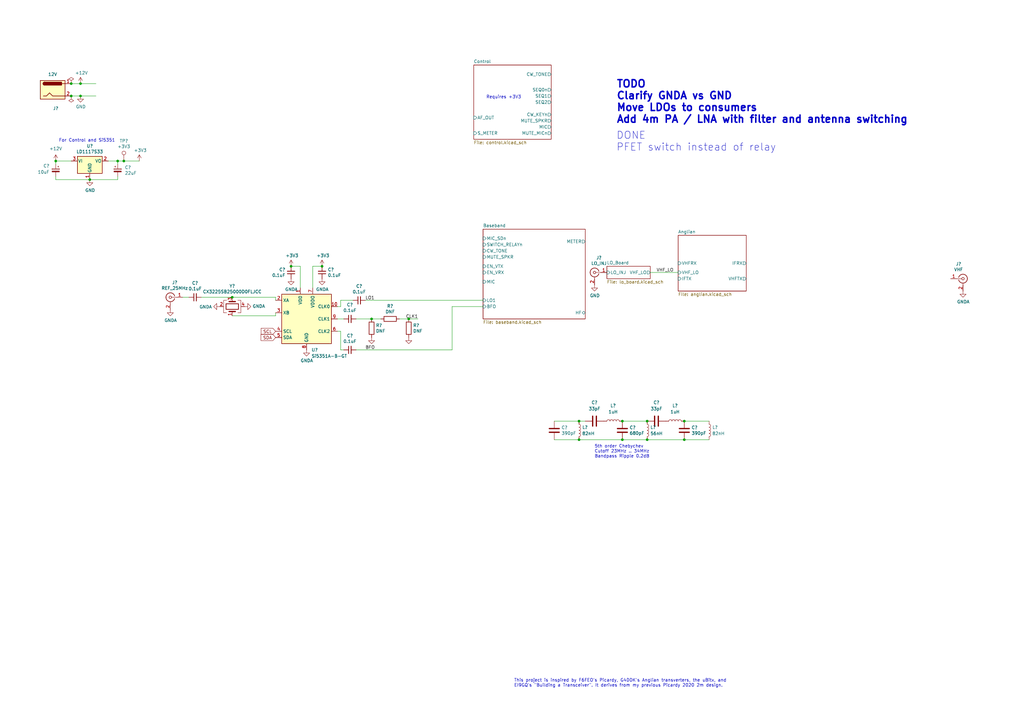
<source format=kicad_sch>
(kicad_sch (version 20211123) (generator eeschema)

  (uuid 7c83c304-769a-4be4-890e-297aba22b5b9)

  (paper "A3")

  (title_block
    (title "DART-70 TRX")
    (date "2023-01-19")
    (rev "0")
    (company "HB9EGM")
    (comment 1 "A 4m Band SSB/CW Transceiver")
  )

  

  (junction (at 191.77 -24.13) (diameter 0) (color 0 0 0 0)
    (uuid 0152b359-efb4-4746-8f92-d55aafcbed75)
  )
  (junction (at 177.8 -29.21) (diameter 0) (color 0 0 0 0)
    (uuid 0757afa3-c7b9-46d4-ab18-34655039a8b1)
  )
  (junction (at 29.21 34.29) (diameter 0) (color 0 0 0 0)
    (uuid 0a082e3d-5a37-45bf-9936-1925b33d6b4f)
  )
  (junction (at 237.49 172.72) (diameter 0) (color 0 0 0 0)
    (uuid 0f37b587-17c8-4f47-b253-2cf37d019d4a)
  )
  (junction (at 152.4 130.81) (diameter 0) (color 0 0 0 0)
    (uuid 11ea7b85-b26d-4a7d-aaed-956352284452)
  )
  (junction (at 33.02 39.37) (diameter 0) (color 0 0 0 0)
    (uuid 1484c051-867b-42a2-ab15-344bd0f662a5)
  )
  (junction (at 48.26 66.04) (diameter 0) (color 0 0 0 0)
    (uuid 1c29ab88-8089-4a9f-b0ec-e0493fb70d1a)
  )
  (junction (at 33.02 34.29) (diameter 0) (color 0 0 0 0)
    (uuid 1fa90692-7773-42d6-8ba8-8ed55432226b)
  )
  (junction (at 191.77 -13.97) (diameter 0) (color 0 0 0 0)
    (uuid 24cf2881-22c9-4bae-ba47-4bf6b6501332)
  )
  (junction (at 29.21 39.37) (diameter 0) (color 0 0 0 0)
    (uuid 2bb5e7ab-7e6e-4e4b-8997-824caea277e9)
  )
  (junction (at 265.43 180.34) (diameter 0) (color 0 0 0 0)
    (uuid 33f289fa-48b2-488e-ac1c-9e506fdc5998)
  )
  (junction (at 255.27 180.34) (diameter 0) (color 0 0 0 0)
    (uuid 3a862fcc-728d-46ff-aba4-42ab7b8a4597)
  )
  (junction (at 119.38 109.22) (diameter 0) (color 0 0 0 0)
    (uuid 3c03082b-2981-4df2-bc33-6ce03d4158b2)
  )
  (junction (at 280.67 180.34) (diameter 0) (color 0 0 0 0)
    (uuid 3d21ed2c-8af2-40b8-995b-0086b5ca387d)
  )
  (junction (at 132.08 109.22) (diameter 0) (color 0 0 0 0)
    (uuid 4049e650-6035-45af-a547-48a992b127be)
  )
  (junction (at 22.86 66.04) (diameter 0) (color 0 0 0 0)
    (uuid 547281cc-eb15-43de-9560-1b10e39a19ed)
  )
  (junction (at 237.49 180.34) (diameter 0) (color 0 0 0 0)
    (uuid 57dc6ee5-bba6-4f16-804b-6425d5f6f958)
  )
  (junction (at 26.67 -15.24) (diameter 0) (color 0 0 0 0)
    (uuid 659cbda1-195b-4dee-97c3-18db29658531)
  )
  (junction (at 29.21 -27.94) (diameter 0) (color 0 0 0 0)
    (uuid 8bfbb559-df73-492c-ad12-a39947b8a2e2)
  )
  (junction (at 255.27 172.72) (diameter 0) (color 0 0 0 0)
    (uuid 987a9aa5-4951-4afc-b306-454b5942bab1)
  )
  (junction (at 96.52 -43.18) (diameter 0) (color 0 0 0 0)
    (uuid 9a3fa19c-537d-4296-bb63-989030ca8dd5)
  )
  (junction (at 50.8 66.04) (diameter 0) (color 0 0 0 0)
    (uuid a99cd17b-9938-46df-92bb-88378a42ecd6)
  )
  (junction (at 167.64 130.81) (diameter 0) (color 0 0 0 0)
    (uuid a9fed849-c0d2-45ff-802c-7da3e4c52c0a)
  )
  (junction (at 173.99 -45.72) (diameter 0) (color 0 0 0 0)
    (uuid ae1a40c3-8b72-46ce-b51f-f66ab23f0401)
  )
  (junction (at 86.36 -35.56) (diameter 0) (color 0 0 0 0)
    (uuid aeb1da01-4a44-4c30-b05f-9cec7ebba856)
  )
  (junction (at 280.67 172.72) (diameter 0) (color 0 0 0 0)
    (uuid b0bf6e1a-51f0-4f7d-a90d-b322f5d335e7)
  )
  (junction (at 36.83 73.66) (diameter 0) (color 0 0 0 0)
    (uuid b0c265f7-c716-45d5-8397-630db4d2cf65)
  )
  (junction (at 96.52 -30.48) (diameter 0) (color 0 0 0 0)
    (uuid b80a4902-9741-47e8-9dca-09d8045e2d8b)
  )
  (junction (at 265.43 172.72) (diameter 0) (color 0 0 0 0)
    (uuid c8056791-56cd-4c36-8a94-cde805b65787)
  )
  (junction (at 158.75 -36.83) (diameter 0) (color 0 0 0 0)
    (uuid cf54eac6-4e22-42ca-9fa6-d7f7535b6530)
  )
  (junction (at 34.29 -20.32) (diameter 0) (color 0 0 0 0)
    (uuid d7598061-e53a-4897-bd5a-90ba110b288c)
  )
  (junction (at 34.29 -7.62) (diameter 0) (color 0 0 0 0)
    (uuid d8adb49f-2126-4723-8ce9-bf1a7117d37d)
  )
  (junction (at 177.8 -64.77) (diameter 0) (color 0 0 0 0)
    (uuid dc520be7-881a-4735-9002-cdc0b833e252)
  )
  (junction (at 177.8 -19.05) (diameter 0) (color 0 0 0 0)
    (uuid e4c71d8a-072b-43af-bb3d-19949410773e)
  )
  (junction (at 167.64 -57.15) (diameter 0) (color 0 0 0 0)
    (uuid eab8e06d-9f8a-4cc4-98b1-c84befd02f61)
  )
  (junction (at 95.25 121.92) (diameter 0) (color 0 0 0 0)
    (uuid f8c9e2c3-818f-482b-ad48-f9fb56a455b0)
  )
  (junction (at 92.71 -15.24) (diameter 0) (color 0 0 0 0)
    (uuid fce80799-beee-488e-8575-c5bbc1daac9f)
  )

  (wire (pts (xy 29.21 39.37) (xy 33.02 39.37))
    (stroke (width 0) (type default) (color 0 0 0 0))
    (uuid 002154dd-fd21-426e-8f51-d82382197384)
  )
  (wire (pts (xy 139.7 125.73) (xy 138.43 125.73))
    (stroke (width 0) (type default) (color 0 0 0 0))
    (uuid 05f6334e-7131-4999-b788-1681af60d6df)
  )
  (wire (pts (xy 194.31 -13.97) (xy 191.77 -13.97))
    (stroke (width 0) (type default) (color 0 0 0 0))
    (uuid 0ddf1d64-9780-4d45-bbe9-e1ef7d2537e3)
  )
  (wire (pts (xy 255.27 172.72) (xy 265.43 172.72))
    (stroke (width 0) (type default) (color 0 0 0 0))
    (uuid 0f7e9d14-4334-4f32-bfe9-92fd215fb88d)
  )
  (wire (pts (xy 173.99 -45.72) (xy 170.18 -45.72))
    (stroke (width 0) (type default) (color 0 0 0 0))
    (uuid 1027526d-9981-4041-9e9b-7c2a66061466)
  )
  (wire (pts (xy 149.86 123.19) (xy 198.12 123.19))
    (stroke (width 0) (type default) (color 0 0 0 0))
    (uuid 1191af19-dd21-435c-962e-d45775056556)
  )
  (wire (pts (xy 22.86 66.04) (xy 22.86 67.31))
    (stroke (width 0) (type default) (color 0 0 0 0))
    (uuid 11b5652b-07d3-428f-98d5-c354cf3693b1)
  )
  (wire (pts (xy 162.56 -45.72) (xy 158.75 -45.72))
    (stroke (width 0) (type default) (color 0 0 0 0))
    (uuid 141df3ac-0b03-40e1-a2cc-eb98174af7ef)
  )
  (wire (pts (xy 266.7 111.76) (xy 278.13 111.76))
    (stroke (width 0) (type default) (color 0 0 0 0))
    (uuid 16d650b6-9ff4-4a97-bbf7-5da504a0440c)
  )
  (wire (pts (xy 158.75 -45.72) (xy 158.75 -36.83))
    (stroke (width 0) (type default) (color 0 0 0 0))
    (uuid 17173695-2043-4565-af3d-54fde6f23867)
  )
  (wire (pts (xy 48.26 66.04) (xy 50.8 66.04))
    (stroke (width 0) (type default) (color 0 0 0 0))
    (uuid 17ba5b19-2b5b-474e-9c14-1c7d35991587)
  )
  (wire (pts (xy 26.67 -30.48) (xy 26.67 -27.94))
    (stroke (width 0) (type default) (color 0 0 0 0))
    (uuid 19f7333f-620c-4627-8d45-6f7912433af1)
  )
  (wire (pts (xy 173.99 -36.83) (xy 173.99 -45.72))
    (stroke (width 0) (type default) (color 0 0 0 0))
    (uuid 20eb0878-92ed-4715-9bf2-99507d350dbd)
  )
  (wire (pts (xy 265.43 180.34) (xy 280.67 180.34))
    (stroke (width 0) (type default) (color 0 0 0 0))
    (uuid 24640bcb-dde4-41fa-827c-efb027cf3aa6)
  )
  (wire (pts (xy 29.21 66.04) (xy 22.86 66.04))
    (stroke (width 0) (type default) (color 0 0 0 0))
    (uuid 28eca374-9b5c-4480-a1a6-52ddcbb57db2)
  )
  (wire (pts (xy 191.77 -24.13) (xy 173.99 -24.13))
    (stroke (width 0) (type default) (color 0 0 0 0))
    (uuid 2a561ed9-b296-4e6a-a0dd-6002fa7fffdc)
  )
  (wire (pts (xy 138.43 130.81) (xy 140.97 130.81))
    (stroke (width 0) (type default) (color 0 0 0 0))
    (uuid 2a86319a-5a94-4745-ad80-6b5c02f72e82)
  )
  (wire (pts (xy 156.21 -36.83) (xy 158.75 -36.83))
    (stroke (width 0) (type default) (color 0 0 0 0))
    (uuid 2fb14d37-de49-4570-be15-220be096d7ff)
  )
  (wire (pts (xy 237.49 172.72) (xy 240.03 172.72))
    (stroke (width 0) (type default) (color 0 0 0 0))
    (uuid 378fac25-9ec9-4372-af8a-b41e5bae02dc)
  )
  (wire (pts (xy 173.99 -29.21) (xy 177.8 -29.21))
    (stroke (width 0) (type default) (color 0 0 0 0))
    (uuid 3fa4ef37-d629-4ed6-8678-6d22f0acc54c)
  )
  (wire (pts (xy 107.95 -30.48) (xy 107.95 -40.64))
    (stroke (width 0) (type default) (color 0 0 0 0))
    (uuid 51a3f919-4f6b-4c1a-9e4b-219d7ae9f12e)
  )
  (wire (pts (xy 16.51 -15.24) (xy 26.67 -15.24))
    (stroke (width 0) (type default) (color 0 0 0 0))
    (uuid 52f536b5-e77f-4b31-8427-644dd3f72936)
  )
  (wire (pts (xy 33.02 39.37) (xy 39.37 39.37))
    (stroke (width 0) (type default) (color 0 0 0 0))
    (uuid 582ca415-c739-49c6-b2b7-df45a98331ed)
  )
  (wire (pts (xy 146.05 143.51) (xy 185.42 143.51))
    (stroke (width 0) (type default) (color 0 0 0 0))
    (uuid 5d903b1c-4e78-4db1-8b53-a464164d2e04)
  )
  (wire (pts (xy 185.42 125.73) (xy 185.42 143.51))
    (stroke (width 0) (type default) (color 0 0 0 0))
    (uuid 619d38b3-854d-4d48-abf2-cb1aa62b4054)
  )
  (wire (pts (xy 33.02 34.29) (xy 39.37 34.29))
    (stroke (width 0) (type default) (color 0 0 0 0))
    (uuid 6465c817-6f2e-4e62-ac9d-f9a1d93df9e1)
  )
  (wire (pts (xy 144.78 123.19) (xy 139.7 123.19))
    (stroke (width 0) (type default) (color 0 0 0 0))
    (uuid 64e90390-0f4c-4cc1-bafa-363ce23516e9)
  )
  (wire (pts (xy 118.11 -36.83) (xy 118.11 -30.48))
    (stroke (width 0) (type default) (color 0 0 0 0))
    (uuid 65756912-fb86-4307-8753-f20d3967afa2)
  )
  (wire (pts (xy 29.21 -20.32) (xy 34.29 -20.32))
    (stroke (width 0) (type default) (color 0 0 0 0))
    (uuid 65ab6ccc-834e-4fd9-b802-a3de5308499d)
  )
  (wire (pts (xy 139.7 143.51) (xy 139.7 135.89))
    (stroke (width 0) (type default) (color 0 0 0 0))
    (uuid 65dd0601-a23d-4c5d-b924-966fc498cbfc)
  )
  (wire (pts (xy 165.1 -57.15) (xy 167.64 -57.15))
    (stroke (width 0) (type default) (color 0 0 0 0))
    (uuid 679e7359-1f41-4157-820d-71e9fa92b9e8)
  )
  (wire (pts (xy 139.7 135.89) (xy 138.43 135.89))
    (stroke (width 0) (type default) (color 0 0 0 0))
    (uuid 699bee8c-8bc3-4aa6-b4ed-0aa4d255078a)
  )
  (wire (pts (xy 128.27 109.22) (xy 128.27 118.11))
    (stroke (width 0) (type default) (color 0 0 0 0))
    (uuid 6b09c60c-c53b-47dd-b8b8-94f682cd2086)
  )
  (wire (pts (xy 177.8 -29.21) (xy 180.34 -29.21))
    (stroke (width 0) (type default) (color 0 0 0 0))
    (uuid 6ff35c52-f80d-4be2-993f-5faaf533a8b1)
  )
  (wire (pts (xy 194.31 -24.13) (xy 191.77 -24.13))
    (stroke (width 0) (type default) (color 0 0 0 0))
    (uuid 77b9c30c-9aa4-44bc-be4c-6cd8ec0bcef5)
  )
  (wire (pts (xy 177.8 -45.72) (xy 173.99 -45.72))
    (stroke (width 0) (type default) (color 0 0 0 0))
    (uuid 78222957-541d-4b7c-b031-c5c616b778fa)
  )
  (wire (pts (xy 146.05 130.81) (xy 152.4 130.81))
    (stroke (width 0) (type default) (color 0 0 0 0))
    (uuid 7d4200e5-e280-4699-af56-048ba84247d3)
  )
  (wire (pts (xy 173.99 -19.05) (xy 177.8 -19.05))
    (stroke (width 0) (type default) (color 0 0 0 0))
    (uuid 8396b690-3bab-4fa7-9e71-06ce2998ca0e)
  )
  (wire (pts (xy 140.97 143.51) (xy 139.7 143.51))
    (stroke (width 0) (type default) (color 0 0 0 0))
    (uuid 8e0abe23-8e7e-48a9-af11-f26197bd8fbf)
  )
  (wire (pts (xy 22.86 72.39) (xy 22.86 73.66))
    (stroke (width 0) (type default) (color 0 0 0 0))
    (uuid 99f8394d-1325-4f0e-9ed0-19dceab6e1f9)
  )
  (wire (pts (xy 96.52 -30.48) (xy 92.71 -30.48))
    (stroke (width 0) (type default) (color 0 0 0 0))
    (uuid 9c52eb74-b8c8-4100-b844-c9be7c6d511d)
  )
  (wire (pts (xy 92.71 -15.24) (xy 92.71 -19.05))
    (stroke (width 0) (type default) (color 0 0 0 0))
    (uuid 9c9d09c2-fbb3-42fd-8022-a7107b60bdef)
  )
  (wire (pts (xy 132.08 109.22) (xy 128.27 109.22))
    (stroke (width 0) (type default) (color 0 0 0 0))
    (uuid 9d3a7a2b-8bae-4d82-8634-16a99f57e389)
  )
  (wire (pts (xy 177.8 -62.23) (xy 177.8 -64.77))
    (stroke (width 0) (type default) (color 0 0 0 0))
    (uuid 9f18b194-8748-47f0-aebf-8655660f6ba3)
  )
  (wire (pts (xy 96.52 -40.64) (xy 96.52 -43.18))
    (stroke (width 0) (type default) (color 0 0 0 0))
    (uuid a15bb254-7167-427e-9ec3-c4abcf53e5b1)
  )
  (wire (pts (xy 92.71 -26.67) (xy 92.71 -30.48))
    (stroke (width 0) (type default) (color 0 0 0 0))
    (uuid a5d8fc97-d7c1-4797-9d4b-768d4ee7add9)
  )
  (wire (pts (xy 177.8 -64.77) (xy 167.64 -64.77))
    (stroke (width 0) (type default) (color 0 0 0 0))
    (uuid a64d0ff6-4671-4b63-946a-c6b60f6772e2)
  )
  (wire (pts (xy 22.86 73.66) (xy 36.83 73.66))
    (stroke (width 0) (type default) (color 0 0 0 0))
    (uuid a69bb6f5-978b-49bb-9446-4ec9cfe4501e)
  )
  (wire (pts (xy 100.33 -15.24) (xy 92.71 -15.24))
    (stroke (width 0) (type default) (color 0 0 0 0))
    (uuid a731f80a-972f-45de-8f8a-42b0b7414eea)
  )
  (wire (pts (xy 57.15 66.04) (xy 50.8 66.04))
    (stroke (width 0) (type default) (color 0 0 0 0))
    (uuid a93dd5f3-ded3-42da-9f3d-78740a5a5bff)
  )
  (wire (pts (xy 227.33 172.72) (xy 237.49 172.72))
    (stroke (width 0) (type default) (color 0 0 0 0))
    (uuid b2bf2e05-3221-4db4-bda8-849a4532eddd)
  )
  (wire (pts (xy 34.29 -10.16) (xy 34.29 -7.62))
    (stroke (width 0) (type default) (color 0 0 0 0))
    (uuid b4949bee-fd9e-4c28-83dd-1d0b51850339)
  )
  (wire (pts (xy 177.8 -19.05) (xy 180.34 -19.05))
    (stroke (width 0) (type default) (color 0 0 0 0))
    (uuid bbc32856-07eb-4eaa-a774-dd368aed1682)
  )
  (wire (pts (xy 185.42 125.73) (xy 198.12 125.73))
    (stroke (width 0) (type default) (color 0 0 0 0))
    (uuid bbcbb418-4a5a-4344-a8f0-6ee0471c05a0)
  )
  (wire (pts (xy 139.7 123.19) (xy 139.7 125.73))
    (stroke (width 0) (type default) (color 0 0 0 0))
    (uuid bcb20d96-4c0e-4c98-a263-0cdd41ab15e5)
  )
  (wire (pts (xy 88.9 -35.56) (xy 86.36 -35.56))
    (stroke (width 0) (type default) (color 0 0 0 0))
    (uuid c0a01a64-7d1b-472d-8880-567c93d125ef)
  )
  (wire (pts (xy 123.19 109.22) (xy 123.19 118.11))
    (stroke (width 0) (type default) (color 0 0 0 0))
    (uuid c24d03f2-5bff-4d74-88e5-481cd2f1e035)
  )
  (wire (pts (xy 123.19 -33.02) (xy 123.19 -30.48))
    (stroke (width 0) (type default) (color 0 0 0 0))
    (uuid c353b884-bf6e-4195-82d9-6e347a13f8f2)
  )
  (wire (pts (xy 227.33 180.34) (xy 237.49 180.34))
    (stroke (width 0) (type default) (color 0 0 0 0))
    (uuid c3ccffd0-5e76-4c65-89a9-fda2e5be31f6)
  )
  (wire (pts (xy 171.45 130.81) (xy 167.64 130.81))
    (stroke (width 0) (type default) (color 0 0 0 0))
    (uuid c48e879f-0b64-4f86-a8cf-003dbff29c4e)
  )
  (wire (pts (xy 156.21 130.81) (xy 152.4 130.81))
    (stroke (width 0) (type default) (color 0 0 0 0))
    (uuid cbbfb5e5-7e85-4367-b6a7-9b21fc6d9e17)
  )
  (wire (pts (xy 34.29 -7.62) (xy 26.67 -7.62))
    (stroke (width 0) (type default) (color 0 0 0 0))
    (uuid cc38d70f-19c1-4fb5-9f4f-506ef33fa169)
  )
  (wire (pts (xy 95.25 129.54) (xy 113.03 129.54))
    (stroke (width 0) (type default) (color 0 0 0 0))
    (uuid cc89f37d-2221-4ee8-a763-21432c733f93)
  )
  (wire (pts (xy 44.45 66.04) (xy 48.26 66.04))
    (stroke (width 0) (type default) (color 0 0 0 0))
    (uuid cdc3b2bb-9f60-476c-ac94-bf550b6e7b5e)
  )
  (wire (pts (xy 119.38 109.22) (xy 123.19 109.22))
    (stroke (width 0) (type default) (color 0 0 0 0))
    (uuid ceb52c7a-a12c-449a-be98-109b3a3bd409)
  )
  (wire (pts (xy 29.21 34.29) (xy 33.02 34.29))
    (stroke (width 0) (type default) (color 0 0 0 0))
    (uuid d18620ef-44b4-47e8-b939-bb0398e91c85)
  )
  (wire (pts (xy 113.03 121.92) (xy 113.03 123.19))
    (stroke (width 0) (type default) (color 0 0 0 0))
    (uuid d51dda35-7a1a-4d41-817a-7bb1f7f6ffd4)
  )
  (wire (pts (xy 83.82 -35.56) (xy 86.36 -35.56))
    (stroke (width 0) (type default) (color 0 0 0 0))
    (uuid d77b5383-1057-41f7-a864-97b50dcdeb67)
  )
  (wire (pts (xy 191.77 -13.97) (xy 173.99 -13.97))
    (stroke (width 0) (type default) (color 0 0 0 0))
    (uuid d9024b8b-b5ea-4176-a1e8-f745f68e348b)
  )
  (wire (pts (xy 100.33 -30.48) (xy 96.52 -30.48))
    (stroke (width 0) (type default) (color 0 0 0 0))
    (uuid db017b0a-0353-497a-a563-8390daa5d431)
  )
  (wire (pts (xy 36.83 73.66) (xy 48.26 73.66))
    (stroke (width 0) (type default) (color 0 0 0 0))
    (uuid e264f0d9-6386-4838-a810-81df8032f681)
  )
  (wire (pts (xy 255.27 180.34) (xy 265.43 180.34))
    (stroke (width 0) (type default) (color 0 0 0 0))
    (uuid e398653c-c0a3-4f5f-8e64-c2e4f2e156a7)
  )
  (wire (pts (xy 280.67 180.34) (xy 290.83 180.34))
    (stroke (width 0) (type default) (color 0 0 0 0))
    (uuid e52dd491-e671-4aa0-8f11-59505c0c6791)
  )
  (wire (pts (xy 280.67 172.72) (xy 290.83 172.72))
    (stroke (width 0) (type default) (color 0 0 0 0))
    (uuid e616422a-296c-4c3d-9126-d65d78ab0a16)
  )
  (wire (pts (xy 177.8 -52.07) (xy 177.8 -45.72))
    (stroke (width 0) (type default) (color 0 0 0 0))
    (uuid e95411a5-cb15-4bfe-9998-b0239dde6f5e)
  )
  (wire (pts (xy 167.64 130.81) (xy 163.83 130.81))
    (stroke (width 0) (type default) (color 0 0 0 0))
    (uuid ea6f4611-7eac-4b21-b232-fff65a738b95)
  )
  (wire (pts (xy 82.55 121.92) (xy 95.25 121.92))
    (stroke (width 0) (type default) (color 0 0 0 0))
    (uuid ea97e745-2bac-4983-a78b-499e0f8d7b6d)
  )
  (wire (pts (xy 26.67 -27.94) (xy 29.21 -27.94))
    (stroke (width 0) (type default) (color 0 0 0 0))
    (uuid eab9c503-3cd1-4ca1-95eb-dfcf3401efaa)
  )
  (wire (pts (xy 96.52 -43.18) (xy 86.36 -43.18))
    (stroke (width 0) (type default) (color 0 0 0 0))
    (uuid eb3550c5-55d7-4b5a-8fbc-509d8db76263)
  )
  (wire (pts (xy 77.47 121.92) (xy 74.93 121.92))
    (stroke (width 0) (type default) (color 0 0 0 0))
    (uuid f38fd353-54b3-403a-9387-7ff36888e6a9)
  )
  (wire (pts (xy 237.49 180.34) (xy 255.27 180.34))
    (stroke (width 0) (type default) (color 0 0 0 0))
    (uuid f4fd388d-525b-458c-9fc0-2f9761558457)
  )
  (wire (pts (xy 95.25 121.92) (xy 113.03 121.92))
    (stroke (width 0) (type default) (color 0 0 0 0))
    (uuid f7008c47-327e-4961-9c20-bbaf09b0d636)
  )
  (wire (pts (xy 113.03 129.54) (xy 113.03 128.27))
    (stroke (width 0) (type default) (color 0 0 0 0))
    (uuid f841e691-04bf-4057-bcb4-476ba3910c05)
  )
  (wire (pts (xy 48.26 72.39) (xy 48.26 73.66))
    (stroke (width 0) (type default) (color 0 0 0 0))
    (uuid fc244ca3-4412-44ac-b1f3-44d00d15b5ac)
  )
  (wire (pts (xy 170.18 -57.15) (xy 167.64 -57.15))
    (stroke (width 0) (type default) (color 0 0 0 0))
    (uuid ff109602-9cbf-44b4-9f41-7af8b1629863)
  )
  (wire (pts (xy 48.26 66.04) (xy 48.26 67.31))
    (stroke (width 0) (type default) (color 0 0 0 0))
    (uuid ffb99ea8-48c3-486c-94d4-7034e45d57f7)
  )

  (text "Requires +3V3" (at 199.39 40.64 0)
    (effects (font (size 1.27 1.27)) (justify left bottom))
    (uuid 116a8b96-c84a-4d0e-9efd-2c374598e9fc)
  )
  (text "DONE\nPFET switch instead of relay" (at 252.73 62.23 0)
    (effects (font (size 3 3)) (justify left bottom))
    (uuid 4875a109-b5a5-4c66-bceb-22c84659843a)
  )
  (text "5th order Chebychev\nCutoff 23MHz .. 34MHz\nBandpass Ripple 0.2dB"
    (at 243.84 187.96 0)
    (effects (font (size 1.27 1.27)) (justify left bottom))
    (uuid 5683de0f-9986-4f35-9c26-10f4a2cf018a)
  )
  (text "TODO\nClarify GNDA vs GND\nMove LDOs to consumers\nAdd 4m PA / LNA with filter and antenna switching"
    (at 252.73 50.8 0)
    (effects (font (size 3 3) bold) (justify left bottom))
    (uuid bb2e7fd8-c90d-4499-afb3-dd966ff449a9)
  )
  (text "This project is inspired by F6FEO's Picardy, G4DDK's Anglian transverters, the uBitx, and\nEI9GQ's \"Building a Transceiver\". It derives from my previous Picardy 2020 2m design."
    (at 210.82 281.94 0)
    (effects (font (size 1.27 1.27)) (justify left bottom))
    (uuid cc99dfff-7e1c-41c9-90b0-50846ceea0a1)
  )
  (text "For Control and Si5351" (at 24.13 58.42 0)
    (effects (font (size 1.27 1.27)) (justify left bottom))
    (uuid f4edd5b2-72b4-45e8-b62f-fa9fad300bad)
  )

  (label "CLK1" (at 171.45 130.81 180)
    (effects (font (size 1.27 1.27)) (justify right bottom))
    (uuid 37559495-9dfc-4a54-80ee-fad84f20dc2a)
  )
  (label "+8V" (at 158.75 -26.67 180)
    (effects (font (size 1.27 1.27)) (justify right bottom))
    (uuid 71b17479-6c39-4753-b20d-a825c2451b12)
  )
  (label "EN_12VRX" (at 16.51 -15.24 0)
    (effects (font (size 1.27 1.27)) (justify left bottom))
    (uuid 80987d0c-872e-4888-9189-38df98179868)
  )
  (label "VHF_LO" (at 269.24 111.76 0)
    (effects (font (size 1.27 1.27)) (justify left bottom))
    (uuid 8c29f5ca-49c7-4f16-ac34-557eb034e274)
  )
  (label "LO1" (at 149.86 123.19 0)
    (effects (font (size 1.27 1.27)) (justify left bottom))
    (uuid b1685444-7ed2-49f0-840b-5ade5d456940)
  )
  (label "+5V" (at 158.75 -16.51 180)
    (effects (font (size 1.27 1.27)) (justify right bottom))
    (uuid db1512d6-86ff-4ba1-93b7-50fbe567100d)
  )
  (label "BFO" (at 149.86 143.51 0)
    (effects (font (size 1.27 1.27)) (justify left bottom))
    (uuid e316d376-2303-43ce-9137-3f0af976260d)
  )

  (global_label "+8VRX" (shape output) (at 180.34 -29.21 0) (fields_autoplaced)
    (effects (font (size 1.27 1.27)) (justify left))
    (uuid 3417c179-abc1-4445-8bc4-05a59807c76e)
    (property "Intersheet References" "${INTERSHEET_REFS}" (id 0) (at -48.26 -134.62 0)
      (effects (font (size 1.27 1.27)) hide)
    )
  )
  (global_label "+5VRX" (shape output) (at 180.34 -19.05 0) (fields_autoplaced)
    (effects (font (size 1.27 1.27)) (justify left))
    (uuid 4b9d4d77-0d85-4888-ab24-4d18c007dda5)
    (property "Intersheet References" "${INTERSHEET_REFS}" (id 0) (at -48.26 -134.62 0)
      (effects (font (size 1.27 1.27)) hide)
    )
  )
  (global_label "SDA" (shape input) (at 113.03 138.43 180) (fields_autoplaced)
    (effects (font (size 1.27 1.27)) (justify right))
    (uuid 7b27748e-95b6-4e72-a559-44948dc7382e)
    (property "Intersheet References" "${INTERSHEET_REFS}" (id 0) (at -92.71 86.36 0)
      (effects (font (size 1.27 1.27)) hide)
    )
  )
  (global_label "+8VTX" (shape output) (at 194.31 -24.13 0) (fields_autoplaced)
    (effects (font (size 1.27 1.27)) (justify left))
    (uuid 844ba300-8900-4c41-ad3f-38f6b29543c7)
    (property "Intersheet References" "${INTERSHEET_REFS}" (id 0) (at -48.26 -134.62 0)
      (effects (font (size 1.27 1.27)) hide)
    )
  )
  (global_label "SCL" (shape input) (at 113.03 135.89 180) (fields_autoplaced)
    (effects (font (size 1.27 1.27)) (justify right))
    (uuid c9ecb380-e98f-45c6-b8cb-94efe9240021)
    (property "Intersheet References" "${INTERSHEET_REFS}" (id 0) (at -92.71 86.36 0)
      (effects (font (size 1.27 1.27)) hide)
    )
  )
  (global_label "+12VRX" (shape output) (at 39.37 -27.94 0) (fields_autoplaced)
    (effects (font (size 1.27 1.27)) (justify left))
    (uuid db9f82e4-09d6-4707-b385-45f3444d0874)
    (property "Intersheet References" "${INTERSHEET_REFS}" (id 0) (at 49.3426 -28.0194 0)
      (effects (font (size 1.27 1.27)) (justify left) hide)
    )
  )
  (global_label "+5VTX" (shape output) (at 194.31 -13.97 0) (fields_autoplaced)
    (effects (font (size 1.27 1.27)) (justify left))
    (uuid e3ebd44c-7a2f-46b8-928c-cac56d9f0924)
    (property "Intersheet References" "${INTERSHEET_REFS}" (id 0) (at -48.26 -134.62 0)
      (effects (font (size 1.27 1.27)) hide)
    )
  )

  (hierarchical_label "SWITCH_RELAYn" (shape input) (at 68.58 -35.56 180)
    (effects (font (size 1.27 1.27)) (justify right))
    (uuid a1830f45-f348-45e4-b2fb-0eb73dd068b0)
  )
  (hierarchical_label "SWITCH_5V_8V_TXn" (shape input) (at 149.86 -57.15 180)
    (effects (font (size 1.27 1.27)) (justify right))
    (uuid f9d59956-b4fc-4978-be04-3901b5e6face)
  )

  (symbol (lib_id "Diode:1N4148W") (at 166.37 -45.72 180) (unit 1)
    (in_bom yes) (on_board yes)
    (uuid 023c7d59-e0da-44fc-98f8-8b5141ecf6ca)
    (property "Reference" "D?" (id 0) (at 166.37 -51.2318 0))
    (property "Value" "1N4148W" (id 1) (at 166.37 -48.9204 0))
    (property "Footprint" "Diode_SMD:D_SOD-123F" (id 2) (at 166.37 -50.165 0)
      (effects (font (size 1.27 1.27)) hide)
    )
    (property "Datasheet" "https://www.vishay.com/docs/85748/1n4148w.pdf" (id 3) (at 166.37 -45.72 0)
      (effects (font (size 1.27 1.27)) hide)
    )
    (property "MPN" "1N4148W" (id 4) (at 166.37 -45.72 0)
      (effects (font (size 1.27 1.27)) hide)
    )
    (property "Need_order" "" (id 5) (at 166.37 -45.72 0)
      (effects (font (size 1.27 1.27)) hide)
    )
    (pin "1" (uuid 79f54e10-404a-4de1-bd69-17d4636a35a2))
    (pin "2" (uuid 3905c18b-1d10-4d37-9e0c-05d99347c5da))
  )

  (symbol (lib_id "Device:L") (at 237.49 176.53 0) (unit 1)
    (in_bom yes) (on_board yes) (fields_autoplaced)
    (uuid 059bfdce-a55c-480c-b03f-871866a73262)
    (property "Reference" "L?" (id 0) (at 238.76 175.2599 0)
      (effects (font (size 1.27 1.27)) (justify left))
    )
    (property "Value" "82nH" (id 1) (at 238.76 177.7999 0)
      (effects (font (size 1.27 1.27)) (justify left))
    )
    (property "Footprint" "Inductor_SMD:L_0805_2012Metric_Pad1.15x1.40mm_HandSolder" (id 2) (at 237.49 176.53 0)
      (effects (font (size 1.27 1.27)) hide)
    )
    (property "Datasheet" "~" (id 3) (at 237.49 176.53 0)
      (effects (font (size 1.27 1.27)) hide)
    )
    (property "MPN" "LQW2BAS82NJ00L" (id 4) (at 237.49 176.53 0)
      (effects (font (size 1.27 1.27)) hide)
    )
    (property "Need_order" "1" (id 5) (at 237.49 176.53 0)
      (effects (font (size 1.27 1.27)) hide)
    )
    (pin "1" (uuid 54f3b96d-33bd-4085-8f53-1d6b747b4816))
    (pin "2" (uuid 477f305f-c65c-4848-b1cf-0a0d40a9c67d))
  )

  (symbol (lib_id "power:+3.3V") (at 132.08 109.22 0) (unit 1)
    (in_bom yes) (on_board yes)
    (uuid 0a66f684-42c8-4454-8b00-30b8c4ea5d56)
    (property "Reference" "#PWR?" (id 0) (at 132.08 113.03 0)
      (effects (font (size 1.27 1.27)) hide)
    )
    (property "Value" "+3.3V" (id 1) (at 132.461 104.8258 0))
    (property "Footprint" "" (id 2) (at 132.08 109.22 0)
      (effects (font (size 1.27 1.27)) hide)
    )
    (property "Datasheet" "" (id 3) (at 132.08 109.22 0)
      (effects (font (size 1.27 1.27)) hide)
    )
    (pin "1" (uuid 2b1c22a2-3bee-4d20-b723-68da98a1fc64))
  )

  (symbol (lib_id "Diode:1N4148W") (at 92.71 -22.86 270) (unit 1)
    (in_bom yes) (on_board yes)
    (uuid 0df0aab9-ac02-434a-ad22-72c07912fcd6)
    (property "Reference" "D?" (id 0) (at 90.678 -24.0284 90)
      (effects (font (size 1.27 1.27)) (justify right))
    )
    (property "Value" "1N4148W" (id 1) (at 90.678 -21.717 90)
      (effects (font (size 1.27 1.27)) (justify right))
    )
    (property "Footprint" "Diode_SMD:D_SOD-123F" (id 2) (at 88.265 -22.86 0)
      (effects (font (size 1.27 1.27)) hide)
    )
    (property "Datasheet" "https://www.vishay.com/docs/85748/1n4148w.pdf" (id 3) (at 92.71 -22.86 0)
      (effects (font (size 1.27 1.27)) hide)
    )
    (property "MPN" "1N4148W" (id 4) (at 92.71 -22.86 0)
      (effects (font (size 1.27 1.27)) hide)
    )
    (property "Need_order" "" (id 5) (at 92.71 -22.86 0)
      (effects (font (size 1.27 1.27)) hide)
    )
    (pin "1" (uuid 5c5c790b-1c44-4cb1-8226-1bfb0bd2a8cb))
    (pin "2" (uuid f94adeab-23ff-4f9e-a9a3-6819d19ee090))
  )

  (symbol (lib_id "Device:R") (at 167.64 -60.96 0) (unit 1)
    (in_bom yes) (on_board yes)
    (uuid 134dd1ad-afc9-4161-b3c6-831b9caf39cb)
    (property "Reference" "R?" (id 0) (at 169.418 -62.1284 0)
      (effects (font (size 1.27 1.27)) (justify left))
    )
    (property "Value" "4k7" (id 1) (at 169.418 -59.817 0)
      (effects (font (size 1.27 1.27)) (justify left))
    )
    (property "Footprint" "Resistor_SMD:R_0603_1608Metric_Pad1.05x0.95mm_HandSolder" (id 2) (at 165.862 -60.96 90)
      (effects (font (size 1.27 1.27)) hide)
    )
    (property "Datasheet" "~" (id 3) (at 167.64 -60.96 0)
      (effects (font (size 1.27 1.27)) hide)
    )
    (property "Need_order" "" (id 4) (at 167.64 -60.96 0)
      (effects (font (size 1.27 1.27)) hide)
    )
    (pin "1" (uuid 11d8872f-1b38-4916-a5b3-713e58624bf6))
    (pin "2" (uuid bc5a49fd-eaea-4523-b32f-2afe4b8ecbd5))
  )

  (symbol (lib_id "power:GNDA") (at 125.73 143.51 0) (unit 1)
    (in_bom yes) (on_board yes)
    (uuid 15141d00-2169-455b-946f-57f60b1f9d23)
    (property "Reference" "#PWR?" (id 0) (at 125.73 149.86 0)
      (effects (font (size 1.27 1.27)) hide)
    )
    (property "Value" "GNDA" (id 1) (at 125.857 147.9042 0))
    (property "Footprint" "" (id 2) (at 125.73 143.51 0)
      (effects (font (size 1.27 1.27)) hide)
    )
    (property "Datasheet" "" (id 3) (at 125.73 143.51 0)
      (effects (font (size 1.27 1.27)) hide)
    )
    (pin "1" (uuid 05bccfcd-5ecd-4a29-baec-9be101d2d22a))
  )

  (symbol (lib_id "power:PWR_FLAG") (at 29.21 34.29 0) (unit 1)
    (in_bom yes) (on_board yes)
    (uuid 17f19d51-1d48-4b41-9e1f-1ae8f8799dc5)
    (property "Reference" "#FLG?" (id 0) (at 29.21 32.385 0)
      (effects (font (size 1.27 1.27)) hide)
    )
    (property "Value" "PWR_FLAG" (id 1) (at 29.21 31.0642 90)
      (effects (font (size 1.27 1.27)) (justify left) hide)
    )
    (property "Footprint" "" (id 2) (at 29.21 34.29 0)
      (effects (font (size 1.27 1.27)) hide)
    )
    (property "Datasheet" "~" (id 3) (at 29.21 34.29 0)
      (effects (font (size 1.27 1.27)) hide)
    )
    (pin "1" (uuid b075df74-cc2c-4cf8-b10c-4a6f9df277a3))
  )

  (symbol (lib_id "Device:C") (at 255.27 176.53 0) (unit 1)
    (in_bom yes) (on_board yes)
    (uuid 1a2f8f90-1bf0-4430-a952-447801ded9d0)
    (property "Reference" "C?" (id 0) (at 258.191 175.3616 0)
      (effects (font (size 1.27 1.27)) (justify left))
    )
    (property "Value" "680pF" (id 1) (at 258.191 177.673 0)
      (effects (font (size 1.27 1.27)) (justify left))
    )
    (property "Footprint" "Capacitor_SMD:C_0603_1608Metric_Pad1.05x0.95mm_HandSolder" (id 2) (at 256.2352 180.34 0)
      (effects (font (size 1.27 1.27)) hide)
    )
    (property "Datasheet" "~" (id 3) (at 255.27 176.53 0)
      (effects (font (size 1.27 1.27)) hide)
    )
    (property "MPN" "" (id 4) (at 255.27 176.53 0)
      (effects (font (size 1.27 1.27)) hide)
    )
    (property "Need_order" "1" (id 5) (at 255.27 176.53 0)
      (effects (font (size 1.27 1.27)) hide)
    )
    (pin "1" (uuid 7836fd34-c096-4ce5-a173-7f0008dc3019))
    (pin "2" (uuid 09723223-bc98-4871-b146-19568f3cb545))
  )

  (symbol (lib_id "Transistor_FET:IRF7309IPBF") (at 31.75 -15.24 0) (unit 1)
    (in_bom yes) (on_board yes) (fields_autoplaced)
    (uuid 1a45911e-c79d-47cc-b39e-1f0c6d42a0a1)
    (property "Reference" "Q?" (id 0) (at 38.1 -15.2401 0)
      (effects (font (size 1.27 1.27)) (justify left))
    )
    (property "Value" "IRF7309IPBF" (id 1) (at 38.1 -13.9701 0)
      (effects (font (size 1.27 1.27)) (justify left) hide)
    )
    (property "Footprint" "Package_SO:SOIC-8_3.9x4.9mm_P1.27mm" (id 2) (at 36.83 -13.335 0)
      (effects (font (size 1.27 1.27)) (justify left) hide)
    )
    (property "Datasheet" "http://www.irf.com/product-info/datasheets/data/irf7309ipbf.pdf" (id 3) (at 34.29 -15.24 0)
      (effects (font (size 1.27 1.27)) (justify left) hide)
    )
    (pin "1" (uuid ffc7224c-34c5-4ee6-b916-f21ed40aee73))
    (pin "2" (uuid ee12bc96-a887-4d64-bbbd-73eba27f108f))
    (pin "7" (uuid d2cb9278-9ab8-4d00-8ea4-7c617d607281))
    (pin "8" (uuid 400fcf0d-f9d7-44ef-8b60-5390ace80808))
    (pin "3" (uuid ba8cc049-c105-4de1-878b-b1dbe6de7d57))
    (pin "4" (uuid 4e37fb9e-80ab-4142-a214-915c8a797024))
    (pin "5" (uuid d21acb24-22d5-4f00-99de-a550b2e303b5))
    (pin "6" (uuid 97974bf9-8a18-4bae-af65-2a4432a530f7))
  )

  (symbol (lib_id "Transistor_BJT:BC856W") (at 175.26 -57.15 0) (mirror x) (unit 1)
    (in_bom yes) (on_board yes)
    (uuid 1c1b5978-c667-4e8a-8a4f-0d7426b01ab8)
    (property "Reference" "Q?" (id 0) (at 180.086 -58.3184 0)
      (effects (font (size 1.27 1.27)) (justify left))
    )
    (property "Value" "BC856W" (id 1) (at 180.086 -56.007 0)
      (effects (font (size 1.27 1.27)) (justify left))
    )
    (property "Footprint" "Package_TO_SOT_SMD:SOT-323_SC-70" (id 2) (at 180.34 -59.055 0)
      (effects (font (size 1.27 1.27) italic) (justify left) hide)
    )
    (property "Datasheet" "http://www.fairchildsemi.com/ds/BC/BC856.pdf" (id 3) (at 175.26 -57.15 0)
      (effects (font (size 1.27 1.27)) (justify left) hide)
    )
    (property "MPN" "BC856W" (id 4) (at 175.26 -57.15 0)
      (effects (font (size 1.27 1.27)) hide)
    )
    (property "Need_order" "" (id 5) (at 175.26 -57.15 0)
      (effects (font (size 1.27 1.27)) hide)
    )
    (pin "1" (uuid 97145c99-6fe4-4054-8c53-38dc520dfd85))
    (pin "2" (uuid 2022a07e-1db3-442a-a2c2-f8f2af28a504))
    (pin "3" (uuid 1bf023ab-8e17-4c21-a059-723a0ffb063b))
  )

  (symbol (lib_id "Device:C_Small") (at 147.32 123.19 90) (unit 1)
    (in_bom yes) (on_board yes)
    (uuid 1f22f568-466b-4986-a14d-fd6fd88e1a92)
    (property "Reference" "C?" (id 0) (at 147.32 117.3734 90))
    (property "Value" "0.1uF" (id 1) (at 147.32 119.6848 90))
    (property "Footprint" "Capacitor_SMD:C_0603_1608Metric_Pad1.05x0.95mm_HandSolder" (id 2) (at 147.32 123.19 0)
      (effects (font (size 1.27 1.27)) hide)
    )
    (property "Datasheet" "~" (id 3) (at 147.32 123.19 0)
      (effects (font (size 1.27 1.27)) hide)
    )
    (property "MPN" "GRM188R71H104KA93D" (id 4) (at 147.32 123.19 0)
      (effects (font (size 1.27 1.27)) hide)
    )
    (property "Need_order" "" (id 5) (at 147.32 123.19 0)
      (effects (font (size 1.27 1.27)) hide)
    )
    (pin "1" (uuid 8fabf0b6-bf9e-4449-bba3-d9b551e56598))
    (pin "2" (uuid 3784a66d-521d-4a8e-af7c-0c11a9705603))
  )

  (symbol (lib_id "Connector:TestPoint") (at 191.77 -24.13 0) (unit 1)
    (in_bom yes) (on_board yes)
    (uuid 1f5a6f82-9529-48d1-a331-c369b700b519)
    (property "Reference" "TP?" (id 0) (at 191.77 -30.0482 0))
    (property "Value" "8VTX" (id 1) (at 191.77 -32.3596 0))
    (property "Footprint" "TestPoint:TestPoint_Pad_D1.5mm" (id 2) (at 196.85 -24.13 0)
      (effects (font (size 1.27 1.27)) hide)
    )
    (property "Datasheet" "~" (id 3) (at 196.85 -24.13 0)
      (effects (font (size 1.27 1.27)) hide)
    )
    (property "Need_order" "" (id 4) (at 191.77 -24.13 0)
      (effects (font (size 1.27 1.27)) hide)
    )
    (pin "1" (uuid 483de644-ec56-4547-ab7f-53d0be4ade3a))
  )

  (symbol (lib_id "power:GNDA") (at 119.38 114.3 0) (unit 1)
    (in_bom yes) (on_board yes)
    (uuid 1ff30586-c262-43a9-8e43-b3210a14f902)
    (property "Reference" "#PWR?" (id 0) (at 119.38 120.65 0)
      (effects (font (size 1.27 1.27)) hide)
    )
    (property "Value" "GNDA" (id 1) (at 119.507 118.6942 0))
    (property "Footprint" "" (id 2) (at 119.38 114.3 0)
      (effects (font (size 1.27 1.27)) hide)
    )
    (property "Datasheet" "" (id 3) (at 119.38 114.3 0)
      (effects (font (size 1.27 1.27)) hide)
    )
    (pin "1" (uuid 232e4c6f-ba1f-4c81-a477-65be299f183e))
  )

  (symbol (lib_id "Oscillator:Si5351A-B-GT") (at 125.73 130.81 0) (unit 1)
    (in_bom yes) (on_board yes) (fields_autoplaced)
    (uuid 21b72678-ff29-4b0c-910b-e8cac72cc05c)
    (property "Reference" "U?" (id 0) (at 127.7494 143.51 0)
      (effects (font (size 1.27 1.27)) (justify left))
    )
    (property "Value" "Si5351A-B-GT" (id 1) (at 127.7494 146.05 0)
      (effects (font (size 1.27 1.27)) (justify left))
    )
    (property "Footprint" "Package_SO:MSOP-10_3x3mm_P0.5mm" (id 2) (at 125.73 151.13 0)
      (effects (font (size 1.27 1.27)) hide)
    )
    (property "Datasheet" "https://www.silabs.com/documents/public/data-sheets/Si5351-B.pdf" (id 3) (at 116.84 133.35 0)
      (effects (font (size 1.27 1.27)) hide)
    )
    (property "MPN" "Si5351A-B-GT" (id 4) (at 125.73 130.81 0)
      (effects (font (size 1.27 1.27)) hide)
    )
    (property "Need_order" "" (id 5) (at 125.73 130.81 0)
      (effects (font (size 1.27 1.27)) hide)
    )
    (pin "1" (uuid 37ddf7ae-2fb0-4bba-9e77-0f14b9f3abc8))
    (pin "10" (uuid 0e4345a9-f908-4029-a0c6-352a6d6f74e2))
    (pin "2" (uuid 81683aef-4d22-4b74-87d6-4e0aae7316df))
    (pin "3" (uuid 3716f086-72e4-4820-9f4d-a2aa6817b89d))
    (pin "4" (uuid 3686fff4-6db1-4790-aa68-cd0dfe74238a))
    (pin "5" (uuid f4a3824a-1048-4060-936e-4ec3370c7965))
    (pin "6" (uuid 791b11cd-ebde-4cca-920c-34abbba025e3))
    (pin "7" (uuid 2709b76d-48d1-4a55-89e5-8584738a440f))
    (pin "8" (uuid eb634f5b-d996-405b-b6d0-39f6de663c26))
    (pin "9" (uuid 084ff32c-1d20-4730-a669-d359f0144400))
  )

  (symbol (lib_id "Device:R") (at 152.4 134.62 0) (unit 1)
    (in_bom yes) (on_board yes)
    (uuid 2359bb52-c517-40a0-91cc-c52df5063959)
    (property "Reference" "R?" (id 0) (at 154.178 133.4516 0)
      (effects (font (size 1.27 1.27)) (justify left))
    )
    (property "Value" "DNF" (id 1) (at 154.178 135.763 0)
      (effects (font (size 1.27 1.27)) (justify left))
    )
    (property "Footprint" "Resistor_SMD:R_0603_1608Metric_Pad1.05x0.95mm_HandSolder" (id 2) (at 150.622 134.62 90)
      (effects (font (size 1.27 1.27)) hide)
    )
    (property "Datasheet" "~" (id 3) (at 152.4 134.62 0)
      (effects (font (size 1.27 1.27)) hide)
    )
    (property "Need_order" "" (id 4) (at 152.4 134.62 0)
      (effects (font (size 1.27 1.27)) hide)
    )
    (pin "1" (uuid ba9ee4ad-a586-469b-9b71-16552315d426))
    (pin "2" (uuid dc6404f1-f3e6-4f85-999e-64b57f65807f))
  )

  (symbol (lib_id "power:+3.3V") (at 57.15 66.04 0) (unit 1)
    (in_bom yes) (on_board yes)
    (uuid 297fb073-feb7-4cde-a10e-a6cf257a47de)
    (property "Reference" "#PWR?" (id 0) (at 57.15 69.85 0)
      (effects (font (size 1.27 1.27)) hide)
    )
    (property "Value" "+3.3V" (id 1) (at 57.531 61.6458 0))
    (property "Footprint" "" (id 2) (at 57.15 66.04 0)
      (effects (font (size 1.27 1.27)) hide)
    )
    (property "Datasheet" "" (id 3) (at 57.15 66.04 0)
      (effects (font (size 1.27 1.27)) hide)
    )
    (pin "1" (uuid 5430bfbb-ddd1-4286-a6e6-a514e47d8b0b))
  )

  (symbol (lib_id "Device:C_Small") (at 119.38 111.76 180) (unit 1)
    (in_bom yes) (on_board yes)
    (uuid 35f82547-5ee1-4384-9d87-cf5e2a8d5d62)
    (property "Reference" "C?" (id 0) (at 117.0686 110.5916 0)
      (effects (font (size 1.27 1.27)) (justify left))
    )
    (property "Value" "0.1uF" (id 1) (at 117.0686 112.903 0)
      (effects (font (size 1.27 1.27)) (justify left))
    )
    (property "Footprint" "Capacitor_SMD:C_0603_1608Metric_Pad1.05x0.95mm_HandSolder" (id 2) (at 119.38 111.76 0)
      (effects (font (size 1.27 1.27)) hide)
    )
    (property "Datasheet" "~" (id 3) (at 119.38 111.76 0)
      (effects (font (size 1.27 1.27)) hide)
    )
    (property "MPN" "GRM188R71H104KA93D" (id 4) (at 119.38 111.76 0)
      (effects (font (size 1.27 1.27)) hide)
    )
    (property "Need_order" "" (id 5) (at 119.38 111.76 0)
      (effects (font (size 1.27 1.27)) hide)
    )
    (pin "1" (uuid 280086f9-0e32-41be-b3cd-bf2126b26695))
    (pin "2" (uuid 552da922-8eb6-4213-9f89-0553ddbd9cbf))
  )

  (symbol (lib_id "Relay:G6K-2") (at 166.37 -26.67 270) (unit 1)
    (in_bom yes) (on_board yes)
    (uuid 3c35e8c1-44a3-4695-8d74-5e45cb8dd1ff)
    (property "Reference" "K?" (id 0) (at 166.37 -9.525 90))
    (property "Value" "G6K-2F-RF-3V" (id 1) (at 166.37 -7.2136 90))
    (property "Footprint" "Relay_SMD:Relay_DPDT_Omron_G6K-2F" (id 2) (at 166.37 -26.67 0)
      (effects (font (size 1.27 1.27)) (justify left) hide)
    )
    (property "Datasheet" "http://omronfs.omron.com/en_US/ecb/products/pdf/en-g6k.pdf" (id 3) (at 166.37 -26.67 0)
      (effects (font (size 1.27 1.27)) hide)
    )
    (property "Need_order" "" (id 4) (at 166.37 -26.67 0)
      (effects (font (size 1.27 1.27)) hide)
    )
    (pin "1" (uuid e885c2b8-c9d4-4248-9d3c-b625c673f9eb))
    (pin "2" (uuid 0c4f72e5-24a5-4e5c-ba49-9d3d5e7b9524))
    (pin "3" (uuid 1613b207-2cb1-45ed-b2d1-ef4398eb519d))
    (pin "4" (uuid 64f2e3b1-a99a-42ff-94cc-30ca80471c0e))
    (pin "5" (uuid b9dce9ae-685e-4a3f-bc16-f250603a3acf))
    (pin "6" (uuid 2a6c5322-ecc7-417d-8ebb-fcd6fbf83ae3))
    (pin "7" (uuid 6da52200-5e0b-4c58-b6a1-3ffa80c9699d))
    (pin "8" (uuid c0745940-3b6a-4043-8b0f-32612edd27ee))
  )

  (symbol (lib_id "power:GNDA") (at 34.29 -7.62 0) (unit 1)
    (in_bom yes) (on_board yes)
    (uuid 3f3f3534-00ec-405e-984b-da7c1864ba7b)
    (property "Reference" "#PWR?" (id 0) (at 34.29 -1.27 0)
      (effects (font (size 1.27 1.27)) hide)
    )
    (property "Value" "GNDA" (id 1) (at 34.417 -4.3942 90)
      (effects (font (size 1.27 1.27)) (justify right) hide)
    )
    (property "Footprint" "" (id 2) (at 34.29 -7.62 0)
      (effects (font (size 1.27 1.27)) hide)
    )
    (property "Datasheet" "" (id 3) (at 34.29 -7.62 0)
      (effects (font (size 1.27 1.27)) hide)
    )
    (pin "1" (uuid 455bfd34-5ff9-4ba5-bbee-2c191c145d16))
  )

  (symbol (lib_id "power:GNDA") (at 156.21 -36.83 270) (unit 1)
    (in_bom yes) (on_board yes)
    (uuid 40ac236b-301e-4f09-a631-52a0ac071b48)
    (property "Reference" "#PWR?" (id 0) (at 149.86 -36.83 0)
      (effects (font (size 1.27 1.27)) hide)
    )
    (property "Value" "GNDA" (id 1) (at 152.9842 -36.703 90)
      (effects (font (size 1.27 1.27)) (justify right))
    )
    (property "Footprint" "" (id 2) (at 156.21 -36.83 0)
      (effects (font (size 1.27 1.27)) hide)
    )
    (property "Datasheet" "" (id 3) (at 156.21 -36.83 0)
      (effects (font (size 1.27 1.27)) hide)
    )
    (pin "1" (uuid fbdc9964-d972-48ca-840a-59e3a8ed64bc))
  )

  (symbol (lib_id "Device:C_Small") (at 143.51 143.51 90) (unit 1)
    (in_bom yes) (on_board yes)
    (uuid 4bd65841-7f6a-4f26-bc87-266b63332476)
    (property "Reference" "C?" (id 0) (at 143.51 137.6934 90))
    (property "Value" "0.1uF" (id 1) (at 143.51 140.0048 90))
    (property "Footprint" "Capacitor_SMD:C_0603_1608Metric_Pad1.05x0.95mm_HandSolder" (id 2) (at 143.51 143.51 0)
      (effects (font (size 1.27 1.27)) hide)
    )
    (property "Datasheet" "~" (id 3) (at 143.51 143.51 0)
      (effects (font (size 1.27 1.27)) hide)
    )
    (property "MPN" "GRM188R71H104KA93D" (id 4) (at 143.51 143.51 0)
      (effects (font (size 1.27 1.27)) hide)
    )
    (property "Need_order" "" (id 5) (at 143.51 143.51 0)
      (effects (font (size 1.27 1.27)) hide)
    )
    (pin "1" (uuid d4c7a479-372b-4302-844a-01fce246f805))
    (pin "2" (uuid f480cd12-f699-4529-ad30-1b027180f0be))
  )

  (symbol (lib_id "Device:C") (at 269.24 172.72 90) (unit 1)
    (in_bom yes) (on_board yes) (fields_autoplaced)
    (uuid 4d261602-597b-425d-bfad-b534ed4dce7c)
    (property "Reference" "C?" (id 0) (at 269.24 165.1 90))
    (property "Value" "33pF" (id 1) (at 269.24 167.64 90))
    (property "Footprint" "Capacitor_SMD:C_0603_1608Metric_Pad1.05x0.95mm_HandSolder" (id 2) (at 273.05 171.7548 0)
      (effects (font (size 1.27 1.27)) hide)
    )
    (property "Datasheet" "~" (id 3) (at 269.24 172.72 0)
      (effects (font (size 1.27 1.27)) hide)
    )
    (property "MPN" "CBR" (id 4) (at 269.24 172.72 0)
      (effects (font (size 1.27 1.27)) hide)
    )
    (property "Need_order" "0" (id 5) (at 269.24 172.72 0)
      (effects (font (size 1.27 1.27)) hide)
    )
    (pin "1" (uuid 6dfe5d80-8f20-4050-8322-ce69950faa82))
    (pin "2" (uuid 67c68cd1-58bf-4b40-b22b-fe672603db52))
  )

  (symbol (lib_id "Device:C_Polarized_Small") (at 48.26 69.85 0) (unit 1)
    (in_bom yes) (on_board yes)
    (uuid 4f85864b-dffa-48c5-a3ea-03c083def1f8)
    (property "Reference" "C?" (id 0) (at 51.181 68.6816 0)
      (effects (font (size 1.27 1.27)) (justify left))
    )
    (property "Value" "22uF" (id 1) (at 51.181 70.993 0)
      (effects (font (size 1.27 1.27)) (justify left))
    )
    (property "Footprint" "Capacitor_SMD:C_1210_3225Metric_Pad1.42x2.65mm_HandSolder" (id 2) (at 48.26 69.85 0)
      (effects (font (size 1.27 1.27)) hide)
    )
    (property "Datasheet" "~" (id 3) (at 48.26 69.85 0)
      (effects (font (size 1.27 1.27)) hide)
    )
    (property "MPN" "stash tantalum" (id 4) (at 48.26 69.85 0)
      (effects (font (size 1.27 1.27)) hide)
    )
    (property "Need_order" "" (id 5) (at 48.26 69.85 0)
      (effects (font (size 1.27 1.27)) hide)
    )
    (property "OriginalValue" "" (id 6) (at 48.26 69.85 0)
      (effects (font (size 1.27 1.27)) hide)
    )
    (pin "1" (uuid 0e42e104-dcdc-406d-98c2-e11733a0f186))
    (pin "2" (uuid 1b475c61-5ed3-4f7a-a844-4a29a578ad64))
  )

  (symbol (lib_id "Device:R") (at 161.29 -57.15 270) (unit 1)
    (in_bom yes) (on_board yes)
    (uuid 57d4f4ed-6e5f-4e11-adb3-12348adf79c1)
    (property "Reference" "R?" (id 0) (at 161.29 -62.4078 90))
    (property "Value" "100" (id 1) (at 161.29 -60.0964 90))
    (property "Footprint" "Resistor_SMD:R_0603_1608Metric_Pad1.05x0.95mm_HandSolder" (id 2) (at 161.29 -58.928 90)
      (effects (font (size 1.27 1.27)) hide)
    )
    (property "Datasheet" "~" (id 3) (at 161.29 -57.15 0)
      (effects (font (size 1.27 1.27)) hide)
    )
    (property "Need_order" "" (id 4) (at 161.29 -57.15 0)
      (effects (font (size 1.27 1.27)) hide)
    )
    (pin "1" (uuid 35c1c64b-c0ec-41a9-8f83-d42984067618))
    (pin "2" (uuid 84234236-5ead-4d66-87e8-a03697d6266e))
  )

  (symbol (lib_id "Connector:Barrel_Jack") (at 21.59 36.83 0) (unit 1)
    (in_bom yes) (on_board yes)
    (uuid 677314cf-085c-44b6-bb48-31621b837e1c)
    (property "Reference" "J?" (id 0) (at 22.86 44.45 0))
    (property "Value" "12V" (id 1) (at 21.59 30.48 0))
    (property "Footprint" "" (id 2) (at 22.86 37.846 0)
      (effects (font (size 1.27 1.27)) hide)
    )
    (property "Datasheet" "~" (id 3) (at 22.86 37.846 0)
      (effects (font (size 1.27 1.27)) hide)
    )
    (pin "1" (uuid f3707b79-f7b4-45b5-a513-66b1847ef7e4))
    (pin "2" (uuid 9d7dc0d3-56fd-4842-b1b9-5573881f4809))
  )

  (symbol (lib_id "Device:R") (at 29.21 -24.13 0) (unit 1)
    (in_bom yes) (on_board yes) (fields_autoplaced)
    (uuid 69800fcf-feb7-449a-8627-fe72f1f0f460)
    (property "Reference" "R?" (id 0) (at 26.67 -25.4001 0)
      (effects (font (size 1.27 1.27)) (justify right))
    )
    (property "Value" "12k" (id 1) (at 26.67 -22.8601 0)
      (effects (font (size 1.27 1.27)) (justify right))
    )
    (property "Footprint" "Resistor_SMD:R_0603_1608Metric_Pad1.05x0.95mm_HandSolder" (id 2) (at 27.432 -24.13 90)
      (effects (font (size 1.27 1.27)) hide)
    )
    (property "Datasheet" "~" (id 3) (at 29.21 -24.13 0)
      (effects (font (size 1.27 1.27)) hide)
    )
    (property "Need_order" "" (id 4) (at 29.21 -24.13 0)
      (effects (font (size 1.27 1.27)) hide)
    )
    (pin "1" (uuid a8857a4d-8214-488e-ad90-aab4c186f83f))
    (pin "2" (uuid dd8f0376-2501-4b81-9b29-4232e3299aa9))
  )

  (symbol (lib_id "Connector:TestPoint") (at 191.77 -13.97 0) (unit 1)
    (in_bom yes) (on_board yes)
    (uuid 6bd04b50-ca72-476f-8ad8-3219ec3ce85d)
    (property "Reference" "TP?" (id 0) (at 191.77 -19.8882 0))
    (property "Value" "5VTX" (id 1) (at 191.77 -22.1996 0))
    (property "Footprint" "TestPoint:TestPoint_Pad_D1.5mm" (id 2) (at 196.85 -13.97 0)
      (effects (font (size 1.27 1.27)) hide)
    )
    (property "Datasheet" "~" (id 3) (at 196.85 -13.97 0)
      (effects (font (size 1.27 1.27)) hide)
    )
    (property "Need_order" "" (id 4) (at 191.77 -13.97 0)
      (effects (font (size 1.27 1.27)) hide)
    )
    (pin "1" (uuid 16754761-fb67-4470-aab4-25ad0532a747))
  )

  (symbol (lib_id "power:GNDA") (at 100.33 125.73 90) (unit 1)
    (in_bom yes) (on_board yes)
    (uuid 6ef8fbae-05f0-4ec7-a9ee-c1fe7c416fd3)
    (property "Reference" "#PWR?" (id 0) (at 106.68 125.73 0)
      (effects (font (size 1.27 1.27)) hide)
    )
    (property "Value" "GNDA" (id 1) (at 103.5812 125.603 90)
      (effects (font (size 1.27 1.27)) (justify right))
    )
    (property "Footprint" "" (id 2) (at 100.33 125.73 0)
      (effects (font (size 1.27 1.27)) hide)
    )
    (property "Datasheet" "" (id 3) (at 100.33 125.73 0)
      (effects (font (size 1.27 1.27)) hide)
    )
    (pin "1" (uuid 41425c71-42b7-46e7-898b-e88f30d17655))
  )

  (symbol (lib_id "power:+3.3V") (at 96.52 -43.18 0) (unit 1)
    (in_bom yes) (on_board yes)
    (uuid 786a7f6b-4092-4d41-bcb3-b0ea80aa2fa0)
    (property "Reference" "#PWR?" (id 0) (at 96.52 -39.37 0)
      (effects (font (size 1.27 1.27)) hide)
    )
    (property "Value" "+3.3V" (id 1) (at 93.98 -46.99 0)
      (effects (font (size 1.27 1.27)) (justify left))
    )
    (property "Footprint" "" (id 2) (at 96.52 -43.18 0)
      (effects (font (size 1.27 1.27)) hide)
    )
    (property "Datasheet" "" (id 3) (at 96.52 -43.18 0)
      (effects (font (size 1.27 1.27)) hide)
    )
    (pin "1" (uuid c16d49c5-4fa3-42fe-b1a0-d4b7753047db))
  )

  (symbol (lib_id "power:GND") (at 92.71 -15.24 270) (unit 1)
    (in_bom yes) (on_board yes)
    (uuid 78d43e48-179f-40f7-99c3-b3e1a640a530)
    (property "Reference" "#PWR?" (id 0) (at 86.36 -15.24 0)
      (effects (font (size 1.27 1.27)) hide)
    )
    (property "Value" "GND" (id 1) (at 89.4588 -15.113 90)
      (effects (font (size 1.27 1.27)) (justify right))
    )
    (property "Footprint" "" (id 2) (at 92.71 -15.24 0)
      (effects (font (size 1.27 1.27)) hide)
    )
    (property "Datasheet" "" (id 3) (at 92.71 -15.24 0)
      (effects (font (size 1.27 1.27)) hide)
    )
    (pin "1" (uuid 7f00a05d-f5bb-4c9a-83d9-a1746f55d51a))
  )

  (symbol (lib_id "power:PWR_FLAG") (at 29.21 39.37 180) (unit 1)
    (in_bom yes) (on_board yes)
    (uuid 7996b138-b0a0-4ce0-8856-e85ae68e1558)
    (property "Reference" "#FLG?" (id 0) (at 29.21 41.275 0)
      (effects (font (size 1.27 1.27)) hide)
    )
    (property "Value" "PWR_FLAG" (id 1) (at 29.21 42.5958 90)
      (effects (font (size 1.27 1.27)) (justify left) hide)
    )
    (property "Footprint" "" (id 2) (at 29.21 39.37 0)
      (effects (font (size 1.27 1.27)) hide)
    )
    (property "Datasheet" "~" (id 3) (at 29.21 39.37 0)
      (effects (font (size 1.27 1.27)) hide)
    )
    (pin "1" (uuid fbbf55b8-9cec-4b64-a0f3-ccff9b73bc0a))
  )

  (symbol (lib_id "Transistor_FET:IRF7309IPBF") (at 34.29 -25.4 270) (mirror x) (unit 2)
    (in_bom yes) (on_board yes) (fields_autoplaced)
    (uuid 7a503c86-7f50-466c-86f4-718b4b269cc5)
    (property "Reference" "Q?" (id 0) (at 34.29 -35.56 90))
    (property "Value" "IRF7309" (id 1) (at 34.29 -33.02 90))
    (property "Footprint" "Package_SO:SOIC-8_3.9x4.9mm_P1.27mm" (id 2) (at 32.385 -30.48 0)
      (effects (font (size 1.27 1.27)) (justify left) hide)
    )
    (property "Datasheet" "http://www.irf.com/product-info/datasheets/data/irf7309ipbf.pdf" (id 3) (at 34.29 -27.94 0)
      (effects (font (size 1.27 1.27)) (justify left) hide)
    )
    (property "MPN" "IRF7309IPBF" (id 5) (at 34.29 -25.4 90)
      (effects (font (size 1.27 1.27)) hide)
    )
    (property "Need_order" "1" (id 4) (at 34.29 -25.4 90)
      (effects (font (size 1.27 1.27)) hide)
    )
    (pin "1" (uuid d98f2c33-a62f-4cf8-87a2-61168649f191))
    (pin "2" (uuid bdee35fb-588c-4510-94fc-9a9ca1702855))
    (pin "7" (uuid 4c5df834-caa7-40ab-8e75-6d6bbfd257bb))
    (pin "8" (uuid c1dec542-6b7e-4205-9ad8-759154cc29f3))
    (pin "3" (uuid 63fcdc56-9248-4d6f-8985-80527e059d7c))
    (pin "4" (uuid 5369e7c2-8610-4335-aad1-e6ac01187954))
    (pin "5" (uuid ff1e0103-ac5c-46a6-a009-15d6def0aea0))
    (pin "6" (uuid 47056ef3-52c1-44e1-8605-b1123fdc77f2))
  )

  (symbol (lib_id "Regulator_Linear:LD1117S33TR_SOT223") (at 36.83 66.04 0) (unit 1)
    (in_bom yes) (on_board yes)
    (uuid 7a8d8b49-894e-4df2-a14e-077959df16ce)
    (property "Reference" "U?" (id 0) (at 36.83 59.8932 0))
    (property "Value" "LD1117S33" (id 1) (at 36.83 62.2046 0))
    (property "Footprint" "Package_TO_SOT_SMD:SOT-223-3_TabPin2" (id 2) (at 36.83 60.96 0)
      (effects (font (size 1.27 1.27)) hide)
    )
    (property "Datasheet" "http://www.st.com/st-web-ui/static/active/en/resource/technical/document/datasheet/CD00000544.pdf" (id 3) (at 39.37 72.39 0)
      (effects (font (size 1.27 1.27)) hide)
    )
    (property "Need_order" "" (id 4) (at 36.83 66.04 0)
      (effects (font (size 1.27 1.27)) hide)
    )
    (property "MPN" "LD1117S33CTR" (id 5) (at 36.83 66.04 0)
      (effects (font (size 1.27 1.27)) hide)
    )
    (pin "1" (uuid 12b58730-fcab-4370-ae5a-aaf7b0fb6ffd))
    (pin "2" (uuid c50d35de-5a80-45d6-ae48-15d8564bdf02))
    (pin "3" (uuid 4e64102f-9bcf-4059-8642-0c100be737f2))
  )

  (symbol (lib_id "power:GND") (at 243.84 116.84 0) (unit 1)
    (in_bom yes) (on_board yes)
    (uuid 7b80522d-1b73-4562-8423-74091f204fce)
    (property "Reference" "#PWR?" (id 0) (at 243.84 123.19 0)
      (effects (font (size 1.27 1.27)) hide)
    )
    (property "Value" "GND" (id 1) (at 243.967 121.2342 0))
    (property "Footprint" "" (id 2) (at 243.84 116.84 0)
      (effects (font (size 1.27 1.27)) hide)
    )
    (property "Datasheet" "" (id 3) (at 243.84 116.84 0)
      (effects (font (size 1.27 1.27)) hide)
    )
    (pin "1" (uuid e6c9a4e9-ace1-47c9-8a0f-5ac58304b25d))
  )

  (symbol (lib_id "Connector:TestPoint") (at 177.8 -29.21 0) (unit 1)
    (in_bom yes) (on_board yes)
    (uuid 7ee18096-d6fb-467f-ad36-ebe46dffa4b8)
    (property "Reference" "TP?" (id 0) (at 177.8 -37.465 0))
    (property "Value" "8VRX" (id 1) (at 177.8 -35.1536 0))
    (property "Footprint" "TestPoint:TestPoint_Pad_D1.5mm" (id 2) (at 182.88 -29.21 0)
      (effects (font (size 1.27 1.27)) hide)
    )
    (property "Datasheet" "~" (id 3) (at 182.88 -29.21 0)
      (effects (font (size 1.27 1.27)) hide)
    )
    (property "Need_order" "" (id 4) (at 177.8 -29.21 0)
      (effects (font (size 1.27 1.27)) hide)
    )
    (pin "1" (uuid 394866e0-27f8-4336-895c-22b0b8b72f13))
  )

  (symbol (lib_id "Relay:G6K-2") (at 110.49 -22.86 0) (unit 1)
    (in_bom yes) (on_board yes)
    (uuid 877206fc-fbd9-4c0a-9c4a-a0fb40faa371)
    (property "Reference" "K?" (id 0) (at 126.492 -24.0284 0)
      (effects (font (size 1.27 1.27)) (justify left))
    )
    (property "Value" "G6K-2F-RF-3V" (id 1) (at 126.492 -21.717 0)
      (effects (font (size 1.27 1.27)) (justify left))
    )
    (property "Footprint" "Relay_SMD:Relay_DPDT_Omron_G6K-2F" (id 2) (at 110.49 -22.86 0)
      (effects (font (size 1.27 1.27)) (justify left) hide)
    )
    (property "Datasheet" "http://omronfs.omron.com/en_US/ecb/products/pdf/en-g6k.pdf" (id 3) (at 110.49 -22.86 0)
      (effects (font (size 1.27 1.27)) hide)
    )
    (property "Need_order" "" (id 4) (at 110.49 -22.86 0)
      (effects (font (size 1.27 1.27)) hide)
    )
    (pin "1" (uuid f93ed523-d8d8-48fc-b173-d568773c3188))
    (pin "2" (uuid 9a220c92-2750-47bc-9888-6804a9f7c981))
    (pin "3" (uuid 5609a3c1-de0b-425b-b008-4bae1d071e30))
    (pin "4" (uuid 3d269d25-6073-4b72-8864-97f949f112e1))
    (pin "5" (uuid fbe84589-7803-4923-8c85-4f1f3813648a))
    (pin "6" (uuid d14a660c-c9e9-4519-a796-31a4b189a9d1))
    (pin "7" (uuid 50b4e8b1-4d92-4c05-8447-04748cea4873))
    (pin "8" (uuid f071a8cd-2f17-4e61-b575-39969ecdc273))
  )

  (symbol (lib_id "power:GNDA") (at 132.08 114.3 0) (unit 1)
    (in_bom yes) (on_board yes)
    (uuid 8cf426fc-0aa7-40c5-9fd5-7bd7a4a3d101)
    (property "Reference" "#PWR?" (id 0) (at 132.08 120.65 0)
      (effects (font (size 1.27 1.27)) hide)
    )
    (property "Value" "GNDA" (id 1) (at 132.207 118.6942 0))
    (property "Footprint" "" (id 2) (at 132.08 114.3 0)
      (effects (font (size 1.27 1.27)) hide)
    )
    (property "Datasheet" "" (id 3) (at 132.08 114.3 0)
      (effects (font (size 1.27 1.27)) hide)
    )
    (pin "1" (uuid 0c709887-9d82-478a-9788-7b4a8c8618d8))
  )

  (symbol (lib_id "power:+12V") (at 33.02 34.29 0) (unit 1)
    (in_bom yes) (on_board yes)
    (uuid 8e0c01ec-d64c-429b-93e5-878cb33c117d)
    (property "Reference" "#PWR?" (id 0) (at 33.02 38.1 0)
      (effects (font (size 1.27 1.27)) hide)
    )
    (property "Value" "+12V" (id 1) (at 33.401 29.8958 0))
    (property "Footprint" "" (id 2) (at 33.02 34.29 0)
      (effects (font (size 1.27 1.27)) hide)
    )
    (property "Datasheet" "" (id 3) (at 33.02 34.29 0)
      (effects (font (size 1.27 1.27)) hide)
    )
    (pin "1" (uuid 11439d1e-008f-481c-a5ce-742b2fdbd01c))
  )

  (symbol (lib_id "Device:C") (at 280.67 176.53 0) (unit 1)
    (in_bom yes) (on_board yes)
    (uuid 982871ff-0fa5-4ce8-899e-85d3dce36aa2)
    (property "Reference" "C?" (id 0) (at 283.591 175.3616 0)
      (effects (font (size 1.27 1.27)) (justify left))
    )
    (property "Value" "390pF" (id 1) (at 283.591 177.673 0)
      (effects (font (size 1.27 1.27)) (justify left))
    )
    (property "Footprint" "Capacitor_SMD:C_0603_1608Metric_Pad1.05x0.95mm_HandSolder" (id 2) (at 281.6352 180.34 0)
      (effects (font (size 1.27 1.27)) hide)
    )
    (property "Datasheet" "~" (id 3) (at 280.67 176.53 0)
      (effects (font (size 1.27 1.27)) hide)
    )
    (property "MPN" "" (id 4) (at 280.67 176.53 0)
      (effects (font (size 1.27 1.27)) hide)
    )
    (property "Need_order" "1" (id 5) (at 280.67 176.53 0)
      (effects (font (size 1.27 1.27)) hide)
    )
    (pin "1" (uuid 45fcd5c6-adaa-48b0-8334-b8e89f15a673))
    (pin "2" (uuid c0905aa0-e744-4b53-9217-e1cf561d13f3))
  )

  (symbol (lib_id "Device:L") (at 290.83 176.53 0) (unit 1)
    (in_bom yes) (on_board yes) (fields_autoplaced)
    (uuid 9a82f78c-11c0-4baa-8636-54feba66a9ca)
    (property "Reference" "L?" (id 0) (at 292.1 175.2599 0)
      (effects (font (size 1.27 1.27)) (justify left))
    )
    (property "Value" "82nH" (id 1) (at 292.1 177.7999 0)
      (effects (font (size 1.27 1.27)) (justify left))
    )
    (property "Footprint" "Inductor_SMD:L_0805_2012Metric_Pad1.15x1.40mm_HandSolder" (id 2) (at 290.83 176.53 0)
      (effects (font (size 1.27 1.27)) hide)
    )
    (property "Datasheet" "~" (id 3) (at 290.83 176.53 0)
      (effects (font (size 1.27 1.27)) hide)
    )
    (property "MPN" "LQW2BAS82NJ00L" (id 4) (at 290.83 176.53 0)
      (effects (font (size 1.27 1.27)) hide)
    )
    (property "Need_order" "1" (id 5) (at 290.83 176.53 0)
      (effects (font (size 1.27 1.27)) hide)
    )
    (pin "1" (uuid 13c1ae0d-2ce7-4cc5-8d18-f50745e8b679))
    (pin "2" (uuid 5898b9b3-82d6-4b09-aba0-e384d8a08b34))
  )

  (symbol (lib_id "Device:C_Polarized_Small") (at 22.86 69.85 0) (mirror y) (unit 1)
    (in_bom yes) (on_board yes) (fields_autoplaced)
    (uuid 9aafdc7e-7c4c-4dd3-a761-35d7224b5c29)
    (property "Reference" "C?" (id 0) (at 20.32 68.0338 0)
      (effects (font (size 1.27 1.27)) (justify left))
    )
    (property "Value" "10uF" (id 1) (at 20.32 70.5738 0)
      (effects (font (size 1.27 1.27)) (justify left))
    )
    (property "Footprint" "Capacitor_SMD:C_1210_3225Metric_Pad1.42x2.65mm_HandSolder" (id 2) (at 22.86 69.85 0)
      (effects (font (size 1.27 1.27)) hide)
    )
    (property "Datasheet" "~" (id 3) (at 22.86 69.85 0)
      (effects (font (size 1.27 1.27)) hide)
    )
    (property "MPN" "TAJA106K016RNJ" (id 4) (at 22.86 69.85 0)
      (effects (font (size 1.27 1.27)) hide)
    )
    (property "Need_order" "" (id 5) (at 22.86 69.85 0)
      (effects (font (size 1.27 1.27)) hide)
    )
    (property "OriginalValue" "" (id 6) (at 22.86 69.85 0)
      (effects (font (size 1.27 1.27)) hide)
    )
    (pin "1" (uuid c1880c67-928c-4c29-84b2-8365b725c870))
    (pin "2" (uuid 087adf8a-e662-4b1e-a380-588e9789b1e7))
  )

  (symbol (lib_id "power:GNDA") (at 152.4 138.43 0) (unit 1)
    (in_bom yes) (on_board yes)
    (uuid a0a40fb6-2753-4db2-aadf-651411ac2ae9)
    (property "Reference" "#PWR?" (id 0) (at 152.4 144.78 0)
      (effects (font (size 1.27 1.27)) hide)
    )
    (property "Value" "GNDA" (id 1) (at 152.527 142.8242 0)
      (effects (font (size 1.27 1.27)) hide)
    )
    (property "Footprint" "" (id 2) (at 152.4 138.43 0)
      (effects (font (size 1.27 1.27)) hide)
    )
    (property "Datasheet" "" (id 3) (at 152.4 138.43 0)
      (effects (font (size 1.27 1.27)) hide)
    )
    (pin "1" (uuid a2cc5352-c3c9-4f00-9512-1be05579f7cb))
  )

  (symbol (lib_id "Device:C") (at 243.84 172.72 90) (unit 1)
    (in_bom yes) (on_board yes) (fields_autoplaced)
    (uuid a3428874-8d4b-4441-a8a0-f1944e7a8237)
    (property "Reference" "C?" (id 0) (at 243.84 165.1 90))
    (property "Value" "33pF" (id 1) (at 243.84 167.64 90))
    (property "Footprint" "Capacitor_SMD:C_0603_1608Metric_Pad1.05x0.95mm_HandSolder" (id 2) (at 247.65 171.7548 0)
      (effects (font (size 1.27 1.27)) hide)
    )
    (property "Datasheet" "~" (id 3) (at 243.84 172.72 0)
      (effects (font (size 1.27 1.27)) hide)
    )
    (property "MPN" "CBR" (id 4) (at 243.84 172.72 0)
      (effects (font (size 1.27 1.27)) hide)
    )
    (property "Need_order" "0" (id 5) (at 243.84 172.72 0)
      (effects (font (size 1.27 1.27)) hide)
    )
    (pin "1" (uuid 3f5c1a23-416e-495d-bd8a-095c74664911))
    (pin "2" (uuid faf9cb68-721b-4771-a3e3-963f47a6a8f2))
  )

  (symbol (lib_id "Device:R") (at 160.02 130.81 90) (unit 1)
    (in_bom yes) (on_board yes)
    (uuid aca994f4-e3bd-43a5-884e-1bc3b2f1dda1)
    (property "Reference" "R?" (id 0) (at 160.02 125.5522 90))
    (property "Value" "DNF" (id 1) (at 160.02 127.8636 90))
    (property "Footprint" "Resistor_SMD:R_0603_1608Metric_Pad1.05x0.95mm_HandSolder" (id 2) (at 160.02 132.588 90)
      (effects (font (size 1.27 1.27)) hide)
    )
    (property "Datasheet" "~" (id 3) (at 160.02 130.81 0)
      (effects (font (size 1.27 1.27)) hide)
    )
    (property "Need_order" "" (id 4) (at 160.02 130.81 0)
      (effects (font (size 1.27 1.27)) hide)
    )
    (pin "1" (uuid 5598de87-7f67-4b0a-9551-48d89ef07c57))
    (pin "2" (uuid 224d24fd-bb17-4766-91ea-201f396ab68a))
  )

  (symbol (lib_id "power:GNDA") (at 90.17 125.73 270) (unit 1)
    (in_bom yes) (on_board yes)
    (uuid af1607fc-8959-4871-9a9e-2cee53e7dfec)
    (property "Reference" "#PWR?" (id 0) (at 83.82 125.73 0)
      (effects (font (size 1.27 1.27)) hide)
    )
    (property "Value" "GNDA" (id 1) (at 86.9442 125.857 90)
      (effects (font (size 1.27 1.27)) (justify right))
    )
    (property "Footprint" "" (id 2) (at 90.17 125.73 0)
      (effects (font (size 1.27 1.27)) hide)
    )
    (property "Datasheet" "" (id 3) (at 90.17 125.73 0)
      (effects (font (size 1.27 1.27)) hide)
    )
    (pin "1" (uuid 2a594e31-b0c7-4429-be4b-8f75cdf4c3ec))
  )

  (symbol (lib_id "power:+12V") (at 26.67 -30.48 0) (unit 1)
    (in_bom yes) (on_board yes)
    (uuid af57b027-831f-450a-b453-05f28d468bcb)
    (property "Reference" "#PWR?" (id 0) (at 26.67 -26.67 0)
      (effects (font (size 1.27 1.27)) hide)
    )
    (property "Value" "+12V" (id 1) (at 27.051 -34.8742 0))
    (property "Footprint" "" (id 2) (at 26.67 -30.48 0)
      (effects (font (size 1.27 1.27)) hide)
    )
    (property "Datasheet" "" (id 3) (at 26.67 -30.48 0)
      (effects (font (size 1.27 1.27)) hide)
    )
    (pin "1" (uuid c74c96fa-6a27-444c-89e9-0ae75f9d592f))
  )

  (symbol (lib_id "Connector:Conn_Coaxial") (at 69.85 121.92 0) (mirror y) (unit 1)
    (in_bom yes) (on_board yes)
    (uuid af6e23d6-31e9-4342-9795-79187b09976a)
    (property "Reference" "J?" (id 0) (at 71.6788 115.8748 0))
    (property "Value" "REF_25MHz" (id 1) (at 71.6788 118.1862 0))
    (property "Footprint" "Connector_Coaxial:SMA_Amphenol_132289_EdgeMount" (id 2) (at 69.85 121.92 0)
      (effects (font (size 1.27 1.27)) hide)
    )
    (property "Datasheet" " ~" (id 3) (at 69.85 121.92 0)
      (effects (font (size 1.27 1.27)) hide)
    )
    (property "Need_order" "" (id 4) (at 69.85 121.92 0)
      (effects (font (size 1.27 1.27)) hide)
    )
    (pin "1" (uuid 0b89861a-a711-4895-93b0-044b1008f5d5))
    (pin "2" (uuid 1fe99fa1-42e2-472b-97cc-6a7bcec1e299))
  )

  (symbol (lib_id "power:GNDA") (at 394.97 119.38 0) (unit 1)
    (in_bom yes) (on_board yes)
    (uuid af7db6dd-9682-462a-a9f4-37f23fe99bed)
    (property "Reference" "#PWR?" (id 0) (at 394.97 125.73 0)
      (effects (font (size 1.27 1.27)) hide)
    )
    (property "Value" "GNDA" (id 1) (at 395.097 123.7742 0))
    (property "Footprint" "" (id 2) (at 394.97 119.38 0)
      (effects (font (size 1.27 1.27)) hide)
    )
    (property "Datasheet" "" (id 3) (at 394.97 119.38 0)
      (effects (font (size 1.27 1.27)) hide)
    )
    (pin "1" (uuid 48430462-d094-499a-ba7a-f4d1612472b0))
  )

  (symbol (lib_id "Device:R") (at 80.01 -35.56 270) (unit 1)
    (in_bom yes) (on_board yes)
    (uuid b904a850-2ecb-4c3e-853f-c1b82c1ccc51)
    (property "Reference" "R?" (id 0) (at 80.01 -40.8178 90))
    (property "Value" "100" (id 1) (at 80.01 -38.5064 90))
    (property "Footprint" "Resistor_SMD:R_0603_1608Metric_Pad1.05x0.95mm_HandSolder" (id 2) (at 80.01 -37.338 90)
      (effects (font (size 1.27 1.27)) hide)
    )
    (property "Datasheet" "~" (id 3) (at 80.01 -35.56 0)
      (effects (font (size 1.27 1.27)) hide)
    )
    (property "Need_order" "" (id 4) (at 80.01 -35.56 0)
      (effects (font (size 1.27 1.27)) hide)
    )
    (pin "1" (uuid 97ab9b0c-356f-491a-8ff1-895524c46061))
    (pin "2" (uuid 4f61fbde-0898-427f-9991-cb34c41c5070))
  )

  (symbol (lib_id "Transistor_BJT:BC856W") (at 93.98 -35.56 0) (mirror x) (unit 1)
    (in_bom yes) (on_board yes)
    (uuid bba5446a-b4b6-412e-8cec-7f8a63743e74)
    (property "Reference" "Q?" (id 0) (at 98.806 -36.7284 0)
      (effects (font (size 1.27 1.27)) (justify left))
    )
    (property "Value" "BC856W" (id 1) (at 98.806 -34.417 0)
      (effects (font (size 1.27 1.27)) (justify left))
    )
    (property "Footprint" "Package_TO_SOT_SMD:SOT-323_SC-70" (id 2) (at 99.06 -37.465 0)
      (effects (font (size 1.27 1.27) italic) (justify left) hide)
    )
    (property "Datasheet" "http://www.fairchildsemi.com/ds/BC/BC856.pdf" (id 3) (at 93.98 -35.56 0)
      (effects (font (size 1.27 1.27)) (justify left) hide)
    )
    (property "MPN" "BC856W" (id 4) (at 93.98 -35.56 0)
      (effects (font (size 1.27 1.27)) hide)
    )
    (property "Need_order" "" (id 5) (at 93.98 -35.56 0)
      (effects (font (size 1.27 1.27)) hide)
    )
    (pin "1" (uuid 0a97b006-b2cc-48d3-bed5-cb93b857a023))
    (pin "2" (uuid b660002b-0c85-4957-ad4a-bb1b7d58577c))
    (pin "3" (uuid cd68798f-a8a8-4514-8e01-6f13cbda0ffa))
  )

  (symbol (lib_id "power:+12V") (at 22.86 66.04 0) (unit 1)
    (in_bom yes) (on_board yes) (fields_autoplaced)
    (uuid bfa17e18-87c4-489b-9c41-1249819749aa)
    (property "Reference" "#PWR?" (id 0) (at 22.86 69.85 0)
      (effects (font (size 1.27 1.27)) hide)
    )
    (property "Value" "+12V" (id 1) (at 22.86 60.96 0))
    (property "Footprint" "" (id 2) (at 22.86 66.04 0)
      (effects (font (size 1.27 1.27)) hide)
    )
    (property "Datasheet" "" (id 3) (at 22.86 66.04 0)
      (effects (font (size 1.27 1.27)) hide)
    )
    (pin "1" (uuid a559c5f1-aafa-4d8a-92d3-3ca621c21f99))
  )

  (symbol (lib_id "power:GND") (at 36.83 73.66 0) (unit 1)
    (in_bom yes) (on_board yes)
    (uuid c12281a8-14ce-49d6-bfc7-51cbd063becb)
    (property "Reference" "#PWR?" (id 0) (at 36.83 80.01 0)
      (effects (font (size 1.27 1.27)) hide)
    )
    (property "Value" "GND" (id 1) (at 36.957 78.0542 0))
    (property "Footprint" "" (id 2) (at 36.83 73.66 0)
      (effects (font (size 1.27 1.27)) hide)
    )
    (property "Datasheet" "" (id 3) (at 36.83 73.66 0)
      (effects (font (size 1.27 1.27)) hide)
    )
    (pin "1" (uuid 4ce1a304-4a4b-4870-8e34-dd6d20d9af8b))
  )

  (symbol (lib_id "Connector:Conn_Coaxial") (at 243.84 111.76 0) (mirror y) (unit 1)
    (in_bom yes) (on_board yes)
    (uuid c2556c3e-4acc-461a-b131-ccfaaa8f1356)
    (property "Reference" "J?" (id 0) (at 245.6688 105.7148 0))
    (property "Value" "LO_INJ" (id 1) (at 245.6688 108.0262 0))
    (property "Footprint" "Connector_Coaxial:SMA_Amphenol_132289_EdgeMount" (id 2) (at 243.84 111.76 0)
      (effects (font (size 1.27 1.27)) hide)
    )
    (property "Datasheet" " ~" (id 3) (at 243.84 111.76 0)
      (effects (font (size 1.27 1.27)) hide)
    )
    (pin "1" (uuid 2de9197b-7db2-4105-95f7-f8356a747925))
    (pin "2" (uuid b922fa0b-e8bd-4fa6-8652-2c3e8037ed95))
  )

  (symbol (lib_id "power:+3.3V") (at 177.8 -64.77 0) (unit 1)
    (in_bom yes) (on_board yes)
    (uuid c4e31ce9-8700-41b8-bdf9-9bb94b0cfe14)
    (property "Reference" "#PWR?" (id 0) (at 177.8 -60.96 0)
      (effects (font (size 1.27 1.27)) hide)
    )
    (property "Value" "+3.3V" (id 1) (at 175.26 -68.58 0)
      (effects (font (size 1.27 1.27)) (justify left))
    )
    (property "Footprint" "" (id 2) (at 177.8 -64.77 0)
      (effects (font (size 1.27 1.27)) hide)
    )
    (property "Datasheet" "" (id 3) (at 177.8 -64.77 0)
      (effects (font (size 1.27 1.27)) hide)
    )
    (pin "1" (uuid d8489ee0-dc20-4245-a5cf-f6592494470b))
  )

  (symbol (lib_id "Device:C_Small") (at 143.51 130.81 90) (unit 1)
    (in_bom yes) (on_board yes)
    (uuid c5ae29d5-c938-4a14-a7c2-35ef93618195)
    (property "Reference" "C?" (id 0) (at 143.51 124.9934 90))
    (property "Value" "0.1uF" (id 1) (at 143.51 127.3048 90))
    (property "Footprint" "Capacitor_SMD:C_0603_1608Metric_Pad1.05x0.95mm_HandSolder" (id 2) (at 143.51 130.81 0)
      (effects (font (size 1.27 1.27)) hide)
    )
    (property "Datasheet" "~" (id 3) (at 143.51 130.81 0)
      (effects (font (size 1.27 1.27)) hide)
    )
    (property "MPN" "GRM188R71H104KA93D" (id 4) (at 143.51 130.81 0)
      (effects (font (size 1.27 1.27)) hide)
    )
    (property "Need_order" "" (id 5) (at 143.51 130.81 0)
      (effects (font (size 1.27 1.27)) hide)
    )
    (pin "1" (uuid c5921006-caee-4743-b786-ac11aecbe66e))
    (pin "2" (uuid fc5299d7-61c3-42b8-a5ae-2e8de242a46e))
  )

  (symbol (lib_id "Device:L") (at 276.86 172.72 90) (unit 1)
    (in_bom yes) (on_board yes) (fields_autoplaced)
    (uuid c67da606-97c6-4308-bb90-660f683511fc)
    (property "Reference" "L?" (id 0) (at 276.86 166.37 90))
    (property "Value" "1uH" (id 1) (at 276.86 168.91 90))
    (property "Footprint" "Inductor_SMD:L_1008_2520Metric_Pad1.43x2.20mm_HandSolder" (id 2) (at 276.86 172.72 0)
      (effects (font (size 1.27 1.27)) hide)
    )
    (property "Datasheet" "~" (id 3) (at 276.86 172.72 0)
      (effects (font (size 1.27 1.27)) hide)
    )
    (property "MPN" "LQW2UAS" (id 4) (at 276.86 172.72 0)
      (effects (font (size 1.27 1.27)) hide)
    )
    (property "Need_order" "0" (id 5) (at 276.86 172.72 0)
      (effects (font (size 1.27 1.27)) hide)
    )
    (pin "1" (uuid a00c5d6c-168b-469c-b495-ed7b6fb7f218))
    (pin "2" (uuid 0ff0fec7-9cfa-4e0c-ad93-481c426a5158))
  )

  (symbol (lib_id "power:+3.3V") (at 119.38 109.22 0) (unit 1)
    (in_bom yes) (on_board yes)
    (uuid c72b65e0-f3eb-4f33-8467-542daeffd44e)
    (property "Reference" "#PWR?" (id 0) (at 119.38 113.03 0)
      (effects (font (size 1.27 1.27)) hide)
    )
    (property "Value" "+3.3V" (id 1) (at 119.761 104.8258 0))
    (property "Footprint" "" (id 2) (at 119.38 109.22 0)
      (effects (font (size 1.27 1.27)) hide)
    )
    (property "Datasheet" "" (id 3) (at 119.38 109.22 0)
      (effects (font (size 1.27 1.27)) hide)
    )
    (pin "1" (uuid 53879a4a-4bf6-48ec-93e8-124655c03e90))
  )

  (symbol (lib_id "Device:L") (at 251.46 172.72 90) (unit 1)
    (in_bom yes) (on_board yes) (fields_autoplaced)
    (uuid cc0f1216-a279-495b-96f2-3e7294f89b9f)
    (property "Reference" "L?" (id 0) (at 251.46 166.37 90))
    (property "Value" "1uH" (id 1) (at 251.46 168.91 90))
    (property "Footprint" "Inductor_SMD:L_1008_2520Metric_Pad1.43x2.20mm_HandSolder" (id 2) (at 251.46 172.72 0)
      (effects (font (size 1.27 1.27)) hide)
    )
    (property "Datasheet" "~" (id 3) (at 251.46 172.72 0)
      (effects (font (size 1.27 1.27)) hide)
    )
    (property "MPN" "LQW2UAS" (id 4) (at 251.46 172.72 0)
      (effects (font (size 1.27 1.27)) hide)
    )
    (property "Need_order" "0" (id 5) (at 251.46 172.72 0)
      (effects (font (size 1.27 1.27)) hide)
    )
    (pin "1" (uuid 2a656e71-4fa8-4cd4-b9b4-9763bab90a8e))
    (pin "2" (uuid 26b3ee41-febc-4cb4-a92d-af11eb97f396))
  )

  (symbol (lib_id "Connector:TestPoint") (at 177.8 -19.05 0) (unit 1)
    (in_bom yes) (on_board yes)
    (uuid cc1d2edb-6e9e-420a-bff0-a95c2a2a8305)
    (property "Reference" "TP?" (id 0) (at 177.8 -27.305 0))
    (property "Value" "5VRX" (id 1) (at 177.8 -24.9936 0))
    (property "Footprint" "TestPoint:TestPoint_Pad_D1.5mm" (id 2) (at 182.88 -19.05 0)
      (effects (font (size 1.27 1.27)) hide)
    )
    (property "Datasheet" "~" (id 3) (at 182.88 -19.05 0)
      (effects (font (size 1.27 1.27)) hide)
    )
    (property "Need_order" "" (id 4) (at 177.8 -19.05 0)
      (effects (font (size 1.27 1.27)) hide)
    )
    (pin "1" (uuid 5e455fec-07eb-474f-a8ee-28cf1b0f7300))
  )

  (symbol (lib_id "Connector:Conn_Coaxial") (at 394.97 114.3 0) (unit 1)
    (in_bom yes) (on_board yes)
    (uuid d1e4882e-5e6c-4dfa-8dd5-534c12432f27)
    (property "Reference" "J?" (id 0) (at 393.1412 108.2548 0))
    (property "Value" "VHF" (id 1) (at 393.1412 110.5662 0))
    (property "Footprint" "Connector_Coaxial:SMA_Amphenol_132289_EdgeMount" (id 2) (at 394.97 114.3 0)
      (effects (font (size 1.27 1.27)) hide)
    )
    (property "Datasheet" " ~" (id 3) (at 394.97 114.3 0)
      (effects (font (size 1.27 1.27)) hide)
    )
    (property "Need_order" "" (id 4) (at 394.97 114.3 0)
      (effects (font (size 1.27 1.27)) hide)
    )
    (pin "1" (uuid 9b789002-d5c8-4188-9c35-223ccb80a19b))
    (pin "2" (uuid 3a918fca-08ce-4b12-b5b4-cb7899bb1e7b))
  )

  (symbol (lib_id "Device:C_Small") (at 132.08 111.76 180) (unit 1)
    (in_bom yes) (on_board yes)
    (uuid d21c3cd0-163e-4816-96f8-b4587f11be10)
    (property "Reference" "C?" (id 0) (at 134.4168 110.5916 0)
      (effects (font (size 1.27 1.27)) (justify right))
    )
    (property "Value" "0.1uF" (id 1) (at 134.4168 112.903 0)
      (effects (font (size 1.27 1.27)) (justify right))
    )
    (property "Footprint" "Capacitor_SMD:C_0603_1608Metric_Pad1.05x0.95mm_HandSolder" (id 2) (at 132.08 111.76 0)
      (effects (font (size 1.27 1.27)) hide)
    )
    (property "Datasheet" "~" (id 3) (at 132.08 111.76 0)
      (effects (font (size 1.27 1.27)) hide)
    )
    (property "MPN" "GRM188R71H104KA93D" (id 4) (at 132.08 111.76 0)
      (effects (font (size 1.27 1.27)) hide)
    )
    (property "Need_order" "" (id 5) (at 132.08 111.76 0)
      (effects (font (size 1.27 1.27)) hide)
    )
    (pin "1" (uuid fad12ddc-5490-47ff-9522-559e47e41d7f))
    (pin "2" (uuid 21673f41-8a54-432c-8bd4-1ce870bdabf2))
  )

  (symbol (lib_id "Device:C") (at 227.33 176.53 0) (unit 1)
    (in_bom yes) (on_board yes)
    (uuid d373170a-16eb-497b-8757-673ad151586d)
    (property "Reference" "C?" (id 0) (at 230.251 175.3616 0)
      (effects (font (size 1.27 1.27)) (justify left))
    )
    (property "Value" "390pF" (id 1) (at 230.251 177.673 0)
      (effects (font (size 1.27 1.27)) (justify left))
    )
    (property "Footprint" "Capacitor_SMD:C_0603_1608Metric_Pad1.05x0.95mm_HandSolder" (id 2) (at 228.2952 180.34 0)
      (effects (font (size 1.27 1.27)) hide)
    )
    (property "Datasheet" "~" (id 3) (at 227.33 176.53 0)
      (effects (font (size 1.27 1.27)) hide)
    )
    (property "MPN" "" (id 4) (at 227.33 176.53 0)
      (effects (font (size 1.27 1.27)) hide)
    )
    (property "Need_order" "1" (id 5) (at 227.33 176.53 0)
      (effects (font (size 1.27 1.27)) hide)
    )
    (pin "1" (uuid f9622c15-191b-4504-bc1a-98f964d1f6f5))
    (pin "2" (uuid daace58d-73c1-4475-9ba5-ddfc73c8f398))
  )

  (symbol (lib_id "power:GNDA") (at 167.64 138.43 0) (unit 1)
    (in_bom yes) (on_board yes)
    (uuid d563f9fe-7347-41ac-ae29-d6a80db66659)
    (property "Reference" "#PWR?" (id 0) (at 167.64 144.78 0)
      (effects (font (size 1.27 1.27)) hide)
    )
    (property "Value" "GNDA" (id 1) (at 167.767 142.8242 0)
      (effects (font (size 1.27 1.27)) hide)
    )
    (property "Footprint" "" (id 2) (at 167.64 138.43 0)
      (effects (font (size 1.27 1.27)) hide)
    )
    (property "Datasheet" "" (id 3) (at 167.64 138.43 0)
      (effects (font (size 1.27 1.27)) hide)
    )
    (pin "1" (uuid d8a3e89d-f051-4c24-8880-ae7c3f5043b3))
  )

  (symbol (lib_id "Device:R") (at 26.67 -11.43 180) (unit 1)
    (in_bom yes) (on_board yes) (fields_autoplaced)
    (uuid d6698ac4-4460-48e9-bf22-5265ecf836b6)
    (property "Reference" "R?" (id 0) (at 24.13 -12.7001 0)
      (effects (font (size 1.27 1.27)) (justify left))
    )
    (property "Value" "10k" (id 1) (at 24.13 -10.1601 0)
      (effects (font (size 1.27 1.27)) (justify left))
    )
    (property "Footprint" "Resistor_SMD:R_0603_1608Metric_Pad1.05x0.95mm_HandSolder" (id 2) (at 28.448 -11.43 90)
      (effects (font (size 1.27 1.27)) hide)
    )
    (property "Datasheet" "~" (id 3) (at 26.67 -11.43 0)
      (effects (font (size 1.27 1.27)) hide)
    )
    (property "Need_order" "" (id 4) (at 26.67 -11.43 0)
      (effects (font (size 1.27 1.27)) hide)
    )
    (pin "1" (uuid 49be69f2-d125-4d11-afde-afeb3ac01df8))
    (pin "2" (uuid eacda907-b54b-4818-a9c4-bae91262e90b))
  )

  (symbol (lib_id "Diode:1N4148W") (at 153.67 -57.15 0) (unit 1)
    (in_bom yes) (on_board yes)
    (uuid df37d421-2b52-49b8-b64a-5c17bcc1ab72)
    (property "Reference" "D?" (id 0) (at 153.67 -62.6618 0))
    (property "Value" "1N4148W" (id 1) (at 153.67 -60.3504 0))
    (property "Footprint" "Diode_SMD:D_SOD-123F" (id 2) (at 153.67 -52.705 0)
      (effects (font (size 1.27 1.27)) hide)
    )
    (property "Datasheet" "https://www.vishay.com/docs/85748/1n4148w.pdf" (id 3) (at 153.67 -57.15 0)
      (effects (font (size 1.27 1.27)) hide)
    )
    (property "MPN" "1N4148W" (id 4) (at 153.67 -57.15 0)
      (effects (font (size 1.27 1.27)) hide)
    )
    (property "Need_order" "" (id 5) (at 153.67 -57.15 0)
      (effects (font (size 1.27 1.27)) hide)
    )
    (pin "1" (uuid b14e8cc2-958d-45b9-a7e4-5dfc98b78bba))
    (pin "2" (uuid f2bd5a54-b226-4b90-8ebf-eec411f94ea5))
  )

  (symbol (lib_id "Device:L") (at 265.43 176.53 0) (unit 1)
    (in_bom yes) (on_board yes) (fields_autoplaced)
    (uuid dfa7ab25-229b-402d-a494-1f98c1bd8242)
    (property "Reference" "L?" (id 0) (at 266.7 175.2599 0)
      (effects (font (size 1.27 1.27)) (justify left))
    )
    (property "Value" "56nH" (id 1) (at 266.7 177.7999 0)
      (effects (font (size 1.27 1.27)) (justify left))
    )
    (property "Footprint" "Inductor_SMD:L_0805_2012Metric_Pad1.15x1.40mm_HandSolder" (id 2) (at 265.43 176.53 0)
      (effects (font (size 1.27 1.27)) hide)
    )
    (property "Datasheet" "~" (id 3) (at 265.43 176.53 0)
      (effects (font (size 1.27 1.27)) hide)
    )
    (property "MPN" "LQW2BAS56NG00L" (id 4) (at 265.43 176.53 0)
      (effects (font (size 1.27 1.27)) hide)
    )
    (property "Need_order" "" (id 5) (at 265.43 176.53 0)
      (effects (font (size 1.27 1.27)) hide)
    )
    (pin "1" (uuid 2aeb7a30-3fce-4fbf-884b-a498691e67bb))
    (pin "2" (uuid a2af1163-281e-431d-b675-c1cd971ea830))
  )

  (symbol (lib_id "Device:R") (at 167.64 134.62 0) (unit 1)
    (in_bom yes) (on_board yes)
    (uuid e0974a7f-a6ed-40ed-9a93-b05cfae0bee6)
    (property "Reference" "R?" (id 0) (at 169.418 133.4516 0)
      (effects (font (size 1.27 1.27)) (justify left))
    )
    (property "Value" "DNF" (id 1) (at 169.418 135.763 0)
      (effects (font (size 1.27 1.27)) (justify left))
    )
    (property "Footprint" "Resistor_SMD:R_0603_1608Metric_Pad1.05x0.95mm_HandSolder" (id 2) (at 165.862 134.62 90)
      (effects (font (size 1.27 1.27)) hide)
    )
    (property "Datasheet" "~" (id 3) (at 167.64 134.62 0)
      (effects (font (size 1.27 1.27)) hide)
    )
    (property "Need_order" "" (id 4) (at 167.64 134.62 0)
      (effects (font (size 1.27 1.27)) hide)
    )
    (pin "1" (uuid 5e7ffe07-3424-45a4-8396-b647791dc6fd))
    (pin "2" (uuid 8c9f62b6-0df1-4301-b408-a64c43e4a0d4))
  )

  (symbol (lib_id "Connector:TestPoint") (at 50.8 66.04 0) (unit 1)
    (in_bom yes) (on_board yes)
    (uuid e34ebb9f-d06c-41e9-bb37-b5ac2dd6aa42)
    (property "Reference" "TP?" (id 0) (at 50.8 57.785 0))
    (property "Value" "+3V3" (id 1) (at 50.8 60.0964 0))
    (property "Footprint" "TestPoint:TestPoint_Pad_D1.5mm" (id 2) (at 55.88 66.04 0)
      (effects (font (size 1.27 1.27)) hide)
    )
    (property "Datasheet" "~" (id 3) (at 55.88 66.04 0)
      (effects (font (size 1.27 1.27)) hide)
    )
    (property "Need_order" "" (id 4) (at 50.8 66.04 0)
      (effects (font (size 1.27 1.27)) hide)
    )
    (pin "1" (uuid 23a8ca08-4382-4a42-b4d1-41b691a96d0c))
  )

  (symbol (lib_id "Device:R") (at 86.36 -39.37 0) (unit 1)
    (in_bom yes) (on_board yes)
    (uuid e3d7bdb3-1046-49f1-bf69-cfc864a8b55d)
    (property "Reference" "R?" (id 0) (at 88.138 -40.5384 0)
      (effects (font (size 1.27 1.27)) (justify left))
    )
    (property "Value" "4k7" (id 1) (at 88.138 -38.227 0)
      (effects (font (size 1.27 1.27)) (justify left))
    )
    (property "Footprint" "Resistor_SMD:R_0603_1608Metric_Pad1.05x0.95mm_HandSolder" (id 2) (at 84.582 -39.37 90)
      (effects (font (size 1.27 1.27)) hide)
    )
    (property "Datasheet" "~" (id 3) (at 86.36 -39.37 0)
      (effects (font (size 1.27 1.27)) hide)
    )
    (property "Need_order" "" (id 4) (at 86.36 -39.37 0)
      (effects (font (size 1.27 1.27)) hide)
    )
    (pin "1" (uuid d795dcf1-be95-42af-8112-32c3432f18ff))
    (pin "2" (uuid e6ac126a-2e43-4562-a9b6-657fe16485ea))
  )

  (symbol (lib_id "Device:C_Small") (at 80.01 121.92 90) (unit 1)
    (in_bom yes) (on_board yes)
    (uuid e507a30f-cdb2-4cc8-a2c0-ab80d85a89bb)
    (property "Reference" "C?" (id 0) (at 80.01 116.1034 90))
    (property "Value" "0.1uF" (id 1) (at 80.01 118.4148 90))
    (property "Footprint" "Capacitor_SMD:C_0603_1608Metric_Pad1.05x0.95mm_HandSolder" (id 2) (at 80.01 121.92 0)
      (effects (font (size 1.27 1.27)) hide)
    )
    (property "Datasheet" "~" (id 3) (at 80.01 121.92 0)
      (effects (font (size 1.27 1.27)) hide)
    )
    (property "MPN" "GRM188R71H104KA93D" (id 4) (at 80.01 121.92 0)
      (effects (font (size 1.27 1.27)) hide)
    )
    (property "Need_order" "" (id 5) (at 80.01 121.92 0)
      (effects (font (size 1.27 1.27)) hide)
    )
    (pin "1" (uuid 9223b6a8-b8ef-4b8b-97d3-8ef2a61ce0a0))
    (pin "2" (uuid 46a3da64-1aa2-4b5f-b298-01eb639c4125))
  )

  (symbol (lib_id "Device:Crystal_GND24") (at 95.25 125.73 90) (unit 1)
    (in_bom yes) (on_board yes)
    (uuid f0504e2a-4a3f-4fb6-89b3-8abe7feae68f)
    (property "Reference" "Y?" (id 0) (at 95.25 117.3226 90))
    (property "Value" "CX3225SB25000D0FLJCC" (id 1) (at 95.25 119.634 90))
    (property "Footprint" "picardy:CX3225SB" (id 2) (at 95.25 125.73 0)
      (effects (font (size 1.27 1.27)) hide)
    )
    (property "Datasheet" "~" (id 3) (at 95.25 125.73 0)
      (effects (font (size 1.27 1.27)) hide)
    )
    (property "MPN" "CX3225SB25000DFPLCC" (id 4) (at 95.25 125.73 0)
      (effects (font (size 1.27 1.27)) hide)
    )
    (property "Need_order" "" (id 5) (at 95.25 125.73 0)
      (effects (font (size 1.27 1.27)) hide)
    )
    (pin "1" (uuid 76af956d-2a34-46c5-8cf2-ff5760483e12))
    (pin "2" (uuid 3be6be93-e168-4422-a42b-8a3092d6f10c))
    (pin "3" (uuid 0c0b5df7-ef07-4bdc-ab39-1aa62a73bbee))
    (pin "4" (uuid 4456197c-2f5b-47c4-9f1c-04225cd8c3da))
  )

  (symbol (lib_id "power:GNDA") (at 69.85 127 0) (unit 1)
    (in_bom yes) (on_board yes)
    (uuid f343b8b7-a399-411f-aab7-be140049181b)
    (property "Reference" "#PWR?" (id 0) (at 69.85 133.35 0)
      (effects (font (size 1.27 1.27)) hide)
    )
    (property "Value" "GNDA" (id 1) (at 69.977 131.3942 0))
    (property "Footprint" "" (id 2) (at 69.85 127 0)
      (effects (font (size 1.27 1.27)) hide)
    )
    (property "Datasheet" "" (id 3) (at 69.85 127 0)
      (effects (font (size 1.27 1.27)) hide)
    )
    (pin "1" (uuid 3b3b3d7c-eb5e-423b-8e5a-bce93c214583))
  )

  (symbol (lib_id "power:GND") (at 33.02 39.37 0) (unit 1)
    (in_bom yes) (on_board yes)
    (uuid f8e05519-32a3-45ad-8dbb-3065d43fa200)
    (property "Reference" "#PWR?" (id 0) (at 33.02 45.72 0)
      (effects (font (size 1.27 1.27)) hide)
    )
    (property "Value" "GND" (id 1) (at 33.147 43.7642 0))
    (property "Footprint" "" (id 2) (at 33.02 39.37 0)
      (effects (font (size 1.27 1.27)) hide)
    )
    (property "Datasheet" "" (id 3) (at 33.02 39.37 0)
      (effects (font (size 1.27 1.27)) hide)
    )
    (pin "1" (uuid 494d4df3-ded7-4b9c-804d-6d155afcbbc6))
  )

  (symbol (lib_id "Diode:1N4148W") (at 72.39 -35.56 0) (unit 1)
    (in_bom yes) (on_board yes)
    (uuid fc1d0e24-8e6f-4109-a864-bd2b783d23c9)
    (property "Reference" "D?" (id 0) (at 72.39 -41.0718 0))
    (property "Value" "1N4148W" (id 1) (at 72.39 -38.7604 0))
    (property "Footprint" "Diode_SMD:D_SOD-123F" (id 2) (at 72.39 -31.115 0)
      (effects (font (size 1.27 1.27)) hide)
    )
    (property "Datasheet" "https://www.vishay.com/docs/85748/1n4148w.pdf" (id 3) (at 72.39 -35.56 0)
      (effects (font (size 1.27 1.27)) hide)
    )
    (property "MPN" "1N4148W" (id 4) (at 72.39 -35.56 0)
      (effects (font (size 1.27 1.27)) hide)
    )
    (property "Need_order" "" (id 5) (at 72.39 -35.56 0)
      (effects (font (size 1.27 1.27)) hide)
    )
    (pin "1" (uuid 568f3b52-434b-4ad8-be7f-5c4a09679609))
    (pin "2" (uuid bafb382f-b3b4-44ee-843a-468452541f37))
  )

  (sheet (at 194.31 26.67) (size 31.75 30.48) (fields_autoplaced)
    (stroke (width 0) (type solid) (color 0 0 0 0))
    (fill (color 0 0 0 0.0000))
    (uuid 2868e76c-709b-493b-aaa8-b58a2fce5e93)
    (property "Sheet name" "Control" (id 0) (at 194.31 25.9584 0)
      (effects (font (size 1.27 1.27)) (justify left bottom))
    )
    (property "Sheet file" "control.kicad_sch" (id 1) (at 194.31 57.7346 0)
      (effects (font (size 1.27 1.27)) (justify left top))
    )
    (pin "CW_TONE" output (at 226.06 30.48 0)
      (effects (font (size 1.27 1.27)) (justify right))
      (uuid d91a22d9-a007-48b9-9cfe-f96405509776)
    )
    (pin "SEQ0n" output (at 226.06 36.83 0)
      (effects (font (size 1.27 1.27)) (justify right))
      (uuid e2fcf31d-a240-4e0d-b960-1dcc1d2a99e4)
    )
    (pin "SEQ1" output (at 226.06 39.37 0)
      (effects (font (size 1.27 1.27)) (justify right))
      (uuid 65056948-c7d9-41bb-82b3-ac5175144eef)
    )
    (pin "SEQ2" output (at 226.06 41.91 0)
      (effects (font (size 1.27 1.27)) (justify right))
      (uuid d25d22a9-3deb-472f-b86b-524c755e81b7)
    )
    (pin "MIC" output (at 226.06 52.07 0)
      (effects (font (size 1.27 1.27)) (justify right))
      (uuid 8de66c40-df94-480d-ab6b-11dd06eb6164)
    )
    (pin "MUTE_SPKR" output (at 226.06 49.53 0)
      (effects (font (size 1.27 1.27)) (justify right))
      (uuid bb275543-5074-4c00-99cc-cb396c0b350d)
    )
    (pin "S_METER" input (at 194.31 54.61 180)
      (effects (font (size 1.27 1.27)) (justify left))
      (uuid f3e3ecc6-0299-4e1d-8c01-07f933abd0ef)
    )
    (pin "CW_KEYn" output (at 226.06 46.99 0)
      (effects (font (size 1.27 1.27)) (justify right))
      (uuid adb8a035-c244-468d-8ec1-34eda71a7d02)
    )
    (pin "AF_OUT" input (at 194.31 48.26 180)
      (effects (font (size 1.27 1.27)) (justify left))
      (uuid 337d9fa7-1b04-4fe2-a5ec-94e7f101b6a2)
    )
    (pin "MUTE_MICn" output (at 226.06 54.61 0)
      (effects (font (size 1.27 1.27)) (justify right))
      (uuid f35a5651-0562-452a-874c-0906bdcd048f)
    )
  )

  (sheet (at 198.12 93.98) (size 41.91 36.83) (fields_autoplaced)
    (stroke (width 0) (type solid) (color 0 0 0 0))
    (fill (color 0 0 0 0.0000))
    (uuid 691ab6db-80d5-4c97-9e5f-aae234327d27)
    (property "Sheet name" "Baseband" (id 0) (at 198.12 93.2684 0)
      (effects (font (size 1.27 1.27)) (justify left bottom))
    )
    (property "Sheet file" "baseband.kicad_sch" (id 1) (at 198.12 131.3946 0)
      (effects (font (size 1.27 1.27)) (justify left top))
    )
    (pin "LO1" input (at 198.12 123.19 180)
      (effects (font (size 1.27 1.27)) (justify left))
      (uuid 07c054eb-9e5f-450f-9b36-7ebbb549640d)
    )
    (pin "BFO" input (at 198.12 125.73 180)
      (effects (font (size 1.27 1.27)) (justify left))
      (uuid 72c0590e-c903-4761-b0d5-84e54b520c06)
    )
    (pin "HF" bidirectional (at 240.03 128.27 0)
      (effects (font (size 1.27 1.27)) (justify right))
      (uuid aaa3ce04-4360-4af7-999e-0af58b9f50ab)
    )
    (pin "MIC" input (at 198.12 115.57 180)
      (effects (font (size 1.27 1.27)) (justify left))
      (uuid e8743c20-dba5-413c-aff4-8af26558822b)
    )
    (pin "MIC_SDn" input (at 198.12 97.79 180)
      (effects (font (size 1.27 1.27)) (justify left))
      (uuid b867314a-af44-435e-a173-dfba2cf4da5d)
    )
    (pin "SWITCH_RELAYn" input (at 198.12 100.33 180)
      (effects (font (size 1.27 1.27)) (justify left))
      (uuid 553f5d96-8dd1-4a90-91b0-cb2a0eb2c44f)
    )
    (pin "CW_TONE" input (at 198.12 102.87 180)
      (effects (font (size 1.27 1.27)) (justify left))
      (uuid d0677c4c-4a86-4a49-b7f7-bfdc0a96041a)
    )
    (pin "METER" output (at 240.03 99.06 0)
      (effects (font (size 1.27 1.27)) (justify right))
      (uuid c36fae29-5112-4400-aa5a-69cd236391c0)
    )
    (pin "MUTE_SPKR" input (at 198.12 105.41 180)
      (effects (font (size 1.27 1.27)) (justify left))
      (uuid e5da08d7-949e-4e30-9eb3-a55a5553c4f4)
    )
    (pin "EN_VTX" input (at 198.12 109.22 180)
      (effects (font (size 1.27 1.27)) (justify left))
      (uuid 98202658-c32d-42c8-bac8-31778fbd36d8)
    )
    (pin "EN_VRX" input (at 198.12 111.76 180)
      (effects (font (size 1.27 1.27)) (justify left))
      (uuid da8a7301-6539-4ba7-a4da-9a1a24977b4b)
    )
  )

  (sheet (at 278.13 96.52) (size 27.94 22.86) (fields_autoplaced)
    (stroke (width 0) (type solid) (color 0 0 0 0))
    (fill (color 0 0 0 0.0000))
    (uuid 9b046cc4-7c70-4d6d-9bdd-a37aea612ec4)
    (property "Sheet name" "Anglian" (id 0) (at 278.13 95.8084 0)
      (effects (font (size 1.27 1.27)) (justify left bottom))
    )
    (property "Sheet file" "anglian.kicad_sch" (id 1) (at 278.13 119.9646 0)
      (effects (font (size 1.27 1.27)) (justify left top))
    )
    (pin "VHF_LO" input (at 278.13 111.76 180)
      (effects (font (size 1.27 1.27)) (justify left))
      (uuid e6e4a34b-c08b-49a9-b6a8-b30f694bc45b)
    )
    (pin "IFTX" input (at 278.13 114.3 180)
      (effects (font (size 1.27 1.27)) (justify left))
      (uuid 678bdc2f-0748-4e0b-a2c7-4c97b44c6ac0)
    )
    (pin "VHFRX" input (at 278.13 107.95 180)
      (effects (font (size 1.27 1.27)) (justify left))
      (uuid 7c5e1615-4b91-4566-bb1c-8f7f688d1588)
    )
    (pin "IFRX" output (at 306.07 107.95 0)
      (effects (font (size 1.27 1.27)) (justify right))
      (uuid 2c869acd-fd16-4e89-89a7-a800b3b466d4)
    )
    (pin "VHFTX" output (at 306.07 114.3 0)
      (effects (font (size 1.27 1.27)) (justify right))
      (uuid 423e440c-0b73-45d4-a48a-72391d3dc598)
    )
  )

  (sheet (at 248.92 109.22) (size 17.78 5.08) (fields_autoplaced)
    (stroke (width 0.1524) (type solid) (color 0 0 0 0))
    (fill (color 0 0 0 0.0000))
    (uuid b27332de-5841-4080-a117-6f6d9cd04da8)
    (property "Sheet name" "LO_Board" (id 0) (at 248.92 108.5084 0)
      (effects (font (size 1.27 1.27)) (justify left bottom))
    )
    (property "Sheet file" "lo_board.kicad_sch" (id 1) (at 248.92 114.8846 0)
      (effects (font (size 1.27 1.27)) (justify left top))
    )
    (pin "VHF_LO" output (at 266.7 111.76 0)
      (effects (font (size 1.27 1.27)) (justify right))
      (uuid 45a82e8f-5b85-4b3a-9ee1-04cf14c8ab5d)
    )
    (pin "LO_INJ" input (at 248.92 111.76 180)
      (effects (font (size 1.27 1.27)) (justify left))
      (uuid 1933fd92-b804-43f2-a088-c97d3f8442ab)
    )
  )

  (sheet_instances
    (path "/" (page "1"))
    (path "/b27332de-5841-4080-a117-6f6d9cd04da8" (page "2"))
    (path "/2868e76c-709b-493b-aaa8-b58a2fce5e93" (page "3"))
    (path "/691ab6db-80d5-4c97-9e5f-aae234327d27" (page "4"))
    (path "/9b046cc4-7c70-4d6d-9bdd-a37aea612ec4" (page "5"))
  )

  (symbol_instances
    (path "/9b046cc4-7c70-4d6d-9bdd-a37aea612ec4/10b3f163-9310-4dd5-b955-6432692ecee7"
      (reference "#FLG?") (unit 1) (value "PWR_FLAG") (footprint "")
    )
    (path "/17f19d51-1d48-4b41-9e1f-1ae8f8799dc5"
      (reference "#FLG?") (unit 1) (value "PWR_FLAG") (footprint "")
    )
    (path "/7996b138-b0a0-4ce0-8856-e85ae68e1558"
      (reference "#FLG?") (unit 1) (value "PWR_FLAG") (footprint "")
    )
    (path "/691ab6db-80d5-4c97-9e5f-aae234327d27/00000000-0000-0000-0000-00005e320c31"
      (reference "#PWR?") (unit 1) (value "GNDA") (footprint "")
    )
    (path "/691ab6db-80d5-4c97-9e5f-aae234327d27/00000000-0000-0000-0000-00005e322b6e"
      (reference "#PWR?") (unit 1) (value "GNDA") (footprint "")
    )
    (path "/691ab6db-80d5-4c97-9e5f-aae234327d27/00000000-0000-0000-0000-00005e3a94e5"
      (reference "#PWR?") (unit 1) (value "GNDA") (footprint "")
    )
    (path "/691ab6db-80d5-4c97-9e5f-aae234327d27/00000000-0000-0000-0000-00005e3d3ff0"
      (reference "#PWR?") (unit 1) (value "GNDA") (footprint "")
    )
    (path "/691ab6db-80d5-4c97-9e5f-aae234327d27/00000000-0000-0000-0000-00005e40676e"
      (reference "#PWR?") (unit 1) (value "GNDA") (footprint "")
    )
    (path "/691ab6db-80d5-4c97-9e5f-aae234327d27/00000000-0000-0000-0000-00005e40678f"
      (reference "#PWR?") (unit 1) (value "GNDA") (footprint "")
    )
    (path "/691ab6db-80d5-4c97-9e5f-aae234327d27/00000000-0000-0000-0000-00005e417a69"
      (reference "#PWR?") (unit 1) (value "GNDA") (footprint "")
    )
    (path "/9b046cc4-7c70-4d6d-9bdd-a37aea612ec4/00000000-0000-0000-0000-00005e4c2bcc"
      (reference "#PWR?") (unit 1) (value "GNDA") (footprint "")
    )
    (path "/9b046cc4-7c70-4d6d-9bdd-a37aea612ec4/00000000-0000-0000-0000-00005e4c79dc"
      (reference "#PWR?") (unit 1) (value "GNDA") (footprint "")
    )
    (path "/9b046cc4-7c70-4d6d-9bdd-a37aea612ec4/00000000-0000-0000-0000-00005e4c7ae8"
      (reference "#PWR?") (unit 1) (value "GNDA") (footprint "")
    )
    (path "/9b046cc4-7c70-4d6d-9bdd-a37aea612ec4/00000000-0000-0000-0000-00005e4c8917"
      (reference "#PWR?") (unit 1) (value "+5VA") (footprint "")
    )
    (path "/9b046cc4-7c70-4d6d-9bdd-a37aea612ec4/00000000-0000-0000-0000-00005e4d08f5"
      (reference "#PWR?") (unit 1) (value "GNDA") (footprint "")
    )
    (path "/9b046cc4-7c70-4d6d-9bdd-a37aea612ec4/00000000-0000-0000-0000-00005e4d3f6b"
      (reference "#PWR?") (unit 1) (value "GNDA") (footprint "")
    )
    (path "/9b046cc4-7c70-4d6d-9bdd-a37aea612ec4/00000000-0000-0000-0000-00005e4dd1ca"
      (reference "#PWR?") (unit 1) (value "GNDA") (footprint "")
    )
    (path "/691ab6db-80d5-4c97-9e5f-aae234327d27/00000000-0000-0000-0000-00005e4e1e23"
      (reference "#PWR?") (unit 1) (value "GNDA") (footprint "")
    )
    (path "/9b046cc4-7c70-4d6d-9bdd-a37aea612ec4/00000000-0000-0000-0000-00005e4e7721"
      (reference "#PWR?") (unit 1) (value "GNDA") (footprint "")
    )
    (path "/9b046cc4-7c70-4d6d-9bdd-a37aea612ec4/00000000-0000-0000-0000-00005e4e7a1a"
      (reference "#PWR?") (unit 1) (value "GNDA") (footprint "")
    )
    (path "/691ab6db-80d5-4c97-9e5f-aae234327d27/00000000-0000-0000-0000-00005e4ea51d"
      (reference "#PWR?") (unit 1) (value "GNDA") (footprint "")
    )
    (path "/9b046cc4-7c70-4d6d-9bdd-a37aea612ec4/00000000-0000-0000-0000-00005e4ff885"
      (reference "#PWR?") (unit 1) (value "GNDA") (footprint "")
    )
    (path "/9b046cc4-7c70-4d6d-9bdd-a37aea612ec4/00000000-0000-0000-0000-00005e52ca6b"
      (reference "#PWR?") (unit 1) (value "GNDA") (footprint "")
    )
    (path "/691ab6db-80d5-4c97-9e5f-aae234327d27/00000000-0000-0000-0000-00005e53c532"
      (reference "#PWR?") (unit 1) (value "GNDA") (footprint "")
    )
    (path "/2868e76c-709b-493b-aaa8-b58a2fce5e93/00000000-0000-0000-0000-00005e5452ea"
      (reference "#PWR?") (unit 1) (value "+3.3V") (footprint "")
    )
    (path "/2868e76c-709b-493b-aaa8-b58a2fce5e93/00000000-0000-0000-0000-00005e566926"
      (reference "#PWR?") (unit 1) (value "GND") (footprint "")
    )
    (path "/9b046cc4-7c70-4d6d-9bdd-a37aea612ec4/00000000-0000-0000-0000-00005e5ccb3b"
      (reference "#PWR?") (unit 1) (value "GNDA") (footprint "")
    )
    (path "/2868e76c-709b-493b-aaa8-b58a2fce5e93/00000000-0000-0000-0000-00005e5cebae"
      (reference "#PWR?") (unit 1) (value "GND") (footprint "")
    )
    (path "/9b046cc4-7c70-4d6d-9bdd-a37aea612ec4/00000000-0000-0000-0000-00005e5d9528"
      (reference "#PWR?") (unit 1) (value "GNDA") (footprint "")
    )
    (path "/9b046cc4-7c70-4d6d-9bdd-a37aea612ec4/00000000-0000-0000-0000-00005e5d9a5b"
      (reference "#PWR?") (unit 1) (value "GNDA") (footprint "")
    )
    (path "/9b046cc4-7c70-4d6d-9bdd-a37aea612ec4/00000000-0000-0000-0000-00005e5d9c0a"
      (reference "#PWR?") (unit 1) (value "GNDA") (footprint "")
    )
    (path "/691ab6db-80d5-4c97-9e5f-aae234327d27/00000000-0000-0000-0000-00005e604089"
      (reference "#PWR?") (unit 1) (value "GNDA") (footprint "")
    )
    (path "/2868e76c-709b-493b-aaa8-b58a2fce5e93/00000000-0000-0000-0000-00005e612c53"
      (reference "#PWR?") (unit 1) (value "+3.3V") (footprint "")
    )
    (path "/691ab6db-80d5-4c97-9e5f-aae234327d27/00000000-0000-0000-0000-00005e618850"
      (reference "#PWR?") (unit 1) (value "GNDA") (footprint "")
    )
    (path "/9b046cc4-7c70-4d6d-9bdd-a37aea612ec4/00000000-0000-0000-0000-00005e623f0a"
      (reference "#PWR?") (unit 1) (value "GNDA") (footprint "")
    )
    (path "/691ab6db-80d5-4c97-9e5f-aae234327d27/00000000-0000-0000-0000-00005e66a7bb"
      (reference "#PWR?") (unit 1) (value "GNDA") (footprint "")
    )
    (path "/9b046cc4-7c70-4d6d-9bdd-a37aea612ec4/00000000-0000-0000-0000-00005e69cef0"
      (reference "#PWR?") (unit 1) (value "GNDA") (footprint "")
    )
    (path "/9b046cc4-7c70-4d6d-9bdd-a37aea612ec4/00000000-0000-0000-0000-00005e6bcb95"
      (reference "#PWR?") (unit 1) (value "GNDA") (footprint "")
    )
    (path "/9b046cc4-7c70-4d6d-9bdd-a37aea612ec4/00000000-0000-0000-0000-00005e6be13a"
      (reference "#PWR?") (unit 1) (value "GNDA") (footprint "")
    )
    (path "/691ab6db-80d5-4c97-9e5f-aae234327d27/00000000-0000-0000-0000-00005e6c7437"
      (reference "#PWR?") (unit 1) (value "GNDA") (footprint "")
    )
    (path "/691ab6db-80d5-4c97-9e5f-aae234327d27/00000000-0000-0000-0000-00005e6f0f11"
      (reference "#PWR?") (unit 1) (value "GNDA") (footprint "")
    )
    (path "/691ab6db-80d5-4c97-9e5f-aae234327d27/00000000-0000-0000-0000-00005e6f1a2c"
      (reference "#PWR?") (unit 1) (value "GNDA") (footprint "")
    )
    (path "/691ab6db-80d5-4c97-9e5f-aae234327d27/00000000-0000-0000-0000-00005e706593"
      (reference "#PWR?") (unit 1) (value "GNDA") (footprint "")
    )
    (path "/9b046cc4-7c70-4d6d-9bdd-a37aea612ec4/00000000-0000-0000-0000-00005e722b66"
      (reference "#PWR?") (unit 1) (value "GNDA") (footprint "")
    )
    (path "/691ab6db-80d5-4c97-9e5f-aae234327d27/00000000-0000-0000-0000-00005e723526"
      (reference "#PWR?") (unit 1) (value "GNDA") (footprint "")
    )
    (path "/9b046cc4-7c70-4d6d-9bdd-a37aea612ec4/00000000-0000-0000-0000-00005e7339ec"
      (reference "#PWR?") (unit 1) (value "GNDA") (footprint "")
    )
    (path "/9b046cc4-7c70-4d6d-9bdd-a37aea612ec4/00000000-0000-0000-0000-00005e73bc37"
      (reference "#PWR?") (unit 1) (value "GNDA") (footprint "")
    )
    (path "/2868e76c-709b-493b-aaa8-b58a2fce5e93/00000000-0000-0000-0000-00005e75d0e3"
      (reference "#PWR?") (unit 1) (value "+3.3V") (footprint "")
    )
    (path "/9b046cc4-7c70-4d6d-9bdd-a37aea612ec4/00000000-0000-0000-0000-00005e764013"
      (reference "#PWR?") (unit 1) (value "GNDA") (footprint "")
    )
    (path "/9b046cc4-7c70-4d6d-9bdd-a37aea612ec4/00000000-0000-0000-0000-00005e7657f7"
      (reference "#PWR?") (unit 1) (value "GNDA") (footprint "")
    )
    (path "/691ab6db-80d5-4c97-9e5f-aae234327d27/00000000-0000-0000-0000-00005e7ee5b3"
      (reference "#PWR?") (unit 1) (value "GNDA") (footprint "")
    )
    (path "/691ab6db-80d5-4c97-9e5f-aae234327d27/00000000-0000-0000-0000-00005e8a5cfd"
      (reference "#PWR?") (unit 1) (value "GNDA") (footprint "")
    )
    (path "/691ab6db-80d5-4c97-9e5f-aae234327d27/00000000-0000-0000-0000-00005e910621"
      (reference "#PWR?") (unit 1) (value "GNDA") (footprint "")
    )
    (path "/2868e76c-709b-493b-aaa8-b58a2fce5e93/00000000-0000-0000-0000-00005e937d0c"
      (reference "#PWR?") (unit 1) (value "+3.3V") (footprint "")
    )
    (path "/2868e76c-709b-493b-aaa8-b58a2fce5e93/00000000-0000-0000-0000-00005e953edc"
      (reference "#PWR?") (unit 1) (value "GND") (footprint "")
    )
    (path "/2868e76c-709b-493b-aaa8-b58a2fce5e93/00000000-0000-0000-0000-00005e9543a6"
      (reference "#PWR?") (unit 1) (value "GND") (footprint "")
    )
    (path "/2868e76c-709b-493b-aaa8-b58a2fce5e93/00000000-0000-0000-0000-00005e954536"
      (reference "#PWR?") (unit 1) (value "GND") (footprint "")
    )
    (path "/2868e76c-709b-493b-aaa8-b58a2fce5e93/00000000-0000-0000-0000-00005e992540"
      (reference "#PWR?") (unit 1) (value "+3.3V") (footprint "")
    )
    (path "/2868e76c-709b-493b-aaa8-b58a2fce5e93/00000000-0000-0000-0000-00005e9a117e"
      (reference "#PWR?") (unit 1) (value "GND") (footprint "")
    )
    (path "/2868e76c-709b-493b-aaa8-b58a2fce5e93/00000000-0000-0000-0000-00005e9be581"
      (reference "#PWR?") (unit 1) (value "GND") (footprint "")
    )
    (path "/2868e76c-709b-493b-aaa8-b58a2fce5e93/00000000-0000-0000-0000-00005e9beee7"
      (reference "#PWR?") (unit 1) (value "GND") (footprint "")
    )
    (path "/2868e76c-709b-493b-aaa8-b58a2fce5e93/00000000-0000-0000-0000-00005e9c36f2"
      (reference "#PWR?") (unit 1) (value "+3.3V") (footprint "")
    )
    (path "/2868e76c-709b-493b-aaa8-b58a2fce5e93/00000000-0000-0000-0000-00005e9ce8cd"
      (reference "#PWR?") (unit 1) (value "GND") (footprint "")
    )
    (path "/2868e76c-709b-493b-aaa8-b58a2fce5e93/00000000-0000-0000-0000-00005e9cff09"
      (reference "#PWR?") (unit 1) (value "GND") (footprint "")
    )
    (path "/2868e76c-709b-493b-aaa8-b58a2fce5e93/00000000-0000-0000-0000-00005e9e1af6"
      (reference "#PWR?") (unit 1) (value "GND") (footprint "")
    )
    (path "/2868e76c-709b-493b-aaa8-b58a2fce5e93/00000000-0000-0000-0000-00005e9f84a2"
      (reference "#PWR?") (unit 1) (value "GND") (footprint "")
    )
    (path "/2868e76c-709b-493b-aaa8-b58a2fce5e93/00000000-0000-0000-0000-00005e9f87ce"
      (reference "#PWR?") (unit 1) (value "+3.3V") (footprint "")
    )
    (path "/2868e76c-709b-493b-aaa8-b58a2fce5e93/00000000-0000-0000-0000-00005ea3264a"
      (reference "#PWR?") (unit 1) (value "GND") (footprint "")
    )
    (path "/2868e76c-709b-493b-aaa8-b58a2fce5e93/00000000-0000-0000-0000-00005ea3d79e"
      (reference "#PWR?") (unit 1) (value "+3.3V") (footprint "")
    )
    (path "/691ab6db-80d5-4c97-9e5f-aae234327d27/00000000-0000-0000-0000-00005eac2fea"
      (reference "#PWR?") (unit 1) (value "GNDA") (footprint "")
    )
    (path "/2868e76c-709b-493b-aaa8-b58a2fce5e93/00000000-0000-0000-0000-00005eb4f0ad"
      (reference "#PWR?") (unit 1) (value "+3.3V") (footprint "")
    )
    (path "/2868e76c-709b-493b-aaa8-b58a2fce5e93/00000000-0000-0000-0000-00005ec9af8f"
      (reference "#PWR?") (unit 1) (value "+3.3V") (footprint "")
    )
    (path "/2868e76c-709b-493b-aaa8-b58a2fce5e93/00000000-0000-0000-0000-00005ec9b63b"
      (reference "#PWR?") (unit 1) (value "GND") (footprint "")
    )
    (path "/9b046cc4-7c70-4d6d-9bdd-a37aea612ec4/00000000-0000-0000-0000-00005ee55c4b"
      (reference "#PWR?") (unit 1) (value "GNDA") (footprint "")
    )
    (path "/9b046cc4-7c70-4d6d-9bdd-a37aea612ec4/00000000-0000-0000-0000-00005ee5f56e"
      (reference "#PWR?") (unit 1) (value "GNDA") (footprint "")
    )
    (path "/2868e76c-709b-493b-aaa8-b58a2fce5e93/00000000-0000-0000-0000-00005ef1fe09"
      (reference "#PWR?") (unit 1) (value "GND") (footprint "")
    )
    (path "/2868e76c-709b-493b-aaa8-b58a2fce5e93/00000000-0000-0000-0000-00005ef27a04"
      (reference "#PWR?") (unit 1) (value "GND") (footprint "")
    )
    (path "/2868e76c-709b-493b-aaa8-b58a2fce5e93/00000000-0000-0000-0000-00005ef2bf90"
      (reference "#PWR?") (unit 1) (value "+3.3V") (footprint "")
    )
    (path "/2868e76c-709b-493b-aaa8-b58a2fce5e93/00000000-0000-0000-0000-00005ef3d0e7"
      (reference "#PWR?") (unit 1) (value "GND") (footprint "")
    )
    (path "/2868e76c-709b-493b-aaa8-b58a2fce5e93/00000000-0000-0000-0000-00005ef3fc0a"
      (reference "#PWR?") (unit 1) (value "+3.3V") (footprint "")
    )
    (path "/2868e76c-709b-493b-aaa8-b58a2fce5e93/00000000-0000-0000-0000-00005ef49e5c"
      (reference "#PWR?") (unit 1) (value "GND") (footprint "")
    )
    (path "/2868e76c-709b-493b-aaa8-b58a2fce5e93/00000000-0000-0000-0000-00005ef52dde"
      (reference "#PWR?") (unit 1) (value "GND") (footprint "")
    )
    (path "/2868e76c-709b-493b-aaa8-b58a2fce5e93/00000000-0000-0000-0000-00005ef9cdf8"
      (reference "#PWR?") (unit 1) (value "+3.3V") (footprint "")
    )
    (path "/b27332de-5841-4080-a117-6f6d9cd04da8/00000000-0000-0000-0000-00005fb7b9dc"
      (reference "#PWR?") (unit 1) (value "+12V") (footprint "")
    )
    (path "/b27332de-5841-4080-a117-6f6d9cd04da8/00000000-0000-0000-0000-00005fb7e90c"
      (reference "#PWR?") (unit 1) (value "GND") (footprint "")
    )
    (path "/b27332de-5841-4080-a117-6f6d9cd04da8/00000000-0000-0000-0000-00005fb7fde9"
      (reference "#PWR?") (unit 1) (value "GND") (footprint "")
    )
    (path "/b27332de-5841-4080-a117-6f6d9cd04da8/00000000-0000-0000-0000-00005fb80506"
      (reference "#PWR?") (unit 1) (value "GND") (footprint "")
    )
    (path "/b27332de-5841-4080-a117-6f6d9cd04da8/00000000-0000-0000-0000-00005fb8b924"
      (reference "#PWR?") (unit 1) (value "GND") (footprint "")
    )
    (path "/b27332de-5841-4080-a117-6f6d9cd04da8/00000000-0000-0000-0000-00005fb8c8c2"
      (reference "#PWR?") (unit 1) (value "GND") (footprint "")
    )
    (path "/b27332de-5841-4080-a117-6f6d9cd04da8/00000000-0000-0000-0000-00005fb8dfc6"
      (reference "#PWR?") (unit 1) (value "GND") (footprint "")
    )
    (path "/b27332de-5841-4080-a117-6f6d9cd04da8/00000000-0000-0000-0000-00005fb9081a"
      (reference "#PWR?") (unit 1) (value "GND") (footprint "")
    )
    (path "/b27332de-5841-4080-a117-6f6d9cd04da8/00000000-0000-0000-0000-00005fba1fbb"
      (reference "#PWR?") (unit 1) (value "GND") (footprint "")
    )
    (path "/b27332de-5841-4080-a117-6f6d9cd04da8/00000000-0000-0000-0000-00005fba4c1f"
      (reference "#PWR?") (unit 1) (value "GND") (footprint "")
    )
    (path "/b27332de-5841-4080-a117-6f6d9cd04da8/00000000-0000-0000-0000-00005fba7762"
      (reference "#PWR?") (unit 1) (value "GND") (footprint "")
    )
    (path "/b27332de-5841-4080-a117-6f6d9cd04da8/00000000-0000-0000-0000-00005fbb8532"
      (reference "#PWR?") (unit 1) (value "GND") (footprint "")
    )
    (path "/b27332de-5841-4080-a117-6f6d9cd04da8/00000000-0000-0000-0000-00005fbb8858"
      (reference "#PWR?") (unit 1) (value "GND") (footprint "")
    )
    (path "/b27332de-5841-4080-a117-6f6d9cd04da8/00000000-0000-0000-0000-00005fbce253"
      (reference "#PWR?") (unit 1) (value "GND") (footprint "")
    )
    (path "/b27332de-5841-4080-a117-6f6d9cd04da8/00000000-0000-0000-0000-00005fbd43d6"
      (reference "#PWR?") (unit 1) (value "GND") (footprint "")
    )
    (path "/b27332de-5841-4080-a117-6f6d9cd04da8/00000000-0000-0000-0000-00005fbd9eed"
      (reference "#PWR?") (unit 1) (value "GND") (footprint "")
    )
    (path "/b27332de-5841-4080-a117-6f6d9cd04da8/00000000-0000-0000-0000-00005fbda5ce"
      (reference "#PWR?") (unit 1) (value "GND") (footprint "")
    )
    (path "/b27332de-5841-4080-a117-6f6d9cd04da8/00000000-0000-0000-0000-00005fbdc3dc"
      (reference "#PWR?") (unit 1) (value "GND") (footprint "")
    )
    (path "/b27332de-5841-4080-a117-6f6d9cd04da8/00000000-0000-0000-0000-00005fbe1962"
      (reference "#PWR?") (unit 1) (value "GND") (footprint "")
    )
    (path "/691ab6db-80d5-4c97-9e5f-aae234327d27/020bd727-0520-4079-bebc-9041418f2d37"
      (reference "#PWR?") (unit 1) (value "GNDA") (footprint "")
    )
    (path "/691ab6db-80d5-4c97-9e5f-aae234327d27/03272278-e3db-4be6-8479-99758255fb4d"
      (reference "#PWR?") (unit 1) (value "+12V") (footprint "")
    )
    (path "/691ab6db-80d5-4c97-9e5f-aae234327d27/05290e23-4b5d-4968-ab99-eef25ec0f2e2"
      (reference "#PWR?") (unit 1) (value "GNDA") (footprint "")
    )
    (path "/9b046cc4-7c70-4d6d-9bdd-a37aea612ec4/066e1810-565c-4174-b22a-39831103d332"
      (reference "#PWR?") (unit 1) (value "+5VA") (footprint "")
    )
    (path "/0a66f684-42c8-4454-8b00-30b8c4ea5d56"
      (reference "#PWR?") (unit 1) (value "+3.3V") (footprint "")
    )
    (path "/2868e76c-709b-493b-aaa8-b58a2fce5e93/1211f94d-cbad-484a-97ed-4e3906e1c82c"
      (reference "#PWR?") (unit 1) (value "GND") (footprint "")
    )
    (path "/9b046cc4-7c70-4d6d-9bdd-a37aea612ec4/12dd6f1e-8210-4dfc-adb0-4ba6bc669821"
      (reference "#PWR?") (unit 1) (value "GNDA") (footprint "")
    )
    (path "/691ab6db-80d5-4c97-9e5f-aae234327d27/13f9cf6a-28ed-4a40-a578-742db0146f85"
      (reference "#PWR?") (unit 1) (value "+12V") (footprint "")
    )
    (path "/691ab6db-80d5-4c97-9e5f-aae234327d27/14521668-992a-410d-89b1-74da55e2f6d9"
      (reference "#PWR?") (unit 1) (value "GNDA") (footprint "")
    )
    (path "/15141d00-2169-455b-946f-57f60b1f9d23"
      (reference "#PWR?") (unit 1) (value "GNDA") (footprint "")
    )
    (path "/691ab6db-80d5-4c97-9e5f-aae234327d27/185efd6b-f96f-4eeb-a457-2c5727f22e1b"
      (reference "#PWR?") (unit 1) (value "GNDA") (footprint "")
    )
    (path "/9b046cc4-7c70-4d6d-9bdd-a37aea612ec4/1be627e8-4dfb-4f4d-85ce-adb105e5da2e"
      (reference "#PWR?") (unit 1) (value "GNDA") (footprint "")
    )
    (path "/691ab6db-80d5-4c97-9e5f-aae234327d27/1f498556-7a87-42f8-a30d-9ced6d1e6fbc"
      (reference "#PWR?") (unit 1) (value "GNDA") (footprint "")
    )
    (path "/1ff30586-c262-43a9-8e43-b3210a14f902"
      (reference "#PWR?") (unit 1) (value "GNDA") (footprint "")
    )
    (path "/2868e76c-709b-493b-aaa8-b58a2fce5e93/2095829c-4a54-4f66-a46b-f695ceb3dca7"
      (reference "#PWR?") (unit 1) (value "GND") (footprint "")
    )
    (path "/691ab6db-80d5-4c97-9e5f-aae234327d27/222bfed4-7966-4626-a61d-8e537be76e7a"
      (reference "#PWR?") (unit 1) (value "GNDA") (footprint "")
    )
    (path "/691ab6db-80d5-4c97-9e5f-aae234327d27/233c93e6-df2b-480c-a3fe-1a65a419c3f6"
      (reference "#PWR?") (unit 1) (value "GNDA") (footprint "")
    )
    (path "/691ab6db-80d5-4c97-9e5f-aae234327d27/24628b06-bcd7-4b16-a566-041852aee771"
      (reference "#PWR?") (unit 1) (value "GNDA") (footprint "")
    )
    (path "/691ab6db-80d5-4c97-9e5f-aae234327d27/26a93e83-a06a-419a-96db-e3679b5afa3e"
      (reference "#PWR?") (unit 1) (value "GNDA") (footprint "")
    )
    (path "/297fb073-feb7-4cde-a10e-a6cf257a47de"
      (reference "#PWR?") (unit 1) (value "+3.3V") (footprint "")
    )
    (path "/691ab6db-80d5-4c97-9e5f-aae234327d27/2a48f53c-3809-4098-9337-9f6dd17da892"
      (reference "#PWR?") (unit 1) (value "GNDA") (footprint "")
    )
    (path "/691ab6db-80d5-4c97-9e5f-aae234327d27/2d64fde1-91e4-4312-bfa7-32529b11feaa"
      (reference "#PWR?") (unit 1) (value "GNDA") (footprint "")
    )
    (path "/691ab6db-80d5-4c97-9e5f-aae234327d27/2e4a28c3-3a7b-4f10-af99-7afc7a04f658"
      (reference "#PWR?") (unit 1) (value "GNDA") (footprint "")
    )
    (path "/691ab6db-80d5-4c97-9e5f-aae234327d27/30f41805-6a1b-49ef-844e-069415db79cf"
      (reference "#PWR?") (unit 1) (value "GNDA") (footprint "")
    )
    (path "/691ab6db-80d5-4c97-9e5f-aae234327d27/349c2b68-17ab-4a67-9461-deea864b1789"
      (reference "#PWR?") (unit 1) (value "GNDA") (footprint "")
    )
    (path "/691ab6db-80d5-4c97-9e5f-aae234327d27/354bbddf-758c-4d9b-b3bb-3a9075b4a421"
      (reference "#PWR?") (unit 1) (value "GNDA") (footprint "")
    )
    (path "/691ab6db-80d5-4c97-9e5f-aae234327d27/3553a65d-3d82-4126-96ee-e7aa27821264"
      (reference "#PWR?") (unit 1) (value "GNDA") (footprint "")
    )
    (path "/691ab6db-80d5-4c97-9e5f-aae234327d27/37b819b1-ae91-4924-8dbd-3724e545c181"
      (reference "#PWR?") (unit 1) (value "GNDA") (footprint "")
    )
    (path "/691ab6db-80d5-4c97-9e5f-aae234327d27/380e4a08-535f-4ff1-80aa-03c1c1ab6868"
      (reference "#PWR?") (unit 1) (value "GNDA") (footprint "")
    )
    (path "/691ab6db-80d5-4c97-9e5f-aae234327d27/3e32c33f-8845-49b2-ae9b-f2376c859a6b"
      (reference "#PWR?") (unit 1) (value "GNDA") (footprint "")
    )
    (path "/3f3f3534-00ec-405e-984b-da7c1864ba7b"
      (reference "#PWR?") (unit 1) (value "GNDA") (footprint "")
    )
    (path "/9b046cc4-7c70-4d6d-9bdd-a37aea612ec4/40a7250f-1ecd-49c9-b71e-4a59ce1f3922"
      (reference "#PWR?") (unit 1) (value "GNDA") (footprint "")
    )
    (path "/40ac236b-301e-4f09-a631-52a0ac071b48"
      (reference "#PWR?") (unit 1) (value "GNDA") (footprint "")
    )
    (path "/691ab6db-80d5-4c97-9e5f-aae234327d27/42becd4a-6cb8-41b3-bc1b-120557f6fa10"
      (reference "#PWR?") (unit 1) (value "GNDA") (footprint "")
    )
    (path "/691ab6db-80d5-4c97-9e5f-aae234327d27/42f731d2-7ea5-499e-bb12-27531dab6b93"
      (reference "#PWR?") (unit 1) (value "GNDA") (footprint "")
    )
    (path "/2868e76c-709b-493b-aaa8-b58a2fce5e93/46b3c9a2-d3d6-42c0-b381-52f03f14891d"
      (reference "#PWR?") (unit 1) (value "GND") (footprint "")
    )
    (path "/691ab6db-80d5-4c97-9e5f-aae234327d27/498d3abc-3b9c-4105-8b0a-be1494bba7c7"
      (reference "#PWR?") (unit 1) (value "GNDA") (footprint "")
    )
    (path "/691ab6db-80d5-4c97-9e5f-aae234327d27/4c269784-36ef-4c9f-ab22-50ccb1fc3338"
      (reference "#PWR?") (unit 1) (value "GNDA") (footprint "")
    )
    (path "/691ab6db-80d5-4c97-9e5f-aae234327d27/4cd8c026-2aa2-459e-b033-a494c0720332"
      (reference "#PWR?") (unit 1) (value "GNDA") (footprint "")
    )
    (path "/691ab6db-80d5-4c97-9e5f-aae234327d27/5428513b-9d99-4885-98b6-82fde890fffa"
      (reference "#PWR?") (unit 1) (value "GNDA") (footprint "")
    )
    (path "/691ab6db-80d5-4c97-9e5f-aae234327d27/5461d9bb-9179-420e-bf46-2682a2c1b304"
      (reference "#PWR?") (unit 1) (value "GNDA") (footprint "")
    )
    (path "/691ab6db-80d5-4c97-9e5f-aae234327d27/57527c92-9704-4f70-b6ab-4ba22bb44b90"
      (reference "#PWR?") (unit 1) (value "GNDA") (footprint "")
    )
    (path "/691ab6db-80d5-4c97-9e5f-aae234327d27/58ba88e3-2644-409b-bf93-a97d876b43f5"
      (reference "#PWR?") (unit 1) (value "+12V") (footprint "")
    )
    (path "/691ab6db-80d5-4c97-9e5f-aae234327d27/5a4791ba-491f-4432-961f-1b249da54e4f"
      (reference "#PWR?") (unit 1) (value "GNDA") (footprint "")
    )
    (path "/9b046cc4-7c70-4d6d-9bdd-a37aea612ec4/5c13c7ad-52d6-4ccf-84d7-87a45f6f0a07"
      (reference "#PWR?") (unit 1) (value "GNDA") (footprint "")
    )
    (path "/691ab6db-80d5-4c97-9e5f-aae234327d27/6121dce0-45e9-40ef-b4f4-46f49ecc97ac"
      (reference "#PWR?") (unit 1) (value "GNDA") (footprint "")
    )
    (path "/691ab6db-80d5-4c97-9e5f-aae234327d27/62705d66-23c5-42a8-9f45-f37dec3cb101"
      (reference "#PWR?") (unit 1) (value "GNDA") (footprint "")
    )
    (path "/691ab6db-80d5-4c97-9e5f-aae234327d27/63c3ceb2-524d-4509-b556-94ef8d45f3da"
      (reference "#PWR?") (unit 1) (value "GNDA") (footprint "")
    )
    (path "/9b046cc4-7c70-4d6d-9bdd-a37aea612ec4/642fae2f-eb85-47f9-ac59-f4947015ec80"
      (reference "#PWR?") (unit 1) (value "GNDA") (footprint "")
    )
    (path "/691ab6db-80d5-4c97-9e5f-aae234327d27/646d3e54-9093-4252-b307-92e0d00f0257"
      (reference "#PWR?") (unit 1) (value "GNDA") (footprint "")
    )
    (path "/6ef8fbae-05f0-4ec7-a9ee-c1fe7c416fd3"
      (reference "#PWR?") (unit 1) (value "GNDA") (footprint "")
    )
    (path "/691ab6db-80d5-4c97-9e5f-aae234327d27/7111664d-6975-4da1-b58e-26f88df34c02"
      (reference "#PWR?") (unit 1) (value "GNDA") (footprint "")
    )
    (path "/691ab6db-80d5-4c97-9e5f-aae234327d27/719adbed-b256-4f48-998e-adc4c6bda11f"
      (reference "#PWR?") (unit 1) (value "GNDA") (footprint "")
    )
    (path "/691ab6db-80d5-4c97-9e5f-aae234327d27/77f720e6-afb1-4708-88c7-bbfe0d74e853"
      (reference "#PWR?") (unit 1) (value "GNDA") (footprint "")
    )
    (path "/786a7f6b-4092-4d41-bcb3-b0ea80aa2fa0"
      (reference "#PWR?") (unit 1) (value "+3.3V") (footprint "")
    )
    (path "/9b046cc4-7c70-4d6d-9bdd-a37aea612ec4/78a212e1-1cba-40e0-9d88-51232acfc3cd"
      (reference "#PWR?") (unit 1) (value "+12V") (footprint "")
    )
    (path "/78d43e48-179f-40f7-99c3-b3e1a640a530"
      (reference "#PWR?") (unit 1) (value "GND") (footprint "")
    )
    (path "/7b80522d-1b73-4562-8423-74091f204fce"
      (reference "#PWR?") (unit 1) (value "GND") (footprint "")
    )
    (path "/691ab6db-80d5-4c97-9e5f-aae234327d27/7e2103d9-af7c-4f98-9141-746addee95a7"
      (reference "#PWR?") (unit 1) (value "GNDA") (footprint "")
    )
    (path "/691ab6db-80d5-4c97-9e5f-aae234327d27/7fc7df40-1ba1-4170-bb9b-24af29986ec4"
      (reference "#PWR?") (unit 1) (value "GNDA") (footprint "")
    )
    (path "/691ab6db-80d5-4c97-9e5f-aae234327d27/86505c6e-7b4d-40aa-b35a-733e60478123"
      (reference "#PWR?") (unit 1) (value "GNDA") (footprint "")
    )
    (path "/691ab6db-80d5-4c97-9e5f-aae234327d27/86546906-367d-43bf-af47-1e28716e3d93"
      (reference "#PWR?") (unit 1) (value "GNDA") (footprint "")
    )
    (path "/2868e76c-709b-493b-aaa8-b58a2fce5e93/8760b43f-eb45-4ac6-a7b1-63d847f10a11"
      (reference "#PWR?") (unit 1) (value "GND") (footprint "")
    )
    (path "/691ab6db-80d5-4c97-9e5f-aae234327d27/876b2743-4d0f-4dbc-9633-63f78538646b"
      (reference "#PWR?") (unit 1) (value "GNDA") (footprint "")
    )
    (path "/691ab6db-80d5-4c97-9e5f-aae234327d27/87b73833-1cad-43ad-ae9c-a4e38027942e"
      (reference "#PWR?") (unit 1) (value "GNDA") (footprint "")
    )
    (path "/691ab6db-80d5-4c97-9e5f-aae234327d27/8ac4eb98-d055-4c3f-8f7a-7411f92ecc23"
      (reference "#PWR?") (unit 1) (value "GNDA") (footprint "")
    )
    (path "/8cf426fc-0aa7-40c5-9fd5-7bd7a4a3d101"
      (reference "#PWR?") (unit 1) (value "GNDA") (footprint "")
    )
    (path "/8e0c01ec-d64c-429b-93e5-878cb33c117d"
      (reference "#PWR?") (unit 1) (value "+12V") (footprint "")
    )
    (path "/691ab6db-80d5-4c97-9e5f-aae234327d27/91318dee-2866-4619-95b1-4ff6847df4c4"
      (reference "#PWR?") (unit 1) (value "GNDA") (footprint "")
    )
    (path "/691ab6db-80d5-4c97-9e5f-aae234327d27/942acf4b-8a96-4c46-ac34-0486d093be57"
      (reference "#PWR?") (unit 1) (value "GNDA") (footprint "")
    )
    (path "/691ab6db-80d5-4c97-9e5f-aae234327d27/94a0256b-3533-4ef4-82a8-5a55804c7f98"
      (reference "#PWR?") (unit 1) (value "GNDA") (footprint "")
    )
    (path "/691ab6db-80d5-4c97-9e5f-aae234327d27/9580f0cd-8660-4337-b02a-fbff6da105a6"
      (reference "#PWR?") (unit 1) (value "GNDA") (footprint "")
    )
    (path "/691ab6db-80d5-4c97-9e5f-aae234327d27/99d4499d-d622-4584-aed4-fe2863601cd7"
      (reference "#PWR?") (unit 1) (value "GNDA") (footprint "")
    )
    (path "/691ab6db-80d5-4c97-9e5f-aae234327d27/9a5edb5f-5b74-4dfd-ac3a-ba29bffc1fb2"
      (reference "#PWR?") (unit 1) (value "GNDA") (footprint "")
    )
    (path "/691ab6db-80d5-4c97-9e5f-aae234327d27/9a63a65c-7772-4730-947b-826752f8f968"
      (reference "#PWR?") (unit 1) (value "GNDA") (footprint "")
    )
    (path "/691ab6db-80d5-4c97-9e5f-aae234327d27/9dbaf904-1227-48e2-b2a2-2e53d55eba62"
      (reference "#PWR?") (unit 1) (value "GNDA") (footprint "")
    )
    (path "/a0a40fb6-2753-4db2-aadf-651411ac2ae9"
      (reference "#PWR?") (unit 1) (value "GNDA") (footprint "")
    )
    (path "/691ab6db-80d5-4c97-9e5f-aae234327d27/a4c72573-772d-4ebe-8ae5-811c44207318"
      (reference "#PWR?") (unit 1) (value "GNDA") (footprint "")
    )
    (path "/691ab6db-80d5-4c97-9e5f-aae234327d27/a5d19681-4997-4c43-958d-5df6f386710d"
      (reference "#PWR?") (unit 1) (value "GNDA") (footprint "")
    )
    (path "/691ab6db-80d5-4c97-9e5f-aae234327d27/a7f4aa41-642c-45a2-b040-50c879175c44"
      (reference "#PWR?") (unit 1) (value "GNDA") (footprint "")
    )
    (path "/691ab6db-80d5-4c97-9e5f-aae234327d27/a8c9eac3-af1d-4c0f-9b95-28ebab57f749"
      (reference "#PWR?") (unit 1) (value "GNDA") (footprint "")
    )
    (path "/691ab6db-80d5-4c97-9e5f-aae234327d27/ae4ef461-23fa-4b6d-87fe-5f69249b5ab4"
      (reference "#PWR?") (unit 1) (value "GNDA") (footprint "")
    )
    (path "/af1607fc-8959-4871-9a9e-2cee53e7dfec"
      (reference "#PWR?") (unit 1) (value "GNDA") (footprint "")
    )
    (path "/af57b027-831f-450a-b453-05f28d468bcb"
      (reference "#PWR?") (unit 1) (value "+12V") (footprint "")
    )
    (path "/af7db6dd-9682-462a-a9f4-37f23fe99bed"
      (reference "#PWR?") (unit 1) (value "GNDA") (footprint "")
    )
    (path "/691ab6db-80d5-4c97-9e5f-aae234327d27/b164379f-35f6-48ea-9194-e3cf234cc0cd"
      (reference "#PWR?") (unit 1) (value "GNDA") (footprint "")
    )
    (path "/691ab6db-80d5-4c97-9e5f-aae234327d27/b20e797e-4980-45b8-b602-6a1303278292"
      (reference "#PWR?") (unit 1) (value "GNDA") (footprint "")
    )
    (path "/691ab6db-80d5-4c97-9e5f-aae234327d27/b310be5d-a0ab-43ef-a9f9-e6a0b4a74a23"
      (reference "#PWR?") (unit 1) (value "GNDA") (footprint "")
    )
    (path "/2868e76c-709b-493b-aaa8-b58a2fce5e93/b92393ae-b788-4b8c-9976-058aa9d5f498"
      (reference "#PWR?") (unit 1) (value "GND") (footprint "")
    )
    (path "/691ab6db-80d5-4c97-9e5f-aae234327d27/b9de5f7c-067b-48fa-8477-cf727fd25bf1"
      (reference "#PWR?") (unit 1) (value "GNDA") (footprint "")
    )
    (path "/691ab6db-80d5-4c97-9e5f-aae234327d27/befa6780-5c05-4352-b06a-3531a39e8bf5"
      (reference "#PWR?") (unit 1) (value "GNDA") (footprint "")
    )
    (path "/bfa17e18-87c4-489b-9c41-1249819749aa"
      (reference "#PWR?") (unit 1) (value "+12V") (footprint "")
    )
    (path "/c12281a8-14ce-49d6-bfc7-51cbd063becb"
      (reference "#PWR?") (unit 1) (value "GND") (footprint "")
    )
    (path "/691ab6db-80d5-4c97-9e5f-aae234327d27/c2df5cf9-b8d5-4372-a132-9c4be7ddf003"
      (reference "#PWR?") (unit 1) (value "GNDA") (footprint "")
    )
    (path "/c4e31ce9-8700-41b8-bdf9-9bb94b0cfe14"
      (reference "#PWR?") (unit 1) (value "+3.3V") (footprint "")
    )
    (path "/691ab6db-80d5-4c97-9e5f-aae234327d27/c70dcf05-3dd3-4df4-a5d6-ed53452b1f65"
      (reference "#PWR?") (unit 1) (value "GNDA") (footprint "")
    )
    (path "/c72b65e0-f3eb-4f33-8467-542daeffd44e"
      (reference "#PWR?") (unit 1) (value "+3.3V") (footprint "")
    )
    (path "/691ab6db-80d5-4c97-9e5f-aae234327d27/cca25a43-0e8d-463d-a2c3-3e07f4d56c78"
      (reference "#PWR?") (unit 1) (value "GNDA") (footprint "")
    )
    (path "/2868e76c-709b-493b-aaa8-b58a2fce5e93/cd9e8219-cb54-4219-ab40-d9ffee2ebe26"
      (reference "#PWR?") (unit 1) (value "GND") (footprint "")
    )
    (path "/691ab6db-80d5-4c97-9e5f-aae234327d27/d0706662-831a-44fc-9204-e84a428079e4"
      (reference "#PWR?") (unit 1) (value "GNDA") (footprint "")
    )
    (path "/691ab6db-80d5-4c97-9e5f-aae234327d27/d4945a82-a7fe-4d4d-9d20-acb8b3935d7d"
      (reference "#PWR?") (unit 1) (value "GNDA") (footprint "")
    )
    (path "/d563f9fe-7347-41ac-ae29-d6a80db66659"
      (reference "#PWR?") (unit 1) (value "GNDA") (footprint "")
    )
    (path "/691ab6db-80d5-4c97-9e5f-aae234327d27/d9d3c516-8a66-4e4a-9db7-5564fc811c8c"
      (reference "#PWR?") (unit 1) (value "GNDA") (footprint "")
    )
    (path "/2868e76c-709b-493b-aaa8-b58a2fce5e93/dfa1a545-7068-432f-945a-840b274ad1fc"
      (reference "#PWR?") (unit 1) (value "GND") (footprint "")
    )
    (path "/691ab6db-80d5-4c97-9e5f-aae234327d27/e177923c-1a78-4164-8218-ff922d8a2624"
      (reference "#PWR?") (unit 1) (value "GNDA") (footprint "")
    )
    (path "/691ab6db-80d5-4c97-9e5f-aae234327d27/e2d3d5dc-662b-4d71-9168-05a04e554e5e"
      (reference "#PWR?") (unit 1) (value "GNDA") (footprint "")
    )
    (path "/691ab6db-80d5-4c97-9e5f-aae234327d27/e60cd8fe-587d-4e93-a5e2-17a162328161"
      (reference "#PWR?") (unit 1) (value "GNDA") (footprint "")
    )
    (path "/9b046cc4-7c70-4d6d-9bdd-a37aea612ec4/e95bd894-167c-40e5-a7d3-8a074539ab69"
      (reference "#PWR?") (unit 1) (value "+5VA") (footprint "")
    )
    (path "/f343b8b7-a399-411f-aab7-be140049181b"
      (reference "#PWR?") (unit 1) (value "GNDA") (footprint "")
    )
    (path "/691ab6db-80d5-4c97-9e5f-aae234327d27/f35243ea-70a8-4861-b1e5-87022345fc08"
      (reference "#PWR?") (unit 1) (value "GNDA") (footprint "")
    )
    (path "/f8e05519-32a3-45ad-8dbb-3065d43fa200"
      (reference "#PWR?") (unit 1) (value "GND") (footprint "")
    )
    (path "/691ab6db-80d5-4c97-9e5f-aae234327d27/fb43d9a5-77ef-4e0c-93ca-74cab7be4888"
      (reference "#PWR?") (unit 1) (value "GNDA") (footprint "")
    )
    (path "/691ab6db-80d5-4c97-9e5f-aae234327d27/fbed3405-f96f-4256-ba81-51be4d6cb88b"
      (reference "#PWR?") (unit 1) (value "GNDA") (footprint "")
    )
    (path "/9b046cc4-7c70-4d6d-9bdd-a37aea612ec4/feb3ba42-7cf8-4d9f-8d5c-5ecda4d3a9ba"
      (reference "#PWR?") (unit 1) (value "+5VA") (footprint "")
    )
    (path "/691ab6db-80d5-4c97-9e5f-aae234327d27/00000000-0000-0000-0000-00005e3202cc"
      (reference "C?") (unit 1) (value "0.1uF") (footprint "Capacitor_SMD:C_0603_1608Metric_Pad1.05x0.95mm_HandSolder")
    )
    (path "/691ab6db-80d5-4c97-9e5f-aae234327d27/00000000-0000-0000-0000-00005e3222cf"
      (reference "C?") (unit 1) (value "0.1uF") (footprint "Capacitor_SMD:C_0603_1608Metric_Pad1.05x0.95mm_HandSolder")
    )
    (path "/691ab6db-80d5-4c97-9e5f-aae234327d27/00000000-0000-0000-0000-00005e348fc2"
      (reference "C?") (unit 1) (value "DNF") (footprint "Capacitor_SMD:C_0603_1608Metric_Pad1.05x0.95mm_HandSolder")
    )
    (path "/691ab6db-80d5-4c97-9e5f-aae234327d27/00000000-0000-0000-0000-00005e3499c6"
      (reference "C?") (unit 1) (value "DNF") (footprint "Capacitor_SMD:C_0603_1608Metric_Pad1.05x0.95mm_HandSolder")
    )
    (path "/691ab6db-80d5-4c97-9e5f-aae234327d27/00000000-0000-0000-0000-00005e349d5b"
      (reference "C?") (unit 1) (value "68pF") (footprint "Capacitor_SMD:C_0603_1608Metric_Pad1.05x0.95mm_HandSolder")
    )
    (path "/691ab6db-80d5-4c97-9e5f-aae234327d27/00000000-0000-0000-0000-00005e3c1d83"
      (reference "C?") (unit 1) (value "60pF") (footprint "picardy:C_trimmer_60pF")
    )
    (path "/691ab6db-80d5-4c97-9e5f-aae234327d27/00000000-0000-0000-0000-00005e3daff4"
      (reference "C?") (unit 1) (value "10nF") (footprint "Capacitor_SMD:C_0805_2012Metric")
    )
    (path "/691ab6db-80d5-4c97-9e5f-aae234327d27/00000000-0000-0000-0000-00005e406764"
      (reference "C?") (unit 1) (value "0.1uF") (footprint "Capacitor_SMD:C_0603_1608Metric_Pad1.05x0.95mm_HandSolder")
    )
    (path "/691ab6db-80d5-4c97-9e5f-aae234327d27/00000000-0000-0000-0000-00005e406785"
      (reference "C?") (unit 1) (value "0.1uF") (footprint "Capacitor_SMD:C_0603_1608Metric_Pad1.05x0.95mm_HandSolder")
    )
    (path "/691ab6db-80d5-4c97-9e5f-aae234327d27/00000000-0000-0000-0000-00005e426dbd"
      (reference "C?") (unit 1) (value "510pF") (footprint "Capacitor_SMD:C_0805_2012Metric")
    )
    (path "/691ab6db-80d5-4c97-9e5f-aae234327d27/00000000-0000-0000-0000-00005e430997"
      (reference "C?") (unit 1) (value "0.1uF") (footprint "Capacitor_SMD:C_0603_1608Metric_Pad1.05x0.95mm_HandSolder")
    )
    (path "/691ab6db-80d5-4c97-9e5f-aae234327d27/00000000-0000-0000-0000-00005e46cb69"
      (reference "C?") (unit 1) (value "10uF") (footprint "Capacitor_SMD:C_1210_3225Metric_Pad1.42x2.65mm_HandSolder")
    )
    (path "/691ab6db-80d5-4c97-9e5f-aae234327d27/00000000-0000-0000-0000-00005e483f01"
      (reference "C?") (unit 1) (value "10uF") (footprint "Capacitor_SMD:CP_Elec_4x5.3")
    )
    (path "/691ab6db-80d5-4c97-9e5f-aae234327d27/00000000-0000-0000-0000-00005e49c26e"
      (reference "C?") (unit 1) (value "1uF") (footprint "Capacitor_SMD:C_0805_2012Metric")
    )
    (path "/9b046cc4-7c70-4d6d-9bdd-a37aea612ec4/00000000-0000-0000-0000-00005e4c498f"
      (reference "C?") (unit 1) (value "1nF") (footprint "Capacitor_SMD:C_0805_2012Metric")
    )
    (path "/9b046cc4-7c70-4d6d-9bdd-a37aea612ec4/00000000-0000-0000-0000-00005e4c6fc1"
      (reference "C?") (unit 1) (value "510pF") (footprint "Capacitor_SMD:C_0805_2012Metric")
    )
    (path "/9b046cc4-7c70-4d6d-9bdd-a37aea612ec4/00000000-0000-0000-0000-00005e4c9331"
      (reference "C?") (unit 1) (value "DNF") (footprint "Capacitor_SMD:C_0805_2012Metric")
    )
    (path "/9b046cc4-7c70-4d6d-9bdd-a37aea612ec4/00000000-0000-0000-0000-00005e4c9d92"
      (reference "C?") (unit 1) (value "1nF") (footprint "Capacitor_SMD:C_0805_2012Metric")
    )
    (path "/9b046cc4-7c70-4d6d-9bdd-a37aea612ec4/00000000-0000-0000-0000-00005e4ce6c3"
      (reference "C?") (unit 1) (value "150pF") (footprint "Capacitor_SMD:C_0805_2012Metric_Pad1.18x1.45mm_HandSolder")
    )
    (path "/9b046cc4-7c70-4d6d-9bdd-a37aea612ec4/00000000-0000-0000-0000-00005e4ce8de"
      (reference "C?") (unit 1) (value "82pF") (footprint "Capacitor_SMD:C_0805_2012Metric_Pad1.18x1.45mm_HandSolder")
    )
    (path "/9b046cc4-7c70-4d6d-9bdd-a37aea612ec4/00000000-0000-0000-0000-00005e4d0bbc"
      (reference "C?") (unit 1) (value "47pF") (footprint "Capacitor_SMD:C_0603_1608Metric_Pad1.05x0.95mm_HandSolder")
    )
    (path "/691ab6db-80d5-4c97-9e5f-aae234327d27/00000000-0000-0000-0000-00005e4d2f73"
      (reference "C?") (unit 1) (value "220nF") (footprint "Capacitor_SMD:C_0603_1608Metric_Pad1.05x0.95mm_HandSolder")
    )
    (path "/691ab6db-80d5-4c97-9e5f-aae234327d27/00000000-0000-0000-0000-00005e4da4c9"
      (reference "C?") (unit 1) (value "10nF") (footprint "Capacitor_SMD:C_0805_2012Metric")
    )
    (path "/9b046cc4-7c70-4d6d-9bdd-a37aea612ec4/00000000-0000-0000-0000-00005e4db208"
      (reference "C?") (unit 1) (value "47pF") (footprint "Capacitor_SMD:C_0603_1608Metric_Pad1.05x0.95mm_HandSolder")
    )
    (path "/9b046cc4-7c70-4d6d-9bdd-a37aea612ec4/00000000-0000-0000-0000-00005e4e2d19"
      (reference "C?") (unit 1) (value "1nF") (footprint "Capacitor_SMD:C_0805_2012Metric")
    )
    (path "/9b046cc4-7c70-4d6d-9bdd-a37aea612ec4/00000000-0000-0000-0000-00005e4e60f3"
      (reference "C?") (unit 1) (value "510pF") (footprint "Capacitor_SMD:C_0805_2012Metric")
    )
    (path "/691ab6db-80d5-4c97-9e5f-aae234327d27/00000000-0000-0000-0000-00005e4ea094"
      (reference "C?") (unit 1) (value "10nF") (footprint "Capacitor_SMD:C_0805_2012Metric")
    )
    (path "/9b046cc4-7c70-4d6d-9bdd-a37aea612ec4/00000000-0000-0000-0000-00005e4ecb4d"
      (reference "C?") (unit 1) (value "82pF") (footprint "Capacitor_SMD:C_0805_2012Metric")
    )
    (path "/9b046cc4-7c70-4d6d-9bdd-a37aea612ec4/00000000-0000-0000-0000-00005e4ee6cf"
      (reference "C?") (unit 1) (value "68pF") (footprint "Capacitor_SMD:C_0805_2012Metric")
    )
    (path "/9b046cc4-7c70-4d6d-9bdd-a37aea612ec4/00000000-0000-0000-0000-00005e4f3d9a"
      (reference "C?") (unit 1) (value "82pF") (footprint "Capacitor_SMD:C_0805_2012Metric")
    )
    (path "/9b046cc4-7c70-4d6d-9bdd-a37aea612ec4/00000000-0000-0000-0000-00005e4f41ed"
      (reference "C?") (unit 1) (value "560pF") (footprint "Capacitor_SMD:C_0805_2012Metric")
    )
    (path "/9b046cc4-7c70-4d6d-9bdd-a37aea612ec4/00000000-0000-0000-0000-00005e4f76f4"
      (reference "C?") (unit 1) (value "68pF") (footprint "Capacitor_SMD:C_0805_2012Metric")
    )
    (path "/691ab6db-80d5-4c97-9e5f-aae234327d27/00000000-0000-0000-0000-00005e510b8b"
      (reference "C?") (unit 1) (value "2.2uF") (footprint "Capacitor_SMD:C_0805_2012Metric")
    )
    (path "/691ab6db-80d5-4c97-9e5f-aae234327d27/00000000-0000-0000-0000-00005e518d0f"
      (reference "C?") (unit 1) (value "1uF") (footprint "Capacitor_SMD:C_0805_2012Metric")
    )
    (path "/9b046cc4-7c70-4d6d-9bdd-a37aea612ec4/00000000-0000-0000-0000-00005e521051"
      (reference "C?") (unit 1) (value "1nF") (footprint "Capacitor_SMD:C_0805_2012Metric")
    )
    (path "/691ab6db-80d5-4c97-9e5f-aae234327d27/00000000-0000-0000-0000-00005e53327f"
      (reference "C?") (unit 1) (value "DNF") (footprint "Capacitor_SMD:C_0805_2012Metric")
    )
    (path "/9b046cc4-7c70-4d6d-9bdd-a37aea612ec4/00000000-0000-0000-0000-00005e53df94"
      (reference "C?") (unit 1) (value "100pF") (footprint "Capacitor_SMD:C_0805_2012Metric")
    )
    (path "/9b046cc4-7c70-4d6d-9bdd-a37aea612ec4/00000000-0000-0000-0000-00005e5497f9"
      (reference "C?") (unit 1) (value "150pF") (footprint "Capacitor_SMD:C_0805_2012Metric")
    )
    (path "/9b046cc4-7c70-4d6d-9bdd-a37aea612ec4/00000000-0000-0000-0000-00005e56bef0"
      (reference "C?") (unit 1) (value "150pF") (footprint "Capacitor_SMD:C_0805_2012Metric")
    )
    (path "/9b046cc4-7c70-4d6d-9bdd-a37aea612ec4/00000000-0000-0000-0000-00005e5863c1"
      (reference "C?") (unit 1) (value "100pF") (footprint "Capacitor_SMD:C_0805_2012Metric")
    )
    (path "/2868e76c-709b-493b-aaa8-b58a2fce5e93/00000000-0000-0000-0000-00005e5a72b6"
      (reference "C?") (unit 1) (value "0.1uF") (footprint "Capacitor_SMD:C_0603_1608Metric_Pad1.05x0.95mm_HandSolder")
    )
    (path "/2868e76c-709b-493b-aaa8-b58a2fce5e93/00000000-0000-0000-0000-00005e5a9b9a"
      (reference "C?") (unit 1) (value "0.1uF") (footprint "Capacitor_SMD:C_0603_1608Metric_Pad1.05x0.95mm_HandSolder")
    )
    (path "/2868e76c-709b-493b-aaa8-b58a2fce5e93/00000000-0000-0000-0000-00005e5af42d"
      (reference "C?") (unit 1) (value "0.1uF") (footprint "Capacitor_SMD:C_0603_1608Metric_Pad1.05x0.95mm_HandSolder")
    )
    (path "/2868e76c-709b-493b-aaa8-b58a2fce5e93/00000000-0000-0000-0000-00005e5b4333"
      (reference "C?") (unit 1) (value "0.1uF") (footprint "Capacitor_SMD:C_0603_1608Metric_Pad1.05x0.95mm_HandSolder")
    )
    (path "/9b046cc4-7c70-4d6d-9bdd-a37aea612ec4/00000000-0000-0000-0000-00005e5c75df"
      (reference "C?") (unit 1) (value "510pF") (footprint "Capacitor_SMD:C_0805_2012Metric")
    )
    (path "/9b046cc4-7c70-4d6d-9bdd-a37aea612ec4/00000000-0000-0000-0000-00005e5eccec"
      (reference "C?") (unit 1) (value "20pF") (footprint "picardy:C_trimmer_60pF")
    )
    (path "/9b046cc4-7c70-4d6d-9bdd-a37aea612ec4/00000000-0000-0000-0000-00005e5fdf3a"
      (reference "C?") (unit 1) (value "0.3pF") (footprint "Capacitor_SMD:C_0603_1608Metric_Pad1.05x0.95mm_HandSolder")
    )
    (path "/9b046cc4-7c70-4d6d-9bdd-a37aea612ec4/00000000-0000-0000-0000-00005e60d3ae"
      (reference "C?") (unit 1) (value "0.3pF") (footprint "Capacitor_SMD:C_0603_1608Metric_Pad1.05x0.95mm_HandSolder")
    )
    (path "/691ab6db-80d5-4c97-9e5f-aae234327d27/00000000-0000-0000-0000-00005e6752ac"
      (reference "C?") (unit 1) (value "2.2uF") (footprint "Capacitor_SMD:C_0805_2012Metric")
    )
    (path "/9b046cc4-7c70-4d6d-9bdd-a37aea612ec4/00000000-0000-0000-0000-00005e697fe6"
      (reference "C?") (unit 1) (value "240pF") (footprint "Capacitor_SMD:C_0805_2012Metric_Pad1.18x1.45mm_HandSolder")
    )
    (path "/9b046cc4-7c70-4d6d-9bdd-a37aea612ec4/00000000-0000-0000-0000-00005e6ace72"
      (reference "C?") (unit 1) (value "11pF") (footprint "Capacitor_SMD:C_0603_1608Metric_Pad1.05x0.95mm_HandSolder")
    )
    (path "/691ab6db-80d5-4c97-9e5f-aae234327d27/00000000-0000-0000-0000-00005e6bad4b"
      (reference "C?") (unit 1) (value "2.2uF") (footprint "Capacitor_SMD:C_0805_2012Metric")
    )
    (path "/9b046cc4-7c70-4d6d-9bdd-a37aea612ec4/00000000-0000-0000-0000-00005e6bce72"
      (reference "C?") (unit 1) (value "1nF") (footprint "Capacitor_SMD:C_0805_2012Metric")
    )
    (path "/9b046cc4-7c70-4d6d-9bdd-a37aea612ec4/00000000-0000-0000-0000-00005e6bdc7a"
      (reference "C?") (unit 1) (value "1.2nF") (footprint "Capacitor_SMD:C_0805_2012Metric")
    )
    (path "/691ab6db-80d5-4c97-9e5f-aae234327d27/00000000-0000-0000-0000-00005e716b0d"
      (reference "C?") (unit 1) (value "10uF") (footprint "Capacitor_SMD:C_1210_3225Metric_Pad1.42x2.65mm_HandSolder")
    )
    (path "/9b046cc4-7c70-4d6d-9bdd-a37aea612ec4/00000000-0000-0000-0000-00005e71c802"
      (reference "C?") (unit 1) (value "2.2uF") (footprint "Capacitor_SMD:C_0805_2012Metric")
    )
    (path "/9b046cc4-7c70-4d6d-9bdd-a37aea612ec4/00000000-0000-0000-0000-00005e72ab7d"
      (reference "C?") (unit 1) (value "1nF") (footprint "Capacitor_SMD:C_0805_2012Metric")
    )
    (path "/9b046cc4-7c70-4d6d-9bdd-a37aea612ec4/00000000-0000-0000-0000-00005e73bc30"
      (reference "C?") (unit 1) (value "2.2uF") (footprint "Capacitor_SMD:C_0805_2012Metric")
    )
    (path "/9b046cc4-7c70-4d6d-9bdd-a37aea612ec4/00000000-0000-0000-0000-00005e74fc06"
      (reference "C?") (unit 1) (value "82pF") (footprint "Capacitor_SMD:C_0805_2012Metric")
    )
    (path "/9b046cc4-7c70-4d6d-9bdd-a37aea612ec4/00000000-0000-0000-0000-00005e7653b7"
      (reference "C?") (unit 1) (value "510pF") (footprint "Capacitor_SMD:C_0805_2012Metric")
    )
    (path "/9b046cc4-7c70-4d6d-9bdd-a37aea612ec4/00000000-0000-0000-0000-00005e7acfe4"
      (reference "C?") (unit 1) (value "82pF") (footprint "Capacitor_SMD:C_0805_2012Metric_Pad1.18x1.45mm_HandSolder")
    )
    (path "/9b046cc4-7c70-4d6d-9bdd-a37aea612ec4/00000000-0000-0000-0000-00005e7ae978"
      (reference "C?") (unit 1) (value "120pF") (footprint "Capacitor_SMD:C_0805_2012Metric_Pad1.18x1.45mm_HandSolder")
    )
    (path "/691ab6db-80d5-4c97-9e5f-aae234327d27/00000000-0000-0000-0000-00005e7e0c6c"
      (reference "C?") (unit 1) (value "10uF") (footprint "Capacitor_SMD:C_1210_3225Metric_Pad1.42x2.65mm_HandSolder")
    )
    (path "/9b046cc4-7c70-4d6d-9bdd-a37aea612ec4/00000000-0000-0000-0000-00005e7e98ca"
      (reference "C?") (unit 1) (value "1nF") (footprint "Capacitor_SMD:C_0805_2012Metric")
    )
    (path "/691ab6db-80d5-4c97-9e5f-aae234327d27/00000000-0000-0000-0000-00005e8c11ef"
      (reference "C?") (unit 1) (value "2.2uF") (footprint "Capacitor_SMD:C_0603_1608Metric_Pad1.05x0.95mm_HandSolder")
    )
    (path "/691ab6db-80d5-4c97-9e5f-aae234327d27/00000000-0000-0000-0000-00005e8d889d"
      (reference "C?") (unit 1) (value "DNF (1uF)") (footprint "Capacitor_SMD:C_0805_2012Metric")
    )
    (path "/691ab6db-80d5-4c97-9e5f-aae234327d27/00000000-0000-0000-0000-00005e8f6ae0"
      (reference "C?") (unit 1) (value "DNF (470nF)") (footprint "Capacitor_SMD:C_0603_1608Metric_Pad1.05x0.95mm_HandSolder")
    )
    (path "/2868e76c-709b-493b-aaa8-b58a2fce5e93/00000000-0000-0000-0000-00005e9a0781"
      (reference "C?") (unit 1) (value "6.8uF") (footprint "Capacitor_SMD:C_1206_3216Metric")
    )
    (path "/2868e76c-709b-493b-aaa8-b58a2fce5e93/00000000-0000-0000-0000-00005e9b744b"
      (reference "C?") (unit 1) (value "0.1uF") (footprint "Capacitor_SMD:C_0603_1608Metric_Pad1.05x0.95mm_HandSolder")
    )
    (path "/2868e76c-709b-493b-aaa8-b58a2fce5e93/00000000-0000-0000-0000-00005e9b800a"
      (reference "C?") (unit 1) (value "0.1uF") (footprint "Capacitor_SMD:C_0603_1608Metric_Pad1.05x0.95mm_HandSolder")
    )
    (path "/2868e76c-709b-493b-aaa8-b58a2fce5e93/00000000-0000-0000-0000-00005e9b837a"
      (reference "C?") (unit 1) (value "0.1uF") (footprint "Capacitor_SMD:C_0603_1608Metric_Pad1.05x0.95mm_HandSolder")
    )
    (path "/2868e76c-709b-493b-aaa8-b58a2fce5e93/00000000-0000-0000-0000-00005e9b95e1"
      (reference "C?") (unit 1) (value "10nF") (footprint "Capacitor_SMD:C_0805_2012Metric")
    )
    (path "/2868e76c-709b-493b-aaa8-b58a2fce5e93/00000000-0000-0000-0000-00005e9edab8"
      (reference "C?") (unit 1) (value "0.1uF") (footprint "Capacitor_SMD:C_0603_1608Metric_Pad1.05x0.95mm_HandSolder")
    )
    (path "/9b046cc4-7c70-4d6d-9bdd-a37aea612ec4/00000000-0000-0000-0000-00005ee3aeab"
      (reference "C?") (unit 1) (value "DNF") (footprint "Capacitor_SMD:C_0603_1608Metric_Pad1.05x0.95mm_HandSolder")
    )
    (path "/9b046cc4-7c70-4d6d-9bdd-a37aea612ec4/00000000-0000-0000-0000-00005ee55c41"
      (reference "C?") (unit 1) (value "20pF") (footprint "picardy:C_trimmer_60pF")
    )
    (path "/9b046cc4-7c70-4d6d-9bdd-a37aea612ec4/00000000-0000-0000-0000-00005ee55c59"
      (reference "C?") (unit 1) (value "DNF") (footprint "Capacitor_SMD:C_0603_1608Metric_Pad1.05x0.95mm_HandSolder")
    )
    (path "/9b046cc4-7c70-4d6d-9bdd-a37aea612ec4/00000000-0000-0000-0000-00005ee5f564"
      (reference "C?") (unit 1) (value "20pF") (footprint "picardy:C_trimmer_60pF")
    )
    (path "/9b046cc4-7c70-4d6d-9bdd-a37aea612ec4/00000000-0000-0000-0000-00005ee5f57b"
      (reference "C?") (unit 1) (value "DNF") (footprint "Capacitor_SMD:C_0603_1608Metric_Pad1.05x0.95mm_HandSolder")
    )
    (path "/2868e76c-709b-493b-aaa8-b58a2fce5e93/00000000-0000-0000-0000-00005ef325cf"
      (reference "C?") (unit 1) (value "10nF") (footprint "Capacitor_SMD:C_0805_2012Metric")
    )
    (path "/2868e76c-709b-493b-aaa8-b58a2fce5e93/00000000-0000-0000-0000-00005ef32f46"
      (reference "C?") (unit 1) (value "10nF") (footprint "Capacitor_SMD:C_0805_2012Metric")
    )
    (path "/2868e76c-709b-493b-aaa8-b58a2fce5e93/00000000-0000-0000-0000-00005ef45d74"
      (reference "C?") (unit 1) (value "1uF") (footprint "Capacitor_SMD:C_0805_2012Metric")
    )
    (path "/b27332de-5841-4080-a117-6f6d9cd04da8/00000000-0000-0000-0000-00005fb7f183"
      (reference "C?") (unit 1) (value "10uF") (footprint "Capacitor_SMD:C_1210_3225Metric_Pad1.33x2.70mm_HandSolder")
    )
    (path "/b27332de-5841-4080-a117-6f6d9cd04da8/00000000-0000-0000-0000-00005fb81043"
      (reference "C?") (unit 1) (value "10uF") (footprint "Capacitor_SMD:C_1210_3225Metric_Pad1.33x2.70mm_HandSolder")
    )
    (path "/b27332de-5841-4080-a117-6f6d9cd04da8/00000000-0000-0000-0000-00005fb883b3"
      (reference "C?") (unit 1) (value "1nF") (footprint "Capacitor_SMD:C_0805_2012Metric")
    )
    (path "/b27332de-5841-4080-a117-6f6d9cd04da8/00000000-0000-0000-0000-00005fb8d8be"
      (reference "C?") (unit 1) (value "39pF") (footprint "Capacitor_SMD:C_0603_1608Metric_Pad1.08x0.95mm_HandSolder")
    )
    (path "/b27332de-5841-4080-a117-6f6d9cd04da8/00000000-0000-0000-0000-00005fba051e"
      (reference "C?") (unit 1) (value "1nF") (footprint "Capacitor_SMD:C_0805_2012Metric")
    )
    (path "/b27332de-5841-4080-a117-6f6d9cd04da8/00000000-0000-0000-0000-00005fba0acd"
      (reference "C?") (unit 1) (value "1nF") (footprint "Capacitor_SMD:C_0805_2012Metric")
    )
    (path "/b27332de-5841-4080-a117-6f6d9cd04da8/00000000-0000-0000-0000-00005fba0fdb"
      (reference "C?") (unit 1) (value "1nF") (footprint "Capacitor_SMD:C_0805_2012Metric")
    )
    (path "/b27332de-5841-4080-a117-6f6d9cd04da8/00000000-0000-0000-0000-00005fba5a7b"
      (reference "C?") (unit 1) (value "1nF") (footprint "Capacitor_SMD:C_0805_2012Metric")
    )
    (path "/b27332de-5841-4080-a117-6f6d9cd04da8/00000000-0000-0000-0000-00005fba6a62"
      (reference "C?") (unit 1) (value "20pF") (footprint "picardy:C_Trimmer_Vishay_BFC2_808")
    )
    (path "/b27332de-5841-4080-a117-6f6d9cd04da8/00000000-0000-0000-0000-00005fba80fd"
      (reference "C?") (unit 1) (value "20pF") (footprint "picardy:C_Trimmer_Vishay_BFC2_808")
    )
    (path "/b27332de-5841-4080-a117-6f6d9cd04da8/00000000-0000-0000-0000-00005fba8e69"
      (reference "C?") (unit 1) (value "8.2pF") (footprint "Capacitor_SMD:C_0603_1608Metric_Pad1.08x0.95mm_HandSolder")
    )
    (path "/b27332de-5841-4080-a117-6f6d9cd04da8/00000000-0000-0000-0000-00005fbc640c"
      (reference "C?") (unit 1) (value "1nF") (footprint "Capacitor_SMD:C_0805_2012Metric")
    )
    (path "/b27332de-5841-4080-a117-6f6d9cd04da8/00000000-0000-0000-0000-00005fbd3c7f"
      (reference "C?") (unit 1) (value "1nF") (footprint "Capacitor_SMD:C_0805_2012Metric")
    )
    (path "/b27332de-5841-4080-a117-6f6d9cd04da8/00000000-0000-0000-0000-00005fbd8545"
      (reference "C?") (unit 1) (value "1nF") (footprint "Capacitor_SMD:C_0805_2012Metric")
    )
    (path "/b27332de-5841-4080-a117-6f6d9cd04da8/00000000-0000-0000-0000-00005fbda1cf"
      (reference "C?") (unit 1) (value "1nF") (footprint "Capacitor_SMD:C_0805_2012Metric")
    )
    (path "/b27332de-5841-4080-a117-6f6d9cd04da8/00000000-0000-0000-0000-00005fbe1db0"
      (reference "C?") (unit 1) (value "1nF") (footprint "Capacitor_SMD:C_0805_2012Metric")
    )
    (path "/9b046cc4-7c70-4d6d-9bdd-a37aea612ec4/00000000-0000-0000-0000-0000602e5383"
      (reference "C?") (unit 1) (value "2.2uF") (footprint "Capacitor_SMD:C_0805_2012Metric")
    )
    (path "/691ab6db-80d5-4c97-9e5f-aae234327d27/00000000-0000-0000-0000-0000606545cc"
      (reference "C?") (unit 1) (value "2.2uF") (footprint "Capacitor_SMD:C_0805_2012Metric")
    )
    (path "/691ab6db-80d5-4c97-9e5f-aae234327d27/0767cfad-d041-4c40-b142-2710b6d06e0f"
      (reference "C?") (unit 1) (value "DNF") (footprint "Capacitor_SMD:C_0805_2012Metric")
    )
    (path "/691ab6db-80d5-4c97-9e5f-aae234327d27/0dfdc0aa-3e1a-42ab-8203-fa0bcce2f05d"
      (reference "C?") (unit 1) (value "65pF") (footprint "picardy:C_trimmer_60pF")
    )
    (path "/691ab6db-80d5-4c97-9e5f-aae234327d27/101deb94-0050-42b8-8bf3-488fdee33f31"
      (reference "C?") (unit 1) (value "68pF") (footprint "Capacitor_SMD:C_0603_1608Metric_Pad1.05x0.95mm_HandSolder")
    )
    (path "/691ab6db-80d5-4c97-9e5f-aae234327d27/143520c8-bae5-4a8c-98c7-9633bc8152fd"
      (reference "C?") (unit 1) (value "10nF") (footprint "Capacitor_SMD:C_0805_2012Metric")
    )
    (path "/691ab6db-80d5-4c97-9e5f-aae234327d27/147e99c7-db4c-4b6c-938f-8f1404c02bb9"
      (reference "C?") (unit 1) (value "220uF") (footprint "Capacitor_THT:CP_Radial_D6.3mm_P2.50mm")
    )
    (path "/691ab6db-80d5-4c97-9e5f-aae234327d27/17237996-c99d-4dd3-ae47-56edd68403a1"
      (reference "C?") (unit 1) (value "4.7uF") (footprint "Capacitor_SMD:C_0805_2012Metric")
    )
    (path "/1a2f8f90-1bf0-4430-a952-447801ded9d0"
      (reference "C?") (unit 1) (value "680pF") (footprint "Capacitor_SMD:C_0603_1608Metric_Pad1.05x0.95mm_HandSolder")
    )
    (path "/1f22f568-466b-4986-a14d-fd6fd88e1a92"
      (reference "C?") (unit 1) (value "0.1uF") (footprint "Capacitor_SMD:C_0603_1608Metric_Pad1.05x0.95mm_HandSolder")
    )
    (path "/691ab6db-80d5-4c97-9e5f-aae234327d27/214df597-2997-4a02-8e84-87bf7a6c826f"
      (reference "C?") (unit 1) (value "1uF") (footprint "Capacitor_SMD:C_0805_2012Metric")
    )
    (path "/691ab6db-80d5-4c97-9e5f-aae234327d27/244f201a-9cbc-4c79-a7d9-0b6e9fe0299c"
      (reference "C?") (unit 1) (value "0.1uF") (footprint "Capacitor_SMD:C_0603_1608Metric_Pad1.05x0.95mm_HandSolder")
    )
    (path "/2868e76c-709b-493b-aaa8-b58a2fce5e93/2b093791-02c0-46bf-a557-6593142f2ea6"
      (reference "C?") (unit 1) (value "100pF") (footprint "Capacitor_SMD:C_0805_2012Metric")
    )
    (path "/2868e76c-709b-493b-aaa8-b58a2fce5e93/2bbeeb72-f562-464f-a2d8-22926ab39a60"
      (reference "C?") (unit 1) (value "100pF") (footprint "Capacitor_SMD:C_0805_2012Metric")
    )
    (path "/691ab6db-80d5-4c97-9e5f-aae234327d27/3362462d-aa48-4506-8fdc-fed4c6bd7feb"
      (reference "C?") (unit 1) (value "68pF") (footprint "Capacitor_SMD:C_0603_1608Metric_Pad1.05x0.95mm_HandSolder")
    )
    (path "/691ab6db-80d5-4c97-9e5f-aae234327d27/3429f415-832d-4124-a5a2-16ea0b851c6b"
      (reference "C?") (unit 1) (value "0.1uF") (footprint "Capacitor_SMD:C_0603_1608Metric_Pad1.05x0.95mm_HandSolder")
    )
    (path "/691ab6db-80d5-4c97-9e5f-aae234327d27/351f1262-661f-4576-928d-3fa2a3442b5f"
      (reference "C?") (unit 1) (value "10nF") (footprint "Capacitor_SMD:C_0805_2012Metric")
    )
    (path "/35f82547-5ee1-4384-9d87-cf5e2a8d5d62"
      (reference "C?") (unit 1) (value "0.1uF") (footprint "Capacitor_SMD:C_0603_1608Metric_Pad1.05x0.95mm_HandSolder")
    )
    (path "/691ab6db-80d5-4c97-9e5f-aae234327d27/3811ee9a-b245-4c19-b783-fac4d210373d"
      (reference "C?") (unit 1) (value "0.1uF") (footprint "Capacitor_SMD:C_0603_1608Metric_Pad1.05x0.95mm_HandSolder")
    )
    (path "/691ab6db-80d5-4c97-9e5f-aae234327d27/40c832b2-dcee-4775-9a68-8d9a45be5e81"
      (reference "C?") (unit 1) (value "0.1uF") (footprint "Capacitor_SMD:C_0603_1608Metric_Pad1.05x0.95mm_HandSolder")
    )
    (path "/691ab6db-80d5-4c97-9e5f-aae234327d27/46dc688d-264a-4a36-8693-e5dfcdd8f22e"
      (reference "C?") (unit 1) (value "0.1uF") (footprint "Capacitor_SMD:C_0603_1608Metric_Pad1.05x0.95mm_HandSolder")
    )
    (path "/4bd65841-7f6a-4f26-bc87-266b63332476"
      (reference "C?") (unit 1) (value "0.1uF") (footprint "Capacitor_SMD:C_0603_1608Metric_Pad1.05x0.95mm_HandSolder")
    )
    (path "/4d261602-597b-425d-bfad-b534ed4dce7c"
      (reference "C?") (unit 1) (value "33pF") (footprint "Capacitor_SMD:C_0603_1608Metric_Pad1.05x0.95mm_HandSolder")
    )
    (path "/691ab6db-80d5-4c97-9e5f-aae234327d27/4e6fc76b-450c-4792-9a36-cac0f875f94a"
      (reference "C?") (unit 1) (value "10nF") (footprint "Capacitor_SMD:C_0805_2012Metric")
    )
    (path "/4f85864b-dffa-48c5-a3ea-03c083def1f8"
      (reference "C?") (unit 1) (value "22uF") (footprint "Capacitor_SMD:C_1210_3225Metric_Pad1.42x2.65mm_HandSolder")
    )
    (path "/691ab6db-80d5-4c97-9e5f-aae234327d27/56f9f753-8b29-4d01-9f77-3b40dbd06ddf"
      (reference "C?") (unit 1) (value "0.1uF") (footprint "Capacitor_SMD:C_0603_1608Metric_Pad1.05x0.95mm_HandSolder")
    )
    (path "/691ab6db-80d5-4c97-9e5f-aae234327d27/57939f92-5260-4544-931a-e15001e97903"
      (reference "C?") (unit 1) (value "0.1uF") (footprint "Capacitor_SMD:C_0603_1608Metric_Pad1.05x0.95mm_HandSolder")
    )
    (path "/9b046cc4-7c70-4d6d-9bdd-a37aea612ec4/581ef64e-068b-4be4-ade9-b9089c2cda0c"
      (reference "C?") (unit 1) (value "22uF") (footprint "Capacitor_SMD:C_1210_3225Metric_Pad1.42x2.65mm_HandSolder")
    )
    (path "/691ab6db-80d5-4c97-9e5f-aae234327d27/5a9a14a2-a94b-4a05-89b3-2d881c558bbc"
      (reference "C?") (unit 1) (value "68pF") (footprint "Capacitor_SMD:C_0603_1608Metric_Pad1.05x0.95mm_HandSolder")
    )
    (path "/2868e76c-709b-493b-aaa8-b58a2fce5e93/5f092c82-6a6f-4493-ae72-11bbd4c142c3"
      (reference "C?") (unit 1) (value "100pF") (footprint "Capacitor_SMD:C_0805_2012Metric")
    )
    (path "/691ab6db-80d5-4c97-9e5f-aae234327d27/619fc7f8-564c-4cfc-a622-bf3e0ffcf7a7"
      (reference "C?") (unit 1) (value "0.1uF") (footprint "Capacitor_SMD:C_0603_1608Metric_Pad1.05x0.95mm_HandSolder")
    )
    (path "/691ab6db-80d5-4c97-9e5f-aae234327d27/623947b0-76f8-478f-8077-454a3c3d3059"
      (reference "C?") (unit 1) (value "10uF") (footprint "Capacitor_SMD:C_1210_3225Metric_Pad1.42x2.65mm_HandSolder")
    )
    (path "/691ab6db-80d5-4c97-9e5f-aae234327d27/67ce5169-321d-48f7-947b-b4583319d8a8"
      (reference "C?") (unit 1) (value "0.1uF") (fo
... [76077 chars truncated]
</source>
